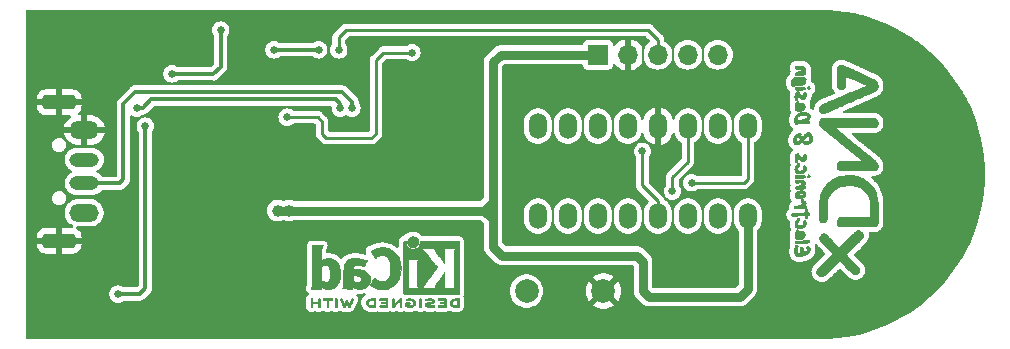
<source format=gbr>
%TF.GenerationSoftware,KiCad,Pcbnew,(7.0.0)*%
%TF.CreationDate,2023-03-02T18:54:12-05:00*%
%TF.ProjectId,STM32_XTW2,53544d33-325f-4585-9457-322e6b696361,rev?*%
%TF.SameCoordinates,Original*%
%TF.FileFunction,Copper,L2,Bot*%
%TF.FilePolarity,Positive*%
%FSLAX46Y46*%
G04 Gerber Fmt 4.6, Leading zero omitted, Abs format (unit mm)*
G04 Created by KiCad (PCBNEW (7.0.0)) date 2023-03-02 18:54:12*
%MOMM*%
%LPD*%
G01*
G04 APERTURE LIST*
G04 Aperture macros list*
%AMRoundRect*
0 Rectangle with rounded corners*
0 $1 Rounding radius*
0 $2 $3 $4 $5 $6 $7 $8 $9 X,Y pos of 4 corners*
0 Add a 4 corners polygon primitive as box body*
4,1,4,$2,$3,$4,$5,$6,$7,$8,$9,$2,$3,0*
0 Add four circle primitives for the rounded corners*
1,1,$1+$1,$2,$3*
1,1,$1+$1,$4,$5*
1,1,$1+$1,$6,$7*
1,1,$1+$1,$8,$9*
0 Add four rect primitives between the rounded corners*
20,1,$1+$1,$2,$3,$4,$5,0*
20,1,$1+$1,$4,$5,$6,$7,0*
20,1,$1+$1,$6,$7,$8,$9,0*
20,1,$1+$1,$8,$9,$2,$3,0*%
G04 Aperture macros list end*
%TA.AperFunction,EtchedComponent*%
%ADD10C,0.010000*%
%TD*%
%TA.AperFunction,ComponentPad*%
%ADD11O,1.501140X2.199640*%
%TD*%
%TA.AperFunction,ComponentPad*%
%ADD12C,2.000000*%
%TD*%
%TA.AperFunction,ComponentPad*%
%ADD13R,1.700000X1.700000*%
%TD*%
%TA.AperFunction,ComponentPad*%
%ADD14O,1.700000X1.700000*%
%TD*%
%TA.AperFunction,ComponentPad*%
%ADD15O,2.500000X1.500000*%
%TD*%
%TA.AperFunction,ComponentPad*%
%ADD16O,2.500000X1.200000*%
%TD*%
%TA.AperFunction,ComponentPad*%
%ADD17RoundRect,0.300000X-1.100000X0.300000X-1.100000X-0.300000X1.100000X-0.300000X1.100000X0.300000X0*%
%TD*%
%TA.AperFunction,ViaPad*%
%ADD18C,0.650240*%
%TD*%
%TA.AperFunction,ViaPad*%
%ADD19C,1.000000*%
%TD*%
%TA.AperFunction,Conductor*%
%ADD20C,0.203200*%
%TD*%
%TA.AperFunction,Conductor*%
%ADD21C,0.762000*%
%TD*%
%TA.AperFunction,Conductor*%
%ADD22C,0.304800*%
%TD*%
%TA.AperFunction,Conductor*%
%ADD23C,0.254000*%
%TD*%
G04 APERTURE END LIST*
%TO.C,REF\u002A\u002A*%
G36*
X153335406Y-100699949D02*
G01*
X153361127Y-100715647D01*
X153387778Y-100737227D01*
X153387778Y-101384684D01*
X153361127Y-101406264D01*
X153329767Y-101423739D01*
X153293966Y-101424575D01*
X153262528Y-101404082D01*
X153258652Y-101399416D01*
X153253186Y-101389949D01*
X153248979Y-101376267D01*
X153245867Y-101355748D01*
X153243687Y-101325768D01*
X153242276Y-101283704D01*
X153241471Y-101226932D01*
X153241107Y-101152830D01*
X153241022Y-101058773D01*
X153241022Y-100737227D01*
X153267673Y-100715647D01*
X153291386Y-100700877D01*
X153314400Y-100694067D01*
X153335406Y-100699949D01*
G37*
D10*
X153335406Y-100699949D02*
X153361127Y-100715647D01*
X153387778Y-100737227D01*
X153387778Y-101384684D01*
X153361127Y-101406264D01*
X153329767Y-101423739D01*
X153293966Y-101424575D01*
X153262528Y-101404082D01*
X153258652Y-101399416D01*
X153253186Y-101389949D01*
X153248979Y-101376267D01*
X153245867Y-101355748D01*
X153243687Y-101325768D01*
X153242276Y-101283704D01*
X153241471Y-101226932D01*
X153241107Y-101152830D01*
X153241022Y-101058773D01*
X153241022Y-100737227D01*
X153267673Y-100715647D01*
X153291386Y-100700877D01*
X153314400Y-100694067D01*
X153335406Y-100699949D01*
G36*
X160466137Y-100698463D02*
G01*
X160500291Y-100721776D01*
X160528000Y-100749485D01*
X160528000Y-101062537D01*
X160527959Y-101146567D01*
X160527701Y-101220789D01*
X160527030Y-101277541D01*
X160525752Y-101319512D01*
X160523673Y-101349389D01*
X160520599Y-101369861D01*
X160516334Y-101383614D01*
X160510684Y-101393337D01*
X160503455Y-101401717D01*
X160471991Y-101423181D01*
X160436826Y-101424947D01*
X160403822Y-101405267D01*
X160398516Y-101399398D01*
X160393066Y-101390314D01*
X160388900Y-101376973D01*
X160385846Y-101356757D01*
X160383732Y-101327049D01*
X160382386Y-101285232D01*
X160381638Y-101228689D01*
X160381314Y-101154802D01*
X160381245Y-101060956D01*
X160381284Y-100985294D01*
X160381539Y-100907385D01*
X160382183Y-100847375D01*
X160383387Y-100802648D01*
X160385324Y-100770585D01*
X160388164Y-100748571D01*
X160392079Y-100733987D01*
X160397242Y-100724218D01*
X160403822Y-100716645D01*
X160433006Y-100697623D01*
X160466137Y-100698463D01*
G37*
X160466137Y-100698463D02*
X160500291Y-100721776D01*
X160528000Y-100749485D01*
X160528000Y-101062537D01*
X160527959Y-101146567D01*
X160527701Y-101220789D01*
X160527030Y-101277541D01*
X160525752Y-101319512D01*
X160523673Y-101349389D01*
X160520599Y-101369861D01*
X160516334Y-101383614D01*
X160510684Y-101393337D01*
X160503455Y-101401717D01*
X160471991Y-101423181D01*
X160436826Y-101424947D01*
X160403822Y-101405267D01*
X160398516Y-101399398D01*
X160393066Y-101390314D01*
X160388900Y-101376973D01*
X160385846Y-101356757D01*
X160383732Y-101327049D01*
X160382386Y-101285232D01*
X160381638Y-101228689D01*
X160381314Y-101154802D01*
X160381245Y-101060956D01*
X160381284Y-100985294D01*
X160381539Y-100907385D01*
X160382183Y-100847375D01*
X160383387Y-100802648D01*
X160385324Y-100770585D01*
X160388164Y-100748571D01*
X160392079Y-100733987D01*
X160397242Y-100724218D01*
X160403822Y-100716645D01*
X160433006Y-100697623D01*
X160466137Y-100698463D01*
G36*
X159934562Y-95457850D02*
G01*
X160017313Y-95485053D01*
X160092406Y-95530484D01*
X160164298Y-95596302D01*
X160202846Y-95640567D01*
X160242256Y-95698961D01*
X160267446Y-95759586D01*
X160280861Y-95828865D01*
X160284948Y-95913222D01*
X160284669Y-95959307D01*
X160282460Y-96000450D01*
X160276894Y-96032582D01*
X160266586Y-96063122D01*
X160250148Y-96099489D01*
X160236200Y-96126728D01*
X160177665Y-96212429D01*
X160105619Y-96281617D01*
X160021947Y-96332741D01*
X159928531Y-96364250D01*
X159895434Y-96371225D01*
X159854960Y-96378094D01*
X159821999Y-96379919D01*
X159787698Y-96376947D01*
X159743200Y-96369426D01*
X159691934Y-96357002D01*
X159601434Y-96319112D01*
X159522345Y-96264836D01*
X159456528Y-96196770D01*
X159405840Y-96117511D01*
X159372140Y-96029654D01*
X159357286Y-95935795D01*
X159363136Y-95838530D01*
X159389399Y-95742220D01*
X159434418Y-95653494D01*
X159495373Y-95578419D01*
X159570184Y-95518641D01*
X159656768Y-95475809D01*
X159753043Y-95451571D01*
X159856928Y-95447576D01*
X159934562Y-95457850D01*
G37*
X159934562Y-95457850D02*
X160017313Y-95485053D01*
X160092406Y-95530484D01*
X160164298Y-95596302D01*
X160202846Y-95640567D01*
X160242256Y-95698961D01*
X160267446Y-95759586D01*
X160280861Y-95828865D01*
X160284948Y-95913222D01*
X160284669Y-95959307D01*
X160282460Y-96000450D01*
X160276894Y-96032582D01*
X160266586Y-96063122D01*
X160250148Y-96099489D01*
X160236200Y-96126728D01*
X160177665Y-96212429D01*
X160105619Y-96281617D01*
X160021947Y-96332741D01*
X159928531Y-96364250D01*
X159895434Y-96371225D01*
X159854960Y-96378094D01*
X159821999Y-96379919D01*
X159787698Y-96376947D01*
X159743200Y-96369426D01*
X159691934Y-96357002D01*
X159601434Y-96319112D01*
X159522345Y-96264836D01*
X159456528Y-96196770D01*
X159405840Y-96117511D01*
X159372140Y-96029654D01*
X159357286Y-95935795D01*
X159363136Y-95838530D01*
X159389399Y-95742220D01*
X159434418Y-95653494D01*
X159495373Y-95578419D01*
X159570184Y-95518641D01*
X159656768Y-95475809D01*
X159753043Y-95451571D01*
X159856928Y-95447576D01*
X159934562Y-95457850D01*
G36*
X152635767Y-100694068D02*
G01*
X152729890Y-100694158D01*
X152804405Y-100694498D01*
X152861811Y-100695239D01*
X152904611Y-100696535D01*
X152935304Y-100698537D01*
X152956391Y-100701396D01*
X152970373Y-100705266D01*
X152979750Y-100710298D01*
X152987022Y-100716645D01*
X153005828Y-100749362D01*
X153007275Y-100786939D01*
X152990917Y-100820178D01*
X152989557Y-100821631D01*
X152978354Y-100829992D01*
X152961252Y-100835547D01*
X152934082Y-100838840D01*
X152892678Y-100840418D01*
X152832873Y-100840822D01*
X152693511Y-100840822D01*
X152693511Y-101104589D01*
X152693436Y-101180417D01*
X152693028Y-101247083D01*
X152692046Y-101296867D01*
X152690250Y-101332784D01*
X152687399Y-101357850D01*
X152683253Y-101375081D01*
X152677571Y-101387492D01*
X152670114Y-101398100D01*
X152667824Y-101400906D01*
X152636646Y-101423548D01*
X152602266Y-101425112D01*
X152569334Y-101405267D01*
X152562355Y-101397191D01*
X152556883Y-101386593D01*
X152552863Y-101370749D01*
X152550072Y-101346773D01*
X152548288Y-101311774D01*
X152547289Y-101262864D01*
X152546852Y-101197154D01*
X152546756Y-101111756D01*
X152546756Y-100840822D01*
X152400820Y-100840822D01*
X152389720Y-100840821D01*
X152333202Y-100840596D01*
X152294358Y-100839457D01*
X152268965Y-100836657D01*
X152252804Y-100831450D01*
X152241652Y-100823089D01*
X152231289Y-100810826D01*
X152215441Y-100780138D01*
X152218543Y-100746358D01*
X152244187Y-100713822D01*
X152249129Y-100710105D01*
X152259338Y-100705269D01*
X152274764Y-100701506D01*
X152297886Y-100698683D01*
X152331183Y-100696670D01*
X152377137Y-100695333D01*
X152438228Y-100694542D01*
X152516935Y-100694163D01*
X152615740Y-100694067D01*
X152635767Y-100694068D01*
G37*
X152635767Y-100694068D02*
X152729890Y-100694158D01*
X152804405Y-100694498D01*
X152861811Y-100695239D01*
X152904611Y-100696535D01*
X152935304Y-100698537D01*
X152956391Y-100701396D01*
X152970373Y-100705266D01*
X152979750Y-100710298D01*
X152987022Y-100716645D01*
X153005828Y-100749362D01*
X153007275Y-100786939D01*
X152990917Y-100820178D01*
X152989557Y-100821631D01*
X152978354Y-100829992D01*
X152961252Y-100835547D01*
X152934082Y-100838840D01*
X152892678Y-100840418D01*
X152832873Y-100840822D01*
X152693511Y-100840822D01*
X152693511Y-101104589D01*
X152693436Y-101180417D01*
X152693028Y-101247083D01*
X152692046Y-101296867D01*
X152690250Y-101332784D01*
X152687399Y-101357850D01*
X152683253Y-101375081D01*
X152677571Y-101387492D01*
X152670114Y-101398100D01*
X152667824Y-101400906D01*
X152636646Y-101423548D01*
X152602266Y-101425112D01*
X152569334Y-101405267D01*
X152562355Y-101397191D01*
X152556883Y-101386593D01*
X152552863Y-101370749D01*
X152550072Y-101346773D01*
X152548288Y-101311774D01*
X152547289Y-101262864D01*
X152546852Y-101197154D01*
X152546756Y-101111756D01*
X152546756Y-100840822D01*
X152400820Y-100840822D01*
X152389720Y-100840821D01*
X152333202Y-100840596D01*
X152294358Y-100839457D01*
X152268965Y-100836657D01*
X152252804Y-100831450D01*
X152241652Y-100823089D01*
X152231289Y-100810826D01*
X152215441Y-100780138D01*
X152218543Y-100746358D01*
X152244187Y-100713822D01*
X152249129Y-100710105D01*
X152259338Y-100705269D01*
X152274764Y-100701506D01*
X152297886Y-100698683D01*
X152331183Y-100696670D01*
X152377137Y-100695333D01*
X152438228Y-100694542D01*
X152516935Y-100694163D01*
X152615740Y-100694067D01*
X152635767Y-100694068D01*
G36*
X151959734Y-100716645D02*
G01*
X151965366Y-100722835D01*
X151970456Y-100731041D01*
X151974543Y-100742817D01*
X151977721Y-100760276D01*
X151980087Y-100785530D01*
X151981738Y-100820690D01*
X151982769Y-100867869D01*
X151983277Y-100929177D01*
X151983359Y-101006727D01*
X151983109Y-101102631D01*
X151982625Y-101219000D01*
X151982557Y-101233175D01*
X151981971Y-101294937D01*
X151980648Y-101338620D01*
X151978103Y-101368001D01*
X151973848Y-101386855D01*
X151967396Y-101398959D01*
X151958262Y-101408089D01*
X151924804Y-101425506D01*
X151889856Y-101422604D01*
X151858953Y-101398100D01*
X151849944Y-101384897D01*
X151842492Y-101366361D01*
X151838124Y-101340333D01*
X151836069Y-101301787D01*
X151835556Y-101245700D01*
X151835556Y-101123045D01*
X151338845Y-101123045D01*
X151338845Y-101257871D01*
X151338772Y-101293662D01*
X151338009Y-101339992D01*
X151335833Y-101370526D01*
X151331536Y-101389557D01*
X151324412Y-101401374D01*
X151313755Y-101410271D01*
X151281504Y-101425341D01*
X151246217Y-101422673D01*
X151215486Y-101398100D01*
X151210831Y-101391845D01*
X151204895Y-101381321D01*
X151200364Y-101367391D01*
X151197048Y-101347317D01*
X151194759Y-101318360D01*
X151193308Y-101277780D01*
X151192505Y-101222840D01*
X151192162Y-101150799D01*
X151192089Y-101058920D01*
X151192089Y-100749485D01*
X151219798Y-100721776D01*
X151251177Y-100699533D01*
X151284406Y-100696844D01*
X151316267Y-100716645D01*
X151324553Y-100726415D01*
X151331965Y-100742307D01*
X151336302Y-100766275D01*
X151338338Y-100803148D01*
X151338845Y-100857756D01*
X151338845Y-100976289D01*
X151835556Y-100976289D01*
X151835556Y-100860776D01*
X151835994Y-100809078D01*
X151837958Y-100774554D01*
X151842474Y-100751978D01*
X151850567Y-100736126D01*
X151863265Y-100721776D01*
X151894643Y-100699533D01*
X151927872Y-100696844D01*
X151959734Y-100716645D01*
G37*
X151959734Y-100716645D02*
X151965366Y-100722835D01*
X151970456Y-100731041D01*
X151974543Y-100742817D01*
X151977721Y-100760276D01*
X151980087Y-100785530D01*
X151981738Y-100820690D01*
X151982769Y-100867869D01*
X151983277Y-100929177D01*
X151983359Y-101006727D01*
X151983109Y-101102631D01*
X151982625Y-101219000D01*
X151982557Y-101233175D01*
X151981971Y-101294937D01*
X151980648Y-101338620D01*
X151978103Y-101368001D01*
X151973848Y-101386855D01*
X151967396Y-101398959D01*
X151958262Y-101408089D01*
X151924804Y-101425506D01*
X151889856Y-101422604D01*
X151858953Y-101398100D01*
X151849944Y-101384897D01*
X151842492Y-101366361D01*
X151838124Y-101340333D01*
X151836069Y-101301787D01*
X151835556Y-101245700D01*
X151835556Y-101123045D01*
X151338845Y-101123045D01*
X151338845Y-101257871D01*
X151338772Y-101293662D01*
X151338009Y-101339992D01*
X151335833Y-101370526D01*
X151331536Y-101389557D01*
X151324412Y-101401374D01*
X151313755Y-101410271D01*
X151281504Y-101425341D01*
X151246217Y-101422673D01*
X151215486Y-101398100D01*
X151210831Y-101391845D01*
X151204895Y-101381321D01*
X151200364Y-101367391D01*
X151197048Y-101347317D01*
X151194759Y-101318360D01*
X151193308Y-101277780D01*
X151192505Y-101222840D01*
X151192162Y-101150799D01*
X151192089Y-101058920D01*
X151192089Y-100749485D01*
X151219798Y-100721776D01*
X151251177Y-100699533D01*
X151284406Y-100696844D01*
X151316267Y-100716645D01*
X151324553Y-100726415D01*
X151331965Y-100742307D01*
X151336302Y-100766275D01*
X151338338Y-100803148D01*
X151338845Y-100857756D01*
X151338845Y-100976289D01*
X151835556Y-100976289D01*
X151835556Y-100860776D01*
X151835994Y-100809078D01*
X151837958Y-100774554D01*
X151842474Y-100751978D01*
X151850567Y-100736126D01*
X151863265Y-100721776D01*
X151894643Y-100699533D01*
X151927872Y-100696844D01*
X151959734Y-100716645D01*
G36*
X156665775Y-101281089D02*
G01*
X156665133Y-101305396D01*
X156663163Y-101338175D01*
X156660235Y-101361095D01*
X156656158Y-101376897D01*
X156650743Y-101388319D01*
X156643803Y-101398100D01*
X156620406Y-101427845D01*
X156454714Y-101427251D01*
X156419918Y-101426953D01*
X156321435Y-101423522D01*
X156240473Y-101415839D01*
X156173379Y-101403282D01*
X156116496Y-101385227D01*
X156066169Y-101361052D01*
X156062810Y-101359135D01*
X156004998Y-101322417D01*
X155962644Y-101285451D01*
X155929828Y-101241966D01*
X155900628Y-101185689D01*
X155896346Y-101176073D01*
X155873769Y-101112887D01*
X155868034Y-101067333D01*
X156017279Y-101067333D01*
X156022892Y-101092061D01*
X156028618Y-101107939D01*
X156061548Y-101167847D01*
X156108886Y-101213600D01*
X156172652Y-101246736D01*
X156254861Y-101268790D01*
X156257655Y-101269292D01*
X156303940Y-101275255D01*
X156360336Y-101279483D01*
X156415274Y-101281089D01*
X156509156Y-101281089D01*
X156509156Y-100840822D01*
X156421667Y-100841270D01*
X156354747Y-100843746D01*
X156262349Y-100854998D01*
X156183034Y-100874537D01*
X156121060Y-100901511D01*
X156090120Y-100922240D01*
X156062000Y-100952006D01*
X156038660Y-100994434D01*
X156031533Y-101010400D01*
X156019709Y-101042902D01*
X156017279Y-101067333D01*
X155868034Y-101067333D01*
X155866797Y-101057509D01*
X155875399Y-101002483D01*
X155899541Y-100940351D01*
X155900337Y-100938658D01*
X155940788Y-100869236D01*
X155991473Y-100812638D01*
X156054198Y-100768070D01*
X156130774Y-100734741D01*
X156223009Y-100711861D01*
X156332712Y-100698636D01*
X156461691Y-100694275D01*
X156465263Y-100694270D01*
X156525283Y-100694410D01*
X156567214Y-100695446D01*
X156595328Y-100698040D01*
X156613897Y-100702853D01*
X156627194Y-100710544D01*
X156639491Y-100721776D01*
X156667200Y-100749485D01*
X156667200Y-101058920D01*
X156667175Y-101120526D01*
X156666950Y-101199311D01*
X156666332Y-101260021D01*
X156665775Y-101281089D01*
G37*
X156665775Y-101281089D02*
X156665133Y-101305396D01*
X156663163Y-101338175D01*
X156660235Y-101361095D01*
X156656158Y-101376897D01*
X156650743Y-101388319D01*
X156643803Y-101398100D01*
X156620406Y-101427845D01*
X156454714Y-101427251D01*
X156419918Y-101426953D01*
X156321435Y-101423522D01*
X156240473Y-101415839D01*
X156173379Y-101403282D01*
X156116496Y-101385227D01*
X156066169Y-101361052D01*
X156062810Y-101359135D01*
X156004998Y-101322417D01*
X155962644Y-101285451D01*
X155929828Y-101241966D01*
X155900628Y-101185689D01*
X155896346Y-101176073D01*
X155873769Y-101112887D01*
X155868034Y-101067333D01*
X156017279Y-101067333D01*
X156022892Y-101092061D01*
X156028618Y-101107939D01*
X156061548Y-101167847D01*
X156108886Y-101213600D01*
X156172652Y-101246736D01*
X156254861Y-101268790D01*
X156257655Y-101269292D01*
X156303940Y-101275255D01*
X156360336Y-101279483D01*
X156415274Y-101281089D01*
X156509156Y-101281089D01*
X156509156Y-100840822D01*
X156421667Y-100841270D01*
X156354747Y-100843746D01*
X156262349Y-100854998D01*
X156183034Y-100874537D01*
X156121060Y-100901511D01*
X156090120Y-100922240D01*
X156062000Y-100952006D01*
X156038660Y-100994434D01*
X156031533Y-101010400D01*
X156019709Y-101042902D01*
X156017279Y-101067333D01*
X155868034Y-101067333D01*
X155866797Y-101057509D01*
X155875399Y-101002483D01*
X155899541Y-100940351D01*
X155900337Y-100938658D01*
X155940788Y-100869236D01*
X155991473Y-100812638D01*
X156054198Y-100768070D01*
X156130774Y-100734741D01*
X156223009Y-100711861D01*
X156332712Y-100698636D01*
X156461691Y-100694275D01*
X156465263Y-100694270D01*
X156525283Y-100694410D01*
X156567214Y-100695446D01*
X156595328Y-100698040D01*
X156613897Y-100702853D01*
X156627194Y-100710544D01*
X156639491Y-100721776D01*
X156667200Y-100749485D01*
X156667200Y-101058920D01*
X156667175Y-101120526D01*
X156666950Y-101199311D01*
X156666332Y-101260021D01*
X156665775Y-101281089D01*
G36*
X163755857Y-100840822D02*
G01*
X163756817Y-100879427D01*
X163756870Y-100960041D01*
X163756622Y-101060956D01*
X163756583Y-101136617D01*
X163756328Y-101214526D01*
X163755684Y-101274536D01*
X163754480Y-101319264D01*
X163752543Y-101351326D01*
X163749703Y-101373340D01*
X163745788Y-101387924D01*
X163740626Y-101397694D01*
X163734045Y-101405267D01*
X163727077Y-101411501D01*
X163714079Y-101418801D01*
X163694931Y-101423554D01*
X163665528Y-101426292D01*
X163621762Y-101427545D01*
X163559528Y-101427845D01*
X163510582Y-101427469D01*
X163403722Y-101423041D01*
X163314494Y-101412953D01*
X163239696Y-101396365D01*
X163176125Y-101372435D01*
X163120579Y-101340321D01*
X163069854Y-101299182D01*
X163063866Y-101293330D01*
X163026999Y-101244821D01*
X162995899Y-101184013D01*
X162974417Y-101119769D01*
X162969136Y-101081026D01*
X163116353Y-101081026D01*
X163134635Y-101131961D01*
X163164305Y-101177878D01*
X163211002Y-101220287D01*
X163272392Y-101250090D01*
X163351538Y-101269226D01*
X163353028Y-101269464D01*
X163401999Y-101275256D01*
X163460693Y-101279396D01*
X163516734Y-101281004D01*
X163609867Y-101281089D01*
X163609867Y-100840822D01*
X163533667Y-100840808D01*
X163530639Y-100840817D01*
X163479519Y-100842782D01*
X163419416Y-100847507D01*
X163362708Y-100854035D01*
X163312750Y-100863331D01*
X163237998Y-100889600D01*
X163180489Y-100928899D01*
X163138988Y-100981933D01*
X163117771Y-101033200D01*
X163116353Y-101081026D01*
X162969136Y-101081026D01*
X162966400Y-101060956D01*
X162967679Y-101039739D01*
X162979991Y-100982323D01*
X163002520Y-100922413D01*
X163031750Y-100868363D01*
X163064167Y-100828532D01*
X163083708Y-100811510D01*
X163138420Y-100772322D01*
X163198723Y-100742193D01*
X163267919Y-100720232D01*
X163349311Y-100705550D01*
X163446200Y-100697259D01*
X163561889Y-100694467D01*
X163601371Y-100694066D01*
X163647082Y-100693653D01*
X163682883Y-100695457D01*
X163709974Y-100701739D01*
X163729556Y-100714759D01*
X163742830Y-100736778D01*
X163750998Y-100770055D01*
X163755260Y-100816851D01*
X163755857Y-100840822D01*
G37*
X163755857Y-100840822D02*
X163756817Y-100879427D01*
X163756870Y-100960041D01*
X163756622Y-101060956D01*
X163756583Y-101136617D01*
X163756328Y-101214526D01*
X163755684Y-101274536D01*
X163754480Y-101319264D01*
X163752543Y-101351326D01*
X163749703Y-101373340D01*
X163745788Y-101387924D01*
X163740626Y-101397694D01*
X163734045Y-101405267D01*
X163727077Y-101411501D01*
X163714079Y-101418801D01*
X163694931Y-101423554D01*
X163665528Y-101426292D01*
X163621762Y-101427545D01*
X163559528Y-101427845D01*
X163510582Y-101427469D01*
X163403722Y-101423041D01*
X163314494Y-101412953D01*
X163239696Y-101396365D01*
X163176125Y-101372435D01*
X163120579Y-101340321D01*
X163069854Y-101299182D01*
X163063866Y-101293330D01*
X163026999Y-101244821D01*
X162995899Y-101184013D01*
X162974417Y-101119769D01*
X162969136Y-101081026D01*
X163116353Y-101081026D01*
X163134635Y-101131961D01*
X163164305Y-101177878D01*
X163211002Y-101220287D01*
X163272392Y-101250090D01*
X163351538Y-101269226D01*
X163353028Y-101269464D01*
X163401999Y-101275256D01*
X163460693Y-101279396D01*
X163516734Y-101281004D01*
X163609867Y-101281089D01*
X163609867Y-100840822D01*
X163533667Y-100840808D01*
X163530639Y-100840817D01*
X163479519Y-100842782D01*
X163419416Y-100847507D01*
X163362708Y-100854035D01*
X163312750Y-100863331D01*
X163237998Y-100889600D01*
X163180489Y-100928899D01*
X163138988Y-100981933D01*
X163117771Y-101033200D01*
X163116353Y-101081026D01*
X162969136Y-101081026D01*
X162966400Y-101060956D01*
X162967679Y-101039739D01*
X162979991Y-100982323D01*
X163002520Y-100922413D01*
X163031750Y-100868363D01*
X163064167Y-100828532D01*
X163083708Y-100811510D01*
X163138420Y-100772322D01*
X163198723Y-100742193D01*
X163267919Y-100720232D01*
X163349311Y-100705550D01*
X163446200Y-100697259D01*
X163561889Y-100694467D01*
X163601371Y-100694066D01*
X163647082Y-100693653D01*
X163682883Y-100695457D01*
X163709974Y-100701739D01*
X163729556Y-100714759D01*
X163742830Y-100736778D01*
X163750998Y-100770055D01*
X163755260Y-100816851D01*
X163755857Y-100840822D01*
G36*
X158811893Y-100692892D02*
G01*
X158823301Y-100699029D01*
X158833850Y-100709691D01*
X158845136Y-100723811D01*
X158849589Y-100729772D01*
X158855588Y-100740268D01*
X158860167Y-100754093D01*
X158863519Y-100773998D01*
X158865833Y-100802732D01*
X158867301Y-100843045D01*
X158868113Y-100897687D01*
X158868460Y-100969407D01*
X158868534Y-101060956D01*
X158868511Y-101119486D01*
X158868292Y-101198573D01*
X158867683Y-101259516D01*
X158866492Y-101305062D01*
X158864529Y-101337963D01*
X158861603Y-101360968D01*
X158857523Y-101376826D01*
X158852097Y-101388286D01*
X158845136Y-101398100D01*
X158814708Y-101422493D01*
X158779765Y-101425372D01*
X158742784Y-101406282D01*
X158738600Y-101402807D01*
X158730424Y-101394279D01*
X158724364Y-101382728D01*
X158719981Y-101364896D01*
X158716839Y-101337524D01*
X158714502Y-101297354D01*
X158712531Y-101241128D01*
X158710489Y-101165589D01*
X158704845Y-100946458D01*
X158439556Y-101187099D01*
X158365722Y-101253875D01*
X158300542Y-101311991D01*
X158248348Y-101356949D01*
X158207273Y-101389871D01*
X158175455Y-101411879D01*
X158151026Y-101424094D01*
X158132124Y-101427639D01*
X158116883Y-101423636D01*
X158103439Y-101413207D01*
X158089927Y-101397474D01*
X158083682Y-101388991D01*
X158078050Y-101378413D01*
X158073839Y-101364255D01*
X158070887Y-101343803D01*
X158069032Y-101314342D01*
X158068113Y-101273161D01*
X158067968Y-101217544D01*
X158068435Y-101144779D01*
X158069352Y-101052151D01*
X158072667Y-100737199D01*
X158099318Y-100715633D01*
X158125383Y-100699441D01*
X158158241Y-100696670D01*
X158192772Y-100715623D01*
X158197084Y-100719208D01*
X158205216Y-100727737D01*
X158211245Y-100739329D01*
X158215606Y-100757235D01*
X158218734Y-100784706D01*
X158221063Y-100824994D01*
X158223029Y-100881351D01*
X158225067Y-100957029D01*
X158230711Y-101176878D01*
X158411334Y-101013084D01*
X158498072Y-100934451D01*
X158573843Y-100866058D01*
X158635980Y-100810708D01*
X158686078Y-100767338D01*
X158725735Y-100734881D01*
X158756548Y-100712273D01*
X158780114Y-100698448D01*
X158798030Y-100692343D01*
X158811893Y-100692892D01*
G37*
X158811893Y-100692892D02*
X158823301Y-100699029D01*
X158833850Y-100709691D01*
X158845136Y-100723811D01*
X158849589Y-100729772D01*
X158855588Y-100740268D01*
X158860167Y-100754093D01*
X158863519Y-100773998D01*
X158865833Y-100802732D01*
X158867301Y-100843045D01*
X158868113Y-100897687D01*
X158868460Y-100969407D01*
X158868534Y-101060956D01*
X158868511Y-101119486D01*
X158868292Y-101198573D01*
X158867683Y-101259516D01*
X158866492Y-101305062D01*
X158864529Y-101337963D01*
X158861603Y-101360968D01*
X158857523Y-101376826D01*
X158852097Y-101388286D01*
X158845136Y-101398100D01*
X158814708Y-101422493D01*
X158779765Y-101425372D01*
X158742784Y-101406282D01*
X158738600Y-101402807D01*
X158730424Y-101394279D01*
X158724364Y-101382728D01*
X158719981Y-101364896D01*
X158716839Y-101337524D01*
X158714502Y-101297354D01*
X158712531Y-101241128D01*
X158710489Y-101165589D01*
X158704845Y-100946458D01*
X158439556Y-101187099D01*
X158365722Y-101253875D01*
X158300542Y-101311991D01*
X158248348Y-101356949D01*
X158207273Y-101389871D01*
X158175455Y-101411879D01*
X158151026Y-101424094D01*
X158132124Y-101427639D01*
X158116883Y-101423636D01*
X158103439Y-101413207D01*
X158089927Y-101397474D01*
X158083682Y-101388991D01*
X158078050Y-101378413D01*
X158073839Y-101364255D01*
X158070887Y-101343803D01*
X158069032Y-101314342D01*
X158068113Y-101273161D01*
X158067968Y-101217544D01*
X158068435Y-101144779D01*
X158069352Y-101052151D01*
X158072667Y-100737199D01*
X158099318Y-100715633D01*
X158125383Y-100699441D01*
X158158241Y-100696670D01*
X158192772Y-100715623D01*
X158197084Y-100719208D01*
X158205216Y-100727737D01*
X158211245Y-100739329D01*
X158215606Y-100757235D01*
X158218734Y-100784706D01*
X158221063Y-100824994D01*
X158223029Y-100881351D01*
X158225067Y-100957029D01*
X158230711Y-101176878D01*
X158411334Y-101013084D01*
X158498072Y-100934451D01*
X158573843Y-100866058D01*
X158635980Y-100810708D01*
X158686078Y-100767338D01*
X158725735Y-100734881D01*
X158756548Y-100712273D01*
X158780114Y-100698448D01*
X158798030Y-100692343D01*
X158811893Y-100692892D01*
G36*
X159609150Y-100699179D02*
G01*
X159715157Y-100715494D01*
X159808969Y-100743545D01*
X159887765Y-100782452D01*
X159948719Y-100831334D01*
X159974789Y-100864195D01*
X160004297Y-100913394D01*
X160029568Y-100967252D01*
X160047218Y-101018419D01*
X160053858Y-101059544D01*
X160052298Y-101079259D01*
X160039357Y-101130592D01*
X160016194Y-101187118D01*
X159986302Y-101241035D01*
X159953173Y-101284539D01*
X159942977Y-101294887D01*
X159875892Y-101346662D01*
X159795766Y-101386554D01*
X159709556Y-101410956D01*
X159654592Y-101419068D01*
X159561139Y-101425673D01*
X159471358Y-101423586D01*
X159388869Y-101413340D01*
X159317286Y-101395470D01*
X159260228Y-101370508D01*
X159221311Y-101338988D01*
X159219936Y-101337012D01*
X159212848Y-101311786D01*
X159208609Y-101264535D01*
X159207200Y-101195071D01*
X159208060Y-101132838D01*
X159212780Y-101085456D01*
X159224470Y-101053353D01*
X159246239Y-101033800D01*
X159281198Y-101024070D01*
X159332456Y-101021433D01*
X159403123Y-101023161D01*
X159451743Y-101026173D01*
X159501939Y-101034366D01*
X159534433Y-101048419D01*
X159551892Y-101069654D01*
X159556983Y-101099394D01*
X159556877Y-101103936D01*
X159548175Y-101138730D01*
X159524165Y-101162147D01*
X159482900Y-101175347D01*
X159422431Y-101179489D01*
X159353956Y-101179489D01*
X159353956Y-101217841D01*
X159354006Y-101226976D01*
X159356227Y-101244227D01*
X159365494Y-101254521D01*
X159386875Y-101261459D01*
X159425436Y-101268641D01*
X159430910Y-101269575D01*
X159527860Y-101279478D01*
X159617852Y-101276559D01*
X159698760Y-101261829D01*
X159768459Y-101236299D01*
X159824824Y-101200978D01*
X159865729Y-101156879D01*
X159889051Y-101105012D01*
X159892663Y-101046388D01*
X159887145Y-101017494D01*
X159860461Y-100961604D01*
X159814273Y-100915945D01*
X159749291Y-100881108D01*
X159666229Y-100857690D01*
X159641555Y-100853241D01*
X159552226Y-100842742D01*
X159472419Y-100843971D01*
X159394326Y-100856906D01*
X159359183Y-100863696D01*
X159313745Y-100864713D01*
X159282430Y-100852182D01*
X159262277Y-100825395D01*
X159255893Y-100797148D01*
X159265379Y-100765924D01*
X159274708Y-100752499D01*
X159308943Y-100728967D01*
X159361565Y-100711095D01*
X159430081Y-100699599D01*
X159512000Y-100695192D01*
X159609150Y-100699179D01*
G37*
X159609150Y-100699179D02*
X159715157Y-100715494D01*
X159808969Y-100743545D01*
X159887765Y-100782452D01*
X159948719Y-100831334D01*
X159974789Y-100864195D01*
X160004297Y-100913394D01*
X160029568Y-100967252D01*
X160047218Y-101018419D01*
X160053858Y-101059544D01*
X160052298Y-101079259D01*
X160039357Y-101130592D01*
X160016194Y-101187118D01*
X159986302Y-101241035D01*
X159953173Y-101284539D01*
X159942977Y-101294887D01*
X159875892Y-101346662D01*
X159795766Y-101386554D01*
X159709556Y-101410956D01*
X159654592Y-101419068D01*
X159561139Y-101425673D01*
X159471358Y-101423586D01*
X159388869Y-101413340D01*
X159317286Y-101395470D01*
X159260228Y-101370508D01*
X159221311Y-101338988D01*
X159219936Y-101337012D01*
X159212848Y-101311786D01*
X159208609Y-101264535D01*
X159207200Y-101195071D01*
X159208060Y-101132838D01*
X159212780Y-101085456D01*
X159224470Y-101053353D01*
X159246239Y-101033800D01*
X159281198Y-101024070D01*
X159332456Y-101021433D01*
X159403123Y-101023161D01*
X159451743Y-101026173D01*
X159501939Y-101034366D01*
X159534433Y-101048419D01*
X159551892Y-101069654D01*
X159556983Y-101099394D01*
X159556877Y-101103936D01*
X159548175Y-101138730D01*
X159524165Y-101162147D01*
X159482900Y-101175347D01*
X159422431Y-101179489D01*
X159353956Y-101179489D01*
X159353956Y-101217841D01*
X159354006Y-101226976D01*
X159356227Y-101244227D01*
X159365494Y-101254521D01*
X159386875Y-101261459D01*
X159425436Y-101268641D01*
X159430910Y-101269575D01*
X159527860Y-101279478D01*
X159617852Y-101276559D01*
X159698760Y-101261829D01*
X159768459Y-101236299D01*
X159824824Y-101200978D01*
X159865729Y-101156879D01*
X159889051Y-101105012D01*
X159892663Y-101046388D01*
X159887145Y-101017494D01*
X159860461Y-100961604D01*
X159814273Y-100915945D01*
X159749291Y-100881108D01*
X159666229Y-100857690D01*
X159641555Y-100853241D01*
X159552226Y-100842742D01*
X159472419Y-100843971D01*
X159394326Y-100856906D01*
X159359183Y-100863696D01*
X159313745Y-100864713D01*
X159282430Y-100852182D01*
X159262277Y-100825395D01*
X159255893Y-100797148D01*
X159265379Y-100765924D01*
X159274708Y-100752499D01*
X159308943Y-100728967D01*
X159361565Y-100711095D01*
X159430081Y-100699599D01*
X159512000Y-100695192D01*
X159609150Y-100699179D01*
G36*
X157659803Y-100723811D02*
G01*
X157664752Y-100730495D01*
X157670596Y-100741066D01*
X157675057Y-100755153D01*
X157678321Y-100775478D01*
X157680574Y-100804765D01*
X157682002Y-100845737D01*
X157682792Y-100901117D01*
X157683129Y-100973628D01*
X157683200Y-101065994D01*
X157683171Y-101131911D01*
X157682939Y-101210228D01*
X157682319Y-101270496D01*
X157681126Y-101315393D01*
X157679179Y-101347602D01*
X157676294Y-101369800D01*
X157672288Y-101384669D01*
X157666979Y-101394889D01*
X157660183Y-101403138D01*
X157655668Y-101407795D01*
X157647438Y-101414282D01*
X157636078Y-101419194D01*
X157618810Y-101422749D01*
X157592855Y-101425167D01*
X157555436Y-101426667D01*
X157503773Y-101427467D01*
X157435089Y-101427787D01*
X157346606Y-101427845D01*
X157326931Y-101427838D01*
X157239906Y-101427572D01*
X157172254Y-101426806D01*
X157121299Y-101425392D01*
X157084367Y-101423180D01*
X157058783Y-101420022D01*
X157041871Y-101415769D01*
X157030957Y-101410271D01*
X157020464Y-101400285D01*
X157007203Y-101369168D01*
X157008386Y-101333280D01*
X157024550Y-101301733D01*
X157026739Y-101299457D01*
X157035427Y-101293189D01*
X157048769Y-101288523D01*
X157069752Y-101285227D01*
X157101363Y-101283068D01*
X157146590Y-101281814D01*
X157208420Y-101281231D01*
X157289839Y-101281089D01*
X157536445Y-101281089D01*
X157536445Y-101123045D01*
X157374006Y-101123045D01*
X157338338Y-101122964D01*
X157282568Y-101122167D01*
X157243430Y-101120162D01*
X157216976Y-101116521D01*
X157199259Y-101110812D01*
X157186329Y-101102607D01*
X157182686Y-101099423D01*
X157164278Y-101068448D01*
X157163644Y-101032112D01*
X157181183Y-100998493D01*
X157181245Y-100998424D01*
X157190916Y-100989798D01*
X157204209Y-100983742D01*
X157224917Y-100979811D01*
X157256828Y-100977556D01*
X157303734Y-100976531D01*
X157369424Y-100976289D01*
X157537571Y-100976289D01*
X157534186Y-100911378D01*
X157530800Y-100846467D01*
X157288723Y-100843414D01*
X157263707Y-100843086D01*
X157182087Y-100841606D01*
X157119768Y-100839222D01*
X157074154Y-100835227D01*
X157042652Y-100828913D01*
X157022667Y-100819574D01*
X157011604Y-100806503D01*
X157006869Y-100788992D01*
X157005867Y-100766335D01*
X157005873Y-100763970D01*
X157007027Y-100743939D01*
X157011824Y-100728146D01*
X157022632Y-100716090D01*
X157041817Y-100707267D01*
X157071745Y-100701175D01*
X157114783Y-100697311D01*
X157173299Y-100695174D01*
X157249657Y-100694260D01*
X157346226Y-100694067D01*
X157636406Y-100694067D01*
X157659803Y-100723811D01*
G37*
X157659803Y-100723811D02*
X157664752Y-100730495D01*
X157670596Y-100741066D01*
X157675057Y-100755153D01*
X157678321Y-100775478D01*
X157680574Y-100804765D01*
X157682002Y-100845737D01*
X157682792Y-100901117D01*
X157683129Y-100973628D01*
X157683200Y-101065994D01*
X157683171Y-101131911D01*
X157682939Y-101210228D01*
X157682319Y-101270496D01*
X157681126Y-101315393D01*
X157679179Y-101347602D01*
X157676294Y-101369800D01*
X157672288Y-101384669D01*
X157666979Y-101394889D01*
X157660183Y-101403138D01*
X157655668Y-101407795D01*
X157647438Y-101414282D01*
X157636078Y-101419194D01*
X157618810Y-101422749D01*
X157592855Y-101425167D01*
X157555436Y-101426667D01*
X157503773Y-101427467D01*
X157435089Y-101427787D01*
X157346606Y-101427845D01*
X157326931Y-101427838D01*
X157239906Y-101427572D01*
X157172254Y-101426806D01*
X157121299Y-101425392D01*
X157084367Y-101423180D01*
X157058783Y-101420022D01*
X157041871Y-101415769D01*
X157030957Y-101410271D01*
X157020464Y-101400285D01*
X157007203Y-101369168D01*
X157008386Y-101333280D01*
X157024550Y-101301733D01*
X157026739Y-101299457D01*
X157035427Y-101293189D01*
X157048769Y-101288523D01*
X157069752Y-101285227D01*
X157101363Y-101283068D01*
X157146590Y-101281814D01*
X157208420Y-101281231D01*
X157289839Y-101281089D01*
X157536445Y-101281089D01*
X157536445Y-101123045D01*
X157374006Y-101123045D01*
X157338338Y-101122964D01*
X157282568Y-101122167D01*
X157243430Y-101120162D01*
X157216976Y-101116521D01*
X157199259Y-101110812D01*
X157186329Y-101102607D01*
X157182686Y-101099423D01*
X157164278Y-101068448D01*
X157163644Y-101032112D01*
X157181183Y-100998493D01*
X157181245Y-100998424D01*
X157190916Y-100989798D01*
X157204209Y-100983742D01*
X157224917Y-100979811D01*
X157256828Y-100977556D01*
X157303734Y-100976531D01*
X157369424Y-100976289D01*
X157537571Y-100976289D01*
X157534186Y-100911378D01*
X157530800Y-100846467D01*
X157288723Y-100843414D01*
X157263707Y-100843086D01*
X157182087Y-100841606D01*
X157119768Y-100839222D01*
X157074154Y-100835227D01*
X157042652Y-100828913D01*
X157022667Y-100819574D01*
X157011604Y-100806503D01*
X157006869Y-100788992D01*
X157005867Y-100766335D01*
X157005873Y-100763970D01*
X157007027Y-100743939D01*
X157011824Y-100728146D01*
X157022632Y-100716090D01*
X157041817Y-100707267D01*
X157071745Y-100701175D01*
X157114783Y-100697311D01*
X157173299Y-100695174D01*
X157249657Y-100694260D01*
X157346226Y-100694067D01*
X157636406Y-100694067D01*
X157659803Y-100723811D01*
G36*
X162336734Y-100694083D02*
G01*
X162413831Y-100694275D01*
X162472777Y-100694860D01*
X162516364Y-100696051D01*
X162547383Y-100698064D01*
X162568625Y-100701112D01*
X162582882Y-100705409D01*
X162592945Y-100711172D01*
X162601606Y-100718612D01*
X162603391Y-100720293D01*
X162610635Y-100727832D01*
X162616277Y-100736850D01*
X162620517Y-100749984D01*
X162623556Y-100769872D01*
X162625594Y-100799151D01*
X162626830Y-100840458D01*
X162627465Y-100896431D01*
X162627700Y-100969707D01*
X162627734Y-101062923D01*
X162627697Y-101135713D01*
X162627448Y-101213889D01*
X162626812Y-101274103D01*
X162625615Y-101318982D01*
X162623684Y-101351152D01*
X162620846Y-101373239D01*
X162616927Y-101387870D01*
X162611755Y-101397670D01*
X162605156Y-101405267D01*
X162601822Y-101408444D01*
X162593300Y-101414554D01*
X162581298Y-101419229D01*
X162563087Y-101422659D01*
X162535940Y-101425036D01*
X162497129Y-101426552D01*
X162443924Y-101427398D01*
X162373598Y-101427765D01*
X162283422Y-101427845D01*
X162241314Y-101427833D01*
X162160167Y-101427651D01*
X162097675Y-101427098D01*
X162051109Y-101425982D01*
X162017741Y-101424113D01*
X161994844Y-101421298D01*
X161979688Y-101417346D01*
X161969546Y-101412066D01*
X161961689Y-101405267D01*
X161946963Y-101383667D01*
X161939111Y-101354467D01*
X161944610Y-101330560D01*
X161961689Y-101303667D01*
X161966668Y-101299059D01*
X161976443Y-101292772D01*
X161990559Y-101288146D01*
X162012054Y-101284930D01*
X162043968Y-101282870D01*
X162089342Y-101281712D01*
X162151213Y-101281202D01*
X162232622Y-101281089D01*
X162480978Y-101281089D01*
X162480978Y-101123045D01*
X162319801Y-101123045D01*
X162283983Y-101122899D01*
X162218359Y-101121176D01*
X162171118Y-101116741D01*
X162139383Y-101108637D01*
X162120277Y-101095906D01*
X162110923Y-101077592D01*
X162108445Y-101052738D01*
X162109242Y-101032482D01*
X162114494Y-101010656D01*
X162127288Y-100995304D01*
X162150628Y-100985309D01*
X162187517Y-100979553D01*
X162240959Y-100976919D01*
X162313958Y-100976289D01*
X162482105Y-100976289D01*
X162478719Y-100911378D01*
X162475334Y-100846467D01*
X162227617Y-100843418D01*
X162165026Y-100842539D01*
X162096565Y-100841095D01*
X162045661Y-100839164D01*
X162009408Y-100836514D01*
X161984901Y-100832910D01*
X161969235Y-100828121D01*
X161959506Y-100821913D01*
X161953491Y-100815510D01*
X161940482Y-100783828D01*
X161944043Y-100748142D01*
X161963818Y-100717084D01*
X161967069Y-100714161D01*
X161976049Y-100707810D01*
X161988153Y-100702957D01*
X162006159Y-100699403D01*
X162032847Y-100696946D01*
X162070997Y-100695385D01*
X162123386Y-100694518D01*
X162192794Y-100694146D01*
X162282001Y-100694067D01*
X162336734Y-100694083D01*
G37*
X162336734Y-100694083D02*
X162413831Y-100694275D01*
X162472777Y-100694860D01*
X162516364Y-100696051D01*
X162547383Y-100698064D01*
X162568625Y-100701112D01*
X162582882Y-100705409D01*
X162592945Y-100711172D01*
X162601606Y-100718612D01*
X162603391Y-100720293D01*
X162610635Y-100727832D01*
X162616277Y-100736850D01*
X162620517Y-100749984D01*
X162623556Y-100769872D01*
X162625594Y-100799151D01*
X162626830Y-100840458D01*
X162627465Y-100896431D01*
X162627700Y-100969707D01*
X162627734Y-101062923D01*
X162627697Y-101135713D01*
X162627448Y-101213889D01*
X162626812Y-101274103D01*
X162625615Y-101318982D01*
X162623684Y-101351152D01*
X162620846Y-101373239D01*
X162616927Y-101387870D01*
X162611755Y-101397670D01*
X162605156Y-101405267D01*
X162601822Y-101408444D01*
X162593300Y-101414554D01*
X162581298Y-101419229D01*
X162563087Y-101422659D01*
X162535940Y-101425036D01*
X162497129Y-101426552D01*
X162443924Y-101427398D01*
X162373598Y-101427765D01*
X162283422Y-101427845D01*
X162241314Y-101427833D01*
X162160167Y-101427651D01*
X162097675Y-101427098D01*
X162051109Y-101425982D01*
X162017741Y-101424113D01*
X161994844Y-101421298D01*
X161979688Y-101417346D01*
X161969546Y-101412066D01*
X161961689Y-101405267D01*
X161946963Y-101383667D01*
X161939111Y-101354467D01*
X161944610Y-101330560D01*
X161961689Y-101303667D01*
X161966668Y-101299059D01*
X161976443Y-101292772D01*
X161990559Y-101288146D01*
X162012054Y-101284930D01*
X162043968Y-101282870D01*
X162089342Y-101281712D01*
X162151213Y-101281202D01*
X162232622Y-101281089D01*
X162480978Y-101281089D01*
X162480978Y-101123045D01*
X162319801Y-101123045D01*
X162283983Y-101122899D01*
X162218359Y-101121176D01*
X162171118Y-101116741D01*
X162139383Y-101108637D01*
X162120277Y-101095906D01*
X162110923Y-101077592D01*
X162108445Y-101052738D01*
X162109242Y-101032482D01*
X162114494Y-101010656D01*
X162127288Y-100995304D01*
X162150628Y-100985309D01*
X162187517Y-100979553D01*
X162240959Y-100976919D01*
X162313958Y-100976289D01*
X162482105Y-100976289D01*
X162478719Y-100911378D01*
X162475334Y-100846467D01*
X162227617Y-100843418D01*
X162165026Y-100842539D01*
X162096565Y-100841095D01*
X162045661Y-100839164D01*
X162009408Y-100836514D01*
X161984901Y-100832910D01*
X161969235Y-100828121D01*
X161959506Y-100821913D01*
X161953491Y-100815510D01*
X161940482Y-100783828D01*
X161944043Y-100748142D01*
X161963818Y-100717084D01*
X161967069Y-100714161D01*
X161976049Y-100707810D01*
X161988153Y-100702957D01*
X162006159Y-100699403D01*
X162032847Y-100696946D01*
X162070997Y-100695385D01*
X162123386Y-100694518D01*
X162192794Y-100694146D01*
X162282001Y-100694067D01*
X162336734Y-100694083D01*
G36*
X153769702Y-100703478D02*
G01*
X153787663Y-100721989D01*
X153808263Y-100753071D01*
X153833095Y-100798756D01*
X153863750Y-100861078D01*
X153901820Y-100942071D01*
X153916454Y-100973454D01*
X153946203Y-101036638D01*
X153972297Y-101091244D01*
X153993292Y-101134290D01*
X154007739Y-101162793D01*
X154014191Y-101173770D01*
X154015550Y-101173189D01*
X154025542Y-101159242D01*
X154042833Y-101129704D01*
X154065430Y-101088087D01*
X154091338Y-101037903D01*
X154107311Y-101006414D01*
X154136261Y-100951061D01*
X154158749Y-100912044D01*
X154176965Y-100886566D01*
X154193096Y-100871831D01*
X154209330Y-100865042D01*
X154227857Y-100863400D01*
X154238360Y-100863875D01*
X154254476Y-100868082D01*
X154269790Y-100878946D01*
X154286388Y-100899219D01*
X154306357Y-100931654D01*
X154331783Y-100979004D01*
X154364752Y-101044022D01*
X154374485Y-101063277D01*
X154398943Y-101109946D01*
X154419178Y-101146109D01*
X154433311Y-101168497D01*
X154439460Y-101173845D01*
X154440827Y-101170573D01*
X154450202Y-101149664D01*
X154467062Y-101112725D01*
X154489979Y-101062874D01*
X154517520Y-101003226D01*
X154548255Y-100936898D01*
X154574970Y-100879677D01*
X154604593Y-100817688D01*
X154627664Y-100771949D01*
X154645643Y-100739908D01*
X154659990Y-100719014D01*
X154672166Y-100706718D01*
X154683632Y-100700466D01*
X154693042Y-100697574D01*
X154718147Y-100697425D01*
X154745290Y-100712768D01*
X154746590Y-100713753D01*
X154768674Y-100736388D01*
X154779723Y-100758613D01*
X154779769Y-100759253D01*
X154775228Y-100776915D01*
X154762364Y-100811481D01*
X154742605Y-100859826D01*
X154717381Y-100918825D01*
X154688119Y-100985355D01*
X154656250Y-101056291D01*
X154623201Y-101128507D01*
X154590401Y-101198880D01*
X154559280Y-101264285D01*
X154531265Y-101321597D01*
X154507786Y-101367692D01*
X154490272Y-101399446D01*
X154480151Y-101413733D01*
X154445743Y-101427102D01*
X154404046Y-101420741D01*
X154398681Y-101416044D01*
X154382852Y-101393893D01*
X154360650Y-101357132D01*
X154334233Y-101309415D01*
X154305760Y-101254393D01*
X154225986Y-101095150D01*
X154152799Y-101241742D01*
X154143103Y-101261032D01*
X154116125Y-101313380D01*
X154092096Y-101358170D01*
X154073332Y-101391154D01*
X154062146Y-101408089D01*
X154061000Y-101409332D01*
X154032879Y-101424619D01*
X153997817Y-101426302D01*
X153966776Y-101413733D01*
X153964350Y-101410884D01*
X153952090Y-101390259D01*
X153932352Y-101352708D01*
X153906448Y-101300880D01*
X153875685Y-101237423D01*
X153841375Y-101164985D01*
X153804825Y-101086216D01*
X153784585Y-101042093D01*
X153747812Y-100961365D01*
X153719355Y-100897687D01*
X153698331Y-100848752D01*
X153683854Y-100812257D01*
X153675039Y-100785895D01*
X153671004Y-100767361D01*
X153670862Y-100754352D01*
X153673730Y-100744561D01*
X153688387Y-100723678D01*
X153714990Y-100703377D01*
X153715745Y-100703035D01*
X153735335Y-100696034D01*
X153752790Y-100695504D01*
X153769702Y-100703478D01*
G37*
X153769702Y-100703478D02*
X153787663Y-100721989D01*
X153808263Y-100753071D01*
X153833095Y-100798756D01*
X153863750Y-100861078D01*
X153901820Y-100942071D01*
X153916454Y-100973454D01*
X153946203Y-101036638D01*
X153972297Y-101091244D01*
X153993292Y-101134290D01*
X154007739Y-101162793D01*
X154014191Y-101173770D01*
X154015550Y-101173189D01*
X154025542Y-101159242D01*
X154042833Y-101129704D01*
X154065430Y-101088087D01*
X154091338Y-101037903D01*
X154107311Y-101006414D01*
X154136261Y-100951061D01*
X154158749Y-100912044D01*
X154176965Y-100886566D01*
X154193096Y-100871831D01*
X154209330Y-100865042D01*
X154227857Y-100863400D01*
X154238360Y-100863875D01*
X154254476Y-100868082D01*
X154269790Y-100878946D01*
X154286388Y-100899219D01*
X154306357Y-100931654D01*
X154331783Y-100979004D01*
X154364752Y-101044022D01*
X154374485Y-101063277D01*
X154398943Y-101109946D01*
X154419178Y-101146109D01*
X154433311Y-101168497D01*
X154439460Y-101173845D01*
X154440827Y-101170573D01*
X154450202Y-101149664D01*
X154467062Y-101112725D01*
X154489979Y-101062874D01*
X154517520Y-101003226D01*
X154548255Y-100936898D01*
X154574970Y-100879677D01*
X154604593Y-100817688D01*
X154627664Y-100771949D01*
X154645643Y-100739908D01*
X154659990Y-100719014D01*
X154672166Y-100706718D01*
X154683632Y-100700466D01*
X154693042Y-100697574D01*
X154718147Y-100697425D01*
X154745290Y-100712768D01*
X154746590Y-100713753D01*
X154768674Y-100736388D01*
X154779723Y-100758613D01*
X154779769Y-100759253D01*
X154775228Y-100776915D01*
X154762364Y-100811481D01*
X154742605Y-100859826D01*
X154717381Y-100918825D01*
X154688119Y-100985355D01*
X154656250Y-101056291D01*
X154623201Y-101128507D01*
X154590401Y-101198880D01*
X154559280Y-101264285D01*
X154531265Y-101321597D01*
X154507786Y-101367692D01*
X154490272Y-101399446D01*
X154480151Y-101413733D01*
X154445743Y-101427102D01*
X154404046Y-101420741D01*
X154398681Y-101416044D01*
X154382852Y-101393893D01*
X154360650Y-101357132D01*
X154334233Y-101309415D01*
X154305760Y-101254393D01*
X154225986Y-101095150D01*
X154152799Y-101241742D01*
X154143103Y-101261032D01*
X154116125Y-101313380D01*
X154092096Y-101358170D01*
X154073332Y-101391154D01*
X154062146Y-101408089D01*
X154061000Y-101409332D01*
X154032879Y-101424619D01*
X153997817Y-101426302D01*
X153966776Y-101413733D01*
X153964350Y-101410884D01*
X153952090Y-101390259D01*
X153932352Y-101352708D01*
X153906448Y-101300880D01*
X153875685Y-101237423D01*
X153841375Y-101164985D01*
X153804825Y-101086216D01*
X153784585Y-101042093D01*
X153747812Y-100961365D01*
X153719355Y-100897687D01*
X153698331Y-100848752D01*
X153683854Y-100812257D01*
X153675039Y-100785895D01*
X153671004Y-100767361D01*
X153670862Y-100754352D01*
X153673730Y-100744561D01*
X153688387Y-100723678D01*
X153714990Y-100703377D01*
X153715745Y-100703035D01*
X153735335Y-100696034D01*
X153752790Y-100695504D01*
X153769702Y-100703478D01*
G36*
X161320853Y-100694936D02*
G01*
X161387100Y-100700366D01*
X161442400Y-100709964D01*
X161493283Y-100724825D01*
X161564595Y-100757958D01*
X161615752Y-100800640D01*
X161646575Y-100852705D01*
X161656889Y-100913983D01*
X161655952Y-100945232D01*
X161650160Y-100970029D01*
X161635353Y-100991699D01*
X161607380Y-101019049D01*
X161599402Y-101026378D01*
X161575692Y-101047281D01*
X161553298Y-101064251D01*
X161529265Y-101078205D01*
X161500637Y-101090056D01*
X161464460Y-101100720D01*
X161417780Y-101111111D01*
X161357641Y-101122146D01*
X161281090Y-101134738D01*
X161185171Y-101149804D01*
X161166808Y-101152838D01*
X161104478Y-101166458D01*
X161059260Y-101182192D01*
X161032976Y-101199263D01*
X161027447Y-101216897D01*
X161030068Y-101221168D01*
X161048000Y-101236233D01*
X161076126Y-101252867D01*
X161088926Y-101258857D01*
X161110224Y-101266050D01*
X161136610Y-101270827D01*
X161172454Y-101273646D01*
X161222128Y-101274964D01*
X161290000Y-101275237D01*
X161307785Y-101275164D01*
X161375406Y-101274053D01*
X161440345Y-101271828D01*
X161495970Y-101268762D01*
X161535651Y-101265127D01*
X161571162Y-101261059D01*
X161600415Y-101260276D01*
X161619315Y-101264876D01*
X161634429Y-101275551D01*
X161638085Y-101279144D01*
X161654427Y-101310918D01*
X161653107Y-101346572D01*
X161634150Y-101377190D01*
X161613780Y-101388796D01*
X161577796Y-101401491D01*
X161535372Y-101411541D01*
X161531922Y-101412140D01*
X161489252Y-101417356D01*
X161431866Y-101421730D01*
X161366849Y-101424818D01*
X161301289Y-101426177D01*
X161285057Y-101426218D01*
X161186744Y-101423741D01*
X161106692Y-101415735D01*
X161041513Y-101401203D01*
X160987817Y-101379149D01*
X160942216Y-101348576D01*
X160901323Y-101308486D01*
X160881202Y-101282259D01*
X160869576Y-101252712D01*
X160866667Y-101212995D01*
X160866808Y-101201026D01*
X160870681Y-101168345D01*
X160883065Y-101141819D01*
X160908230Y-101110971D01*
X160929442Y-101088831D01*
X160955838Y-101066285D01*
X160985555Y-101047917D01*
X161021785Y-101032661D01*
X161067717Y-101019449D01*
X161126544Y-101007214D01*
X161201456Y-100994889D01*
X161295645Y-100981406D01*
X161340957Y-100974396D01*
X161408911Y-100959837D01*
X161458047Y-100943337D01*
X161487614Y-100925439D01*
X161496864Y-100906685D01*
X161485048Y-100887615D01*
X161451416Y-100868771D01*
X161448370Y-100867557D01*
X161402011Y-100855479D01*
X161339361Y-100847279D01*
X161265927Y-100843119D01*
X161187217Y-100843161D01*
X161108739Y-100847569D01*
X161036000Y-100856505D01*
X161032073Y-100857154D01*
X160983257Y-100864861D01*
X160951005Y-100868473D01*
X160930008Y-100867876D01*
X160914954Y-100862954D01*
X160900534Y-100853596D01*
X160899364Y-100852725D01*
X160874847Y-100822351D01*
X160870054Y-100786850D01*
X160885860Y-100752269D01*
X160890406Y-100747813D01*
X160920020Y-100732673D01*
X160967002Y-100719550D01*
X161027306Y-100708750D01*
X161096888Y-100700581D01*
X161171703Y-100695351D01*
X161247706Y-100693367D01*
X161320853Y-100694936D01*
G37*
X161320853Y-100694936D02*
X161387100Y-100700366D01*
X161442400Y-100709964D01*
X161493283Y-100724825D01*
X161564595Y-100757958D01*
X161615752Y-100800640D01*
X161646575Y-100852705D01*
X161656889Y-100913983D01*
X161655952Y-100945232D01*
X161650160Y-100970029D01*
X161635353Y-100991699D01*
X161607380Y-101019049D01*
X161599402Y-101026378D01*
X161575692Y-101047281D01*
X161553298Y-101064251D01*
X161529265Y-101078205D01*
X161500637Y-101090056D01*
X161464460Y-101100720D01*
X161417780Y-101111111D01*
X161357641Y-101122146D01*
X161281090Y-101134738D01*
X161185171Y-101149804D01*
X161166808Y-101152838D01*
X161104478Y-101166458D01*
X161059260Y-101182192D01*
X161032976Y-101199263D01*
X161027447Y-101216897D01*
X161030068Y-101221168D01*
X161048000Y-101236233D01*
X161076126Y-101252867D01*
X161088926Y-101258857D01*
X161110224Y-101266050D01*
X161136610Y-101270827D01*
X161172454Y-101273646D01*
X161222128Y-101274964D01*
X161290000Y-101275237D01*
X161307785Y-101275164D01*
X161375406Y-101274053D01*
X161440345Y-101271828D01*
X161495970Y-101268762D01*
X161535651Y-101265127D01*
X161571162Y-101261059D01*
X161600415Y-101260276D01*
X161619315Y-101264876D01*
X161634429Y-101275551D01*
X161638085Y-101279144D01*
X161654427Y-101310918D01*
X161653107Y-101346572D01*
X161634150Y-101377190D01*
X161613780Y-101388796D01*
X161577796Y-101401491D01*
X161535372Y-101411541D01*
X161531922Y-101412140D01*
X161489252Y-101417356D01*
X161431866Y-101421730D01*
X161366849Y-101424818D01*
X161301289Y-101426177D01*
X161285057Y-101426218D01*
X161186744Y-101423741D01*
X161106692Y-101415735D01*
X161041513Y-101401203D01*
X160987817Y-101379149D01*
X160942216Y-101348576D01*
X160901323Y-101308486D01*
X160881202Y-101282259D01*
X160869576Y-101252712D01*
X160866667Y-101212995D01*
X160866808Y-101201026D01*
X160870681Y-101168345D01*
X160883065Y-101141819D01*
X160908230Y-101110971D01*
X160929442Y-101088831D01*
X160955838Y-101066285D01*
X160985555Y-101047917D01*
X161021785Y-101032661D01*
X161067717Y-101019449D01*
X161126544Y-101007214D01*
X161201456Y-100994889D01*
X161295645Y-100981406D01*
X161340957Y-100974396D01*
X161408911Y-100959837D01*
X161458047Y-100943337D01*
X161487614Y-100925439D01*
X161496864Y-100906685D01*
X161485048Y-100887615D01*
X161451416Y-100868771D01*
X161448370Y-100867557D01*
X161402011Y-100855479D01*
X161339361Y-100847279D01*
X161265927Y-100843119D01*
X161187217Y-100843161D01*
X161108739Y-100847569D01*
X161036000Y-100856505D01*
X161032073Y-100857154D01*
X160983257Y-100864861D01*
X160951005Y-100868473D01*
X160930008Y-100867876D01*
X160914954Y-100862954D01*
X160900534Y-100853596D01*
X160899364Y-100852725D01*
X160874847Y-100822351D01*
X160870054Y-100786850D01*
X160885860Y-100752269D01*
X160890406Y-100747813D01*
X160920020Y-100732673D01*
X160967002Y-100719550D01*
X161027306Y-100708750D01*
X161096888Y-100700581D01*
X161171703Y-100695351D01*
X161247706Y-100693367D01*
X161320853Y-100694936D01*
G36*
X157468711Y-96387033D02*
G01*
X157564268Y-96404523D01*
X157728558Y-96449564D01*
X157882589Y-96512656D01*
X158028509Y-96594915D01*
X158168466Y-96697457D01*
X158304608Y-96821399D01*
X158348473Y-96866661D01*
X158460758Y-96998865D01*
X158553972Y-97136832D01*
X158630719Y-97284750D01*
X158693603Y-97446803D01*
X158697420Y-97458391D01*
X158747507Y-97644392D01*
X158780899Y-97840521D01*
X158797584Y-98042568D01*
X158797551Y-98246325D01*
X158780791Y-98447581D01*
X158747292Y-98642128D01*
X158697044Y-98825756D01*
X158653190Y-98943053D01*
X158575348Y-99105951D01*
X158481828Y-99259866D01*
X158374822Y-99401671D01*
X158256519Y-99528239D01*
X158129111Y-99636441D01*
X158051606Y-99689120D01*
X157924725Y-99758750D01*
X157787243Y-99817468D01*
X157645716Y-99862587D01*
X157506702Y-99891422D01*
X157492597Y-99893106D01*
X157449153Y-99896434D01*
X157391723Y-99899275D01*
X157326122Y-99901373D01*
X157258167Y-99902468D01*
X157131378Y-99900140D01*
X156983673Y-99887136D01*
X156845779Y-99862133D01*
X156712014Y-99824318D01*
X156688562Y-99815889D01*
X156640612Y-99796408D01*
X156584140Y-99771473D01*
X156522379Y-99742722D01*
X156458563Y-99711790D01*
X156395926Y-99680315D01*
X156337703Y-99649934D01*
X156287127Y-99622283D01*
X156247433Y-99598999D01*
X156221854Y-99581718D01*
X156213625Y-99572079D01*
X156215076Y-99568984D01*
X156226250Y-99549079D01*
X156247134Y-99513420D01*
X156276265Y-99464459D01*
X156312181Y-99404646D01*
X156353420Y-99336433D01*
X156398517Y-99262271D01*
X156579785Y-98965008D01*
X156626315Y-99009539D01*
X156717723Y-99087865D01*
X156831334Y-99162439D01*
X156949122Y-99216474D01*
X157069559Y-99249290D01*
X157191117Y-99260211D01*
X157232585Y-99258868D01*
X157350080Y-99240612D01*
X157460089Y-99201617D01*
X157561430Y-99142670D01*
X157652921Y-99064557D01*
X157733380Y-98968064D01*
X157801627Y-98853978D01*
X157817908Y-98819724D01*
X157863982Y-98696240D01*
X157899106Y-98557918D01*
X157923197Y-98408561D01*
X157936173Y-98251973D01*
X157937949Y-98091956D01*
X157928443Y-97932314D01*
X157907572Y-97776850D01*
X157875252Y-97629366D01*
X157831399Y-97493667D01*
X157793982Y-97407076D01*
X157729185Y-97293688D01*
X157653772Y-97200070D01*
X157567418Y-97125959D01*
X157469795Y-97071094D01*
X157360577Y-97035212D01*
X157239439Y-97018051D01*
X157170038Y-97016880D01*
X157047168Y-97031141D01*
X156931664Y-97066241D01*
X156824953Y-97121682D01*
X156728464Y-97196964D01*
X156712720Y-97211440D01*
X156682150Y-97237962D01*
X156659809Y-97255138D01*
X156649691Y-97259787D01*
X156647706Y-97257597D01*
X156633241Y-97238721D01*
X156609400Y-97205397D01*
X156578029Y-97160380D01*
X156540974Y-97106425D01*
X156500083Y-97046285D01*
X156457202Y-96982718D01*
X156414178Y-96918476D01*
X156372857Y-96856315D01*
X156335086Y-96798991D01*
X156302712Y-96749257D01*
X156277582Y-96709868D01*
X156261542Y-96683580D01*
X156256439Y-96673147D01*
X156261050Y-96668941D01*
X156280267Y-96663933D01*
X156289838Y-96661386D01*
X156317809Y-96650249D01*
X156359448Y-96631802D01*
X156410995Y-96607725D01*
X156468690Y-96579699D01*
X156479957Y-96574154D01*
X156657687Y-96494889D01*
X156827490Y-96435385D01*
X156991430Y-96395245D01*
X157151571Y-96374071D01*
X157309977Y-96371466D01*
X157468711Y-96387033D01*
G37*
X157468711Y-96387033D02*
X157564268Y-96404523D01*
X157728558Y-96449564D01*
X157882589Y-96512656D01*
X158028509Y-96594915D01*
X158168466Y-96697457D01*
X158304608Y-96821399D01*
X158348473Y-96866661D01*
X158460758Y-96998865D01*
X158553972Y-97136832D01*
X158630719Y-97284750D01*
X158693603Y-97446803D01*
X158697420Y-97458391D01*
X158747507Y-97644392D01*
X158780899Y-97840521D01*
X158797584Y-98042568D01*
X158797551Y-98246325D01*
X158780791Y-98447581D01*
X158747292Y-98642128D01*
X158697044Y-98825756D01*
X158653190Y-98943053D01*
X158575348Y-99105951D01*
X158481828Y-99259866D01*
X158374822Y-99401671D01*
X158256519Y-99528239D01*
X158129111Y-99636441D01*
X158051606Y-99689120D01*
X157924725Y-99758750D01*
X157787243Y-99817468D01*
X157645716Y-99862587D01*
X157506702Y-99891422D01*
X157492597Y-99893106D01*
X157449153Y-99896434D01*
X157391723Y-99899275D01*
X157326122Y-99901373D01*
X157258167Y-99902468D01*
X157131378Y-99900140D01*
X156983673Y-99887136D01*
X156845779Y-99862133D01*
X156712014Y-99824318D01*
X156688562Y-99815889D01*
X156640612Y-99796408D01*
X156584140Y-99771473D01*
X156522379Y-99742722D01*
X156458563Y-99711790D01*
X156395926Y-99680315D01*
X156337703Y-99649934D01*
X156287127Y-99622283D01*
X156247433Y-99598999D01*
X156221854Y-99581718D01*
X156213625Y-99572079D01*
X156215076Y-99568984D01*
X156226250Y-99549079D01*
X156247134Y-99513420D01*
X156276265Y-99464459D01*
X156312181Y-99404646D01*
X156353420Y-99336433D01*
X156398517Y-99262271D01*
X156579785Y-98965008D01*
X156626315Y-99009539D01*
X156717723Y-99087865D01*
X156831334Y-99162439D01*
X156949122Y-99216474D01*
X157069559Y-99249290D01*
X157191117Y-99260211D01*
X157232585Y-99258868D01*
X157350080Y-99240612D01*
X157460089Y-99201617D01*
X157561430Y-99142670D01*
X157652921Y-99064557D01*
X157733380Y-98968064D01*
X157801627Y-98853978D01*
X157817908Y-98819724D01*
X157863982Y-98696240D01*
X157899106Y-98557918D01*
X157923197Y-98408561D01*
X157936173Y-98251973D01*
X157937949Y-98091956D01*
X157928443Y-97932314D01*
X157907572Y-97776850D01*
X157875252Y-97629366D01*
X157831399Y-97493667D01*
X157793982Y-97407076D01*
X157729185Y-97293688D01*
X157653772Y-97200070D01*
X157567418Y-97125959D01*
X157469795Y-97071094D01*
X157360577Y-97035212D01*
X157239439Y-97018051D01*
X157170038Y-97016880D01*
X157047168Y-97031141D01*
X156931664Y-97066241D01*
X156824953Y-97121682D01*
X156728464Y-97196964D01*
X156712720Y-97211440D01*
X156682150Y-97237962D01*
X156659809Y-97255138D01*
X156649691Y-97259787D01*
X156647706Y-97257597D01*
X156633241Y-97238721D01*
X156609400Y-97205397D01*
X156578029Y-97160380D01*
X156540974Y-97106425D01*
X156500083Y-97046285D01*
X156457202Y-96982718D01*
X156414178Y-96918476D01*
X156372857Y-96856315D01*
X156335086Y-96798991D01*
X156302712Y-96749257D01*
X156277582Y-96709868D01*
X156261542Y-96683580D01*
X156256439Y-96673147D01*
X156261050Y-96668941D01*
X156280267Y-96663933D01*
X156289838Y-96661386D01*
X156317809Y-96650249D01*
X156359448Y-96631802D01*
X156410995Y-96607725D01*
X156468690Y-96579699D01*
X156479957Y-96574154D01*
X156657687Y-96494889D01*
X156827490Y-96435385D01*
X156991430Y-96395245D01*
X157151571Y-96374071D01*
X157309977Y-96371466D01*
X157468711Y-96387033D01*
G36*
X153663900Y-98610934D02*
G01*
X153665994Y-98667711D01*
X153665268Y-98745158D01*
X153656689Y-98896594D01*
X153637833Y-99033283D01*
X153607837Y-99159276D01*
X153565836Y-99278625D01*
X153510969Y-99395381D01*
X153444167Y-99506179D01*
X153353363Y-99619739D01*
X153249708Y-99715211D01*
X153133887Y-99792073D01*
X153006586Y-99849797D01*
X152868489Y-99887858D01*
X152830793Y-99893666D01*
X152751752Y-99899396D01*
X152663629Y-99899583D01*
X152574236Y-99894539D01*
X152491384Y-99884578D01*
X152422887Y-99870012D01*
X152392035Y-99860364D01*
X152314730Y-99830123D01*
X152237679Y-99792617D01*
X152168200Y-99751614D01*
X152113615Y-99710879D01*
X152090916Y-99691505D01*
X152068201Y-99673662D01*
X152056779Y-99666778D01*
X152055537Y-99668424D01*
X152052728Y-99686205D01*
X152050776Y-99719370D01*
X152050045Y-99762733D01*
X152050045Y-99858689D01*
X151191896Y-99858689D01*
X151226161Y-99797974D01*
X151231355Y-99788868D01*
X151239715Y-99774249D01*
X151247288Y-99760173D01*
X151254112Y-99745540D01*
X151260227Y-99729249D01*
X151265673Y-99710198D01*
X151270487Y-99687286D01*
X151274708Y-99659413D01*
X151278377Y-99625478D01*
X151281531Y-99584379D01*
X151284211Y-99535015D01*
X151286454Y-99476286D01*
X151288299Y-99407090D01*
X151289787Y-99326326D01*
X151290955Y-99232894D01*
X151291678Y-99145721D01*
X152095200Y-99145721D01*
X152165756Y-99192089D01*
X152206417Y-99215791D01*
X152260546Y-99241639D01*
X152309689Y-99259829D01*
X152373165Y-99275551D01*
X152469331Y-99286541D01*
X152553900Y-99278365D01*
X152627219Y-99250805D01*
X152689637Y-99203642D01*
X152741502Y-99136658D01*
X152783160Y-99049633D01*
X152814962Y-98942350D01*
X152817545Y-98930009D01*
X152826000Y-98868772D01*
X152831663Y-98791692D01*
X152834576Y-98704002D01*
X152834783Y-98610934D01*
X152832330Y-98517720D01*
X152827261Y-98429594D01*
X152819619Y-98351788D01*
X152809448Y-98289533D01*
X152808167Y-98283666D01*
X152779126Y-98173121D01*
X152744610Y-98082575D01*
X152703456Y-98009953D01*
X152654499Y-97953181D01*
X152596574Y-97910184D01*
X152564620Y-97894615D01*
X152491784Y-97875722D01*
X152410443Y-97872465D01*
X152325319Y-97884389D01*
X152241133Y-97911040D01*
X152162608Y-97951962D01*
X152095200Y-97995530D01*
X152095200Y-99145721D01*
X151291678Y-99145721D01*
X151291844Y-99125692D01*
X151292491Y-99003620D01*
X151292936Y-98865576D01*
X151293218Y-98710459D01*
X151293375Y-98537168D01*
X151293448Y-98344603D01*
X151293474Y-98131662D01*
X151293493Y-97897245D01*
X151293689Y-96212378D01*
X152199017Y-96212378D01*
X152174585Y-96249067D01*
X152168318Y-96258647D01*
X152142208Y-96304981D01*
X152124469Y-96352102D01*
X152112908Y-96407251D01*
X152105331Y-96477667D01*
X152104839Y-96484650D01*
X152103062Y-96522641D01*
X152101444Y-96576576D01*
X152099999Y-96643703D01*
X152098740Y-96721271D01*
X152097680Y-96806528D01*
X152096829Y-96896724D01*
X152096203Y-96989107D01*
X152095812Y-97080925D01*
X152095670Y-97169427D01*
X152095790Y-97251862D01*
X152096183Y-97325479D01*
X152096862Y-97387526D01*
X152097841Y-97435251D01*
X152099132Y-97465904D01*
X152100747Y-97476733D01*
X152108957Y-97472333D01*
X152130647Y-97457362D01*
X152160014Y-97435448D01*
X152208879Y-97401236D01*
X152297125Y-97354714D01*
X152395916Y-97321046D01*
X152508510Y-97299231D01*
X152638164Y-97288265D01*
X152730670Y-97287219D01*
X152852011Y-97297014D01*
X152962099Y-97321174D01*
X153065389Y-97360785D01*
X153166338Y-97416932D01*
X153211503Y-97447883D01*
X153316911Y-97539115D01*
X153408538Y-97648106D01*
X153486332Y-97774726D01*
X153550241Y-97918845D01*
X153600214Y-98080332D01*
X153636198Y-98259059D01*
X153658143Y-98454895D01*
X153663900Y-98610934D01*
G37*
X153663900Y-98610934D02*
X153665994Y-98667711D01*
X153665268Y-98745158D01*
X153656689Y-98896594D01*
X153637833Y-99033283D01*
X153607837Y-99159276D01*
X153565836Y-99278625D01*
X153510969Y-99395381D01*
X153444167Y-99506179D01*
X153353363Y-99619739D01*
X153249708Y-99715211D01*
X153133887Y-99792073D01*
X153006586Y-99849797D01*
X152868489Y-99887858D01*
X152830793Y-99893666D01*
X152751752Y-99899396D01*
X152663629Y-99899583D01*
X152574236Y-99894539D01*
X152491384Y-99884578D01*
X152422887Y-99870012D01*
X152392035Y-99860364D01*
X152314730Y-99830123D01*
X152237679Y-99792617D01*
X152168200Y-99751614D01*
X152113615Y-99710879D01*
X152090916Y-99691505D01*
X152068201Y-99673662D01*
X152056779Y-99666778D01*
X152055537Y-99668424D01*
X152052728Y-99686205D01*
X152050776Y-99719370D01*
X152050045Y-99762733D01*
X152050045Y-99858689D01*
X151191896Y-99858689D01*
X151226161Y-99797974D01*
X151231355Y-99788868D01*
X151239715Y-99774249D01*
X151247288Y-99760173D01*
X151254112Y-99745540D01*
X151260227Y-99729249D01*
X151265673Y-99710198D01*
X151270487Y-99687286D01*
X151274708Y-99659413D01*
X151278377Y-99625478D01*
X151281531Y-99584379D01*
X151284211Y-99535015D01*
X151286454Y-99476286D01*
X151288299Y-99407090D01*
X151289787Y-99326326D01*
X151290955Y-99232894D01*
X151291678Y-99145721D01*
X152095200Y-99145721D01*
X152165756Y-99192089D01*
X152206417Y-99215791D01*
X152260546Y-99241639D01*
X152309689Y-99259829D01*
X152373165Y-99275551D01*
X152469331Y-99286541D01*
X152553900Y-99278365D01*
X152627219Y-99250805D01*
X152689637Y-99203642D01*
X152741502Y-99136658D01*
X152783160Y-99049633D01*
X152814962Y-98942350D01*
X152817545Y-98930009D01*
X152826000Y-98868772D01*
X152831663Y-98791692D01*
X152834576Y-98704002D01*
X152834783Y-98610934D01*
X152832330Y-98517720D01*
X152827261Y-98429594D01*
X152819619Y-98351788D01*
X152809448Y-98289533D01*
X152808167Y-98283666D01*
X152779126Y-98173121D01*
X152744610Y-98082575D01*
X152703456Y-98009953D01*
X152654499Y-97953181D01*
X152596574Y-97910184D01*
X152564620Y-97894615D01*
X152491784Y-97875722D01*
X152410443Y-97872465D01*
X152325319Y-97884389D01*
X152241133Y-97911040D01*
X152162608Y-97951962D01*
X152095200Y-97995530D01*
X152095200Y-99145721D01*
X151291678Y-99145721D01*
X151291844Y-99125692D01*
X151292491Y-99003620D01*
X151292936Y-98865576D01*
X151293218Y-98710459D01*
X151293375Y-98537168D01*
X151293448Y-98344603D01*
X151293474Y-98131662D01*
X151293493Y-97897245D01*
X151293689Y-96212378D01*
X152199017Y-96212378D01*
X152174585Y-96249067D01*
X152168318Y-96258647D01*
X152142208Y-96304981D01*
X152124469Y-96352102D01*
X152112908Y-96407251D01*
X152105331Y-96477667D01*
X152104839Y-96484650D01*
X152103062Y-96522641D01*
X152101444Y-96576576D01*
X152099999Y-96643703D01*
X152098740Y-96721271D01*
X152097680Y-96806528D01*
X152096829Y-96896724D01*
X152096203Y-96989107D01*
X152095812Y-97080925D01*
X152095670Y-97169427D01*
X152095790Y-97251862D01*
X152096183Y-97325479D01*
X152096862Y-97387526D01*
X152097841Y-97435251D01*
X152099132Y-97465904D01*
X152100747Y-97476733D01*
X152108957Y-97472333D01*
X152130647Y-97457362D01*
X152160014Y-97435448D01*
X152208879Y-97401236D01*
X152297125Y-97354714D01*
X152395916Y-97321046D01*
X152508510Y-97299231D01*
X152638164Y-97288265D01*
X152730670Y-97287219D01*
X152852011Y-97297014D01*
X152962099Y-97321174D01*
X153065389Y-97360785D01*
X153166338Y-97416932D01*
X153211503Y-97447883D01*
X153316911Y-97539115D01*
X153408538Y-97648106D01*
X153486332Y-97774726D01*
X153550241Y-97918845D01*
X153600214Y-98080332D01*
X153636198Y-98259059D01*
X153658143Y-98454895D01*
X153663900Y-98610934D01*
G36*
X156207690Y-99065282D02*
G01*
X156207755Y-99068467D01*
X156207261Y-99102363D01*
X156203632Y-99177202D01*
X156196022Y-99239401D01*
X156183688Y-99295984D01*
X156139313Y-99422076D01*
X156076400Y-99536679D01*
X155996238Y-99637568D01*
X155899740Y-99723924D01*
X155787822Y-99794932D01*
X155661397Y-99849776D01*
X155521378Y-99887638D01*
X155485149Y-99893351D01*
X155406155Y-99899313D01*
X155317841Y-99899646D01*
X155228075Y-99894659D01*
X155144722Y-99884666D01*
X155075651Y-99869978D01*
X154989187Y-99839749D01*
X154879286Y-99785057D01*
X154781956Y-99717543D01*
X154719867Y-99666556D01*
X154716605Y-99762622D01*
X154713343Y-99858689D01*
X154290450Y-99858689D01*
X154279543Y-99858686D01*
X154185056Y-99858380D01*
X154098331Y-99857616D01*
X154021837Y-99856451D01*
X153958043Y-99854942D01*
X153909418Y-99853147D01*
X153878433Y-99851121D01*
X153867556Y-99848922D01*
X153867578Y-99848463D01*
X153874614Y-99832910D01*
X153890434Y-99810071D01*
X153894734Y-99804638D01*
X153905777Y-99790606D01*
X153915311Y-99777186D01*
X153923461Y-99762722D01*
X153930352Y-99745556D01*
X153936111Y-99724034D01*
X153940862Y-99696498D01*
X153944731Y-99661292D01*
X153947844Y-99616760D01*
X153950325Y-99561246D01*
X153952300Y-99493093D01*
X153953894Y-99410645D01*
X153955234Y-99312246D01*
X153956444Y-99196239D01*
X153956896Y-99145462D01*
X154759378Y-99145462D01*
X154804048Y-99201973D01*
X154816785Y-99217212D01*
X154863604Y-99259844D01*
X154924255Y-99295672D01*
X154934897Y-99300850D01*
X154973676Y-99317745D01*
X155008692Y-99327909D01*
X155048722Y-99333325D01*
X155102541Y-99335978D01*
X155120648Y-99336383D01*
X155196011Y-99333540D01*
X155256743Y-99321620D01*
X155308452Y-99299037D01*
X155356746Y-99264211D01*
X155361803Y-99259798D01*
X155410272Y-99204160D01*
X155438459Y-99140333D01*
X155447752Y-99065282D01*
X155440520Y-98993693D01*
X155415796Y-98930645D01*
X155371249Y-98872758D01*
X155316319Y-98825808D01*
X155243894Y-98785961D01*
X155157340Y-98758263D01*
X155054670Y-98742096D01*
X154933894Y-98736842D01*
X154925007Y-98736857D01*
X154869660Y-98737655D01*
X154822736Y-98739488D01*
X154788953Y-98742111D01*
X154773028Y-98745274D01*
X154768943Y-98751741D01*
X154764572Y-98773875D01*
X154761604Y-98812988D01*
X154759914Y-98870939D01*
X154759378Y-98949586D01*
X154759378Y-99145462D01*
X153956896Y-99145462D01*
X153957649Y-99060968D01*
X153958975Y-98904778D01*
X153960228Y-98762012D01*
X153961651Y-98616942D01*
X153963176Y-98491027D01*
X153964933Y-98382436D01*
X153967051Y-98289334D01*
X153969660Y-98209891D01*
X153972890Y-98142273D01*
X153976869Y-98084649D01*
X153981728Y-98035185D01*
X153987597Y-97992050D01*
X153994604Y-97953410D01*
X154002880Y-97917434D01*
X154012554Y-97882289D01*
X154023756Y-97846142D01*
X154036616Y-97807161D01*
X154052090Y-97764091D01*
X154094994Y-97671871D01*
X154148735Y-97592099D01*
X154217576Y-97517965D01*
X154295185Y-97454405D01*
X154399761Y-97392725D01*
X154519244Y-97345202D01*
X154654508Y-97311567D01*
X154806426Y-97291552D01*
X154975872Y-97284889D01*
X155033890Y-97285287D01*
X155099398Y-97287335D01*
X155160693Y-97291704D01*
X155222097Y-97299035D01*
X155287932Y-97309969D01*
X155362520Y-97325147D01*
X155450184Y-97345209D01*
X155555245Y-97370797D01*
X155583806Y-97377820D01*
X155659054Y-97395776D01*
X155729388Y-97411820D01*
X155790567Y-97425028D01*
X155838354Y-97434474D01*
X155868511Y-97439231D01*
X155896783Y-97442910D01*
X155923060Y-97448187D01*
X155933059Y-97452942D01*
X155929952Y-97461781D01*
X155919194Y-97489072D01*
X155901864Y-97531906D01*
X155879126Y-97587425D01*
X155852147Y-97652772D01*
X155822090Y-97725089D01*
X155815493Y-97740879D01*
X155776907Y-97831484D01*
X155745768Y-97901217D01*
X155721917Y-97950405D01*
X155705198Y-97979374D01*
X155695454Y-97988452D01*
X155687766Y-97986405D01*
X155661415Y-97976760D01*
X155622982Y-97961190D01*
X155577822Y-97941815D01*
X155483293Y-97903814D01*
X155346480Y-97862780D01*
X155205289Y-97837612D01*
X155167314Y-97833611D01*
X155064059Y-97831447D01*
X154976952Y-97844622D01*
X154905129Y-97873756D01*
X154847731Y-97919466D01*
X154803896Y-97982372D01*
X154772762Y-98063092D01*
X154753470Y-98162245D01*
X154746050Y-98221224D01*
X154907936Y-98214445D01*
X155034495Y-98212813D01*
X155185951Y-98219194D01*
X155334396Y-98233777D01*
X155470578Y-98255882D01*
X155535245Y-98270821D01*
X155667490Y-98313741D01*
X155789762Y-98370340D01*
X155899685Y-98439017D01*
X155994883Y-98518170D01*
X156072980Y-98606196D01*
X156131599Y-98701493D01*
X156155595Y-98753864D01*
X156181232Y-98824590D01*
X156197478Y-98895812D01*
X156205822Y-98974712D01*
X156207690Y-99065282D01*
G37*
X156207690Y-99065282D02*
X156207755Y-99068467D01*
X156207261Y-99102363D01*
X156203632Y-99177202D01*
X156196022Y-99239401D01*
X156183688Y-99295984D01*
X156139313Y-99422076D01*
X156076400Y-99536679D01*
X155996238Y-99637568D01*
X155899740Y-99723924D01*
X155787822Y-99794932D01*
X155661397Y-99849776D01*
X155521378Y-99887638D01*
X155485149Y-99893351D01*
X155406155Y-99899313D01*
X155317841Y-99899646D01*
X155228075Y-99894659D01*
X155144722Y-99884666D01*
X155075651Y-99869978D01*
X154989187Y-99839749D01*
X154879286Y-99785057D01*
X154781956Y-99717543D01*
X154719867Y-99666556D01*
X154716605Y-99762622D01*
X154713343Y-99858689D01*
X154290450Y-99858689D01*
X154279543Y-99858686D01*
X154185056Y-99858380D01*
X154098331Y-99857616D01*
X154021837Y-99856451D01*
X153958043Y-99854942D01*
X153909418Y-99853147D01*
X153878433Y-99851121D01*
X153867556Y-99848922D01*
X153867578Y-99848463D01*
X153874614Y-99832910D01*
X153890434Y-99810071D01*
X153894734Y-99804638D01*
X153905777Y-99790606D01*
X153915311Y-99777186D01*
X153923461Y-99762722D01*
X153930352Y-99745556D01*
X153936111Y-99724034D01*
X153940862Y-99696498D01*
X153944731Y-99661292D01*
X153947844Y-99616760D01*
X153950325Y-99561246D01*
X153952300Y-99493093D01*
X153953894Y-99410645D01*
X153955234Y-99312246D01*
X153956444Y-99196239D01*
X153956896Y-99145462D01*
X154759378Y-99145462D01*
X154804048Y-99201973D01*
X154816785Y-99217212D01*
X154863604Y-99259844D01*
X154924255Y-99295672D01*
X154934897Y-99300850D01*
X154973676Y-99317745D01*
X155008692Y-99327909D01*
X155048722Y-99333325D01*
X155102541Y-99335978D01*
X155120648Y-99336383D01*
X155196011Y-99333540D01*
X155256743Y-99321620D01*
X155308452Y-99299037D01*
X155356746Y-99264211D01*
X155361803Y-99259798D01*
X155410272Y-99204160D01*
X155438459Y-99140333D01*
X155447752Y-99065282D01*
X155440520Y-98993693D01*
X155415796Y-98930645D01*
X155371249Y-98872758D01*
X155316319Y-98825808D01*
X155243894Y-98785961D01*
X155157340Y-98758263D01*
X155054670Y-98742096D01*
X154933894Y-98736842D01*
X154925007Y-98736857D01*
X154869660Y-98737655D01*
X154822736Y-98739488D01*
X154788953Y-98742111D01*
X154773028Y-98745274D01*
X154768943Y-98751741D01*
X154764572Y-98773875D01*
X154761604Y-98812988D01*
X154759914Y-98870939D01*
X154759378Y-98949586D01*
X154759378Y-99145462D01*
X153956896Y-99145462D01*
X153957649Y-99060968D01*
X153958975Y-98904778D01*
X153960228Y-98762012D01*
X153961651Y-98616942D01*
X153963176Y-98491027D01*
X153964933Y-98382436D01*
X153967051Y-98289334D01*
X153969660Y-98209891D01*
X153972890Y-98142273D01*
X153976869Y-98084649D01*
X153981728Y-98035185D01*
X153987597Y-97992050D01*
X153994604Y-97953410D01*
X154002880Y-97917434D01*
X154012554Y-97882289D01*
X154023756Y-97846142D01*
X154036616Y-97807161D01*
X154052090Y-97764091D01*
X154094994Y-97671871D01*
X154148735Y-97592099D01*
X154217576Y-97517965D01*
X154295185Y-97454405D01*
X154399761Y-97392725D01*
X154519244Y-97345202D01*
X154654508Y-97311567D01*
X154806426Y-97291552D01*
X154975872Y-97284889D01*
X155033890Y-97285287D01*
X155099398Y-97287335D01*
X155160693Y-97291704D01*
X155222097Y-97299035D01*
X155287932Y-97309969D01*
X155362520Y-97325147D01*
X155450184Y-97345209D01*
X155555245Y-97370797D01*
X155583806Y-97377820D01*
X155659054Y-97395776D01*
X155729388Y-97411820D01*
X155790567Y-97425028D01*
X155838354Y-97434474D01*
X155868511Y-97439231D01*
X155896783Y-97442910D01*
X155923060Y-97448187D01*
X155933059Y-97452942D01*
X155929952Y-97461781D01*
X155919194Y-97489072D01*
X155901864Y-97531906D01*
X155879126Y-97587425D01*
X155852147Y-97652772D01*
X155822090Y-97725089D01*
X155815493Y-97740879D01*
X155776907Y-97831484D01*
X155745768Y-97901217D01*
X155721917Y-97950405D01*
X155705198Y-97979374D01*
X155695454Y-97988452D01*
X155687766Y-97986405D01*
X155661415Y-97976760D01*
X155622982Y-97961190D01*
X155577822Y-97941815D01*
X155483293Y-97903814D01*
X155346480Y-97862780D01*
X155205289Y-97837612D01*
X155167314Y-97833611D01*
X155064059Y-97831447D01*
X154976952Y-97844622D01*
X154905129Y-97873756D01*
X154847731Y-97919466D01*
X154803896Y-97982372D01*
X154772762Y-98063092D01*
X154753470Y-98162245D01*
X154746050Y-98221224D01*
X154907936Y-98214445D01*
X155034495Y-98212813D01*
X155185951Y-98219194D01*
X155334396Y-98233777D01*
X155470578Y-98255882D01*
X155535245Y-98270821D01*
X155667490Y-98313741D01*
X155789762Y-98370340D01*
X155899685Y-98439017D01*
X155994883Y-98518170D01*
X156072980Y-98606196D01*
X156131599Y-98701493D01*
X156155595Y-98753864D01*
X156181232Y-98824590D01*
X156197478Y-98895812D01*
X156205822Y-98974712D01*
X156207690Y-99065282D01*
G36*
X163755034Y-96426867D02*
G01*
X163755614Y-96536792D01*
X163756059Y-96668011D01*
X163756362Y-96815216D01*
X163756548Y-96979349D01*
X163756642Y-97161352D01*
X163756671Y-97362165D01*
X163756661Y-97582732D01*
X163756636Y-97823992D01*
X163756622Y-98086889D01*
X163756622Y-98129040D01*
X163756646Y-98389668D01*
X163756685Y-98628796D01*
X163756708Y-98847360D01*
X163756687Y-99046295D01*
X163756593Y-99226535D01*
X163756395Y-99389015D01*
X163756063Y-99534670D01*
X163755569Y-99664434D01*
X163754883Y-99779243D01*
X163753976Y-99880030D01*
X163752817Y-99967730D01*
X163751378Y-100043279D01*
X163749629Y-100107611D01*
X163747540Y-100161661D01*
X163745083Y-100206363D01*
X163742227Y-100242652D01*
X163738943Y-100271463D01*
X163735202Y-100293731D01*
X163730974Y-100310390D01*
X163726229Y-100322375D01*
X163720939Y-100330621D01*
X163715073Y-100336062D01*
X163708602Y-100339634D01*
X163701497Y-100342270D01*
X163693728Y-100344906D01*
X163685266Y-100348477D01*
X163680908Y-100350145D01*
X163672395Y-100352111D01*
X163659694Y-100353911D01*
X163641885Y-100355555D01*
X163618049Y-100357047D01*
X163587266Y-100358397D01*
X163548617Y-100359611D01*
X163501182Y-100360697D01*
X163444043Y-100361661D01*
X163376279Y-100362511D01*
X163296971Y-100363253D01*
X163205199Y-100363897D01*
X163100044Y-100364447D01*
X162980587Y-100364913D01*
X162845908Y-100365300D01*
X162695088Y-100365616D01*
X162527206Y-100365869D01*
X162341345Y-100366066D01*
X162136583Y-100366213D01*
X161912002Y-100366318D01*
X161666682Y-100366389D01*
X161399704Y-100366432D01*
X161361321Y-100366437D01*
X161095922Y-100366480D01*
X160852050Y-100366525D01*
X160628783Y-100366548D01*
X160425196Y-100366524D01*
X160240367Y-100366430D01*
X160073373Y-100366243D01*
X159923290Y-100365939D01*
X159789196Y-100365494D01*
X159670166Y-100364885D01*
X159565279Y-100364089D01*
X159473610Y-100363080D01*
X159394237Y-100361837D01*
X159326237Y-100360335D01*
X159268686Y-100358551D01*
X159220662Y-100356461D01*
X159181240Y-100354042D01*
X159149499Y-100351270D01*
X159124514Y-100348121D01*
X159105364Y-100344572D01*
X159091123Y-100340598D01*
X159080871Y-100336178D01*
X159073682Y-100331286D01*
X159068635Y-100325900D01*
X159064805Y-100319996D01*
X159061271Y-100313549D01*
X159057108Y-100306537D01*
X159056025Y-100304687D01*
X159053813Y-100299180D01*
X159051786Y-100290868D01*
X159049938Y-100278809D01*
X159048261Y-100262063D01*
X159046745Y-100239687D01*
X159045383Y-100210740D01*
X159044167Y-100174280D01*
X159043089Y-100129367D01*
X159042140Y-100075057D01*
X159041312Y-100010410D01*
X159040597Y-99934484D01*
X159039987Y-99846338D01*
X159039942Y-99837493D01*
X159331378Y-99837493D01*
X159335260Y-99838765D01*
X159358520Y-99840791D01*
X159400874Y-99842626D01*
X159460132Y-99844227D01*
X159534107Y-99845549D01*
X159620610Y-99846548D01*
X159717452Y-99847180D01*
X159822445Y-99847400D01*
X160520651Y-99847400D01*
X161675090Y-99847400D01*
X161674456Y-99771200D01*
X161675574Y-99729160D01*
X161681304Y-99693334D01*
X161693890Y-99655772D01*
X161715568Y-99607577D01*
X161718789Y-99600897D01*
X161744188Y-99551359D01*
X161770996Y-99503369D01*
X161793917Y-99466466D01*
X161798485Y-99459834D01*
X161820516Y-99428593D01*
X161852693Y-99383654D01*
X161893457Y-99327147D01*
X161941245Y-99261204D01*
X161994498Y-99187957D01*
X162051655Y-99109536D01*
X162111155Y-99028072D01*
X162171437Y-98945698D01*
X162230940Y-98864544D01*
X162288105Y-98786742D01*
X162341370Y-98714423D01*
X162389174Y-98649718D01*
X162429957Y-98594759D01*
X162462158Y-98551676D01*
X162484216Y-98522602D01*
X162494571Y-98509667D01*
X162499044Y-98505351D01*
X162503236Y-98503312D01*
X162506643Y-98505926D01*
X162509325Y-98514986D01*
X162511341Y-98532285D01*
X162512748Y-98559614D01*
X162513605Y-98598765D01*
X162513970Y-98651533D01*
X162513903Y-98719707D01*
X162513460Y-98805082D01*
X162512702Y-98909449D01*
X162511685Y-99034600D01*
X162511308Y-99079300D01*
X162510169Y-99200395D01*
X162508972Y-99301688D01*
X162507636Y-99385262D01*
X162506077Y-99453204D01*
X162504215Y-99507599D01*
X162501966Y-99550532D01*
X162499248Y-99584089D01*
X162495979Y-99610355D01*
X162492078Y-99631416D01*
X162487461Y-99649357D01*
X162479192Y-99675770D01*
X162455583Y-99737772D01*
X162429685Y-99790573D01*
X162404535Y-99827645D01*
X162403339Y-99829075D01*
X162401168Y-99833424D01*
X162403328Y-99837026D01*
X162411644Y-99839951D01*
X162427940Y-99842269D01*
X162454041Y-99844051D01*
X162491771Y-99845367D01*
X162542956Y-99846286D01*
X162609420Y-99846878D01*
X162692987Y-99847215D01*
X162795483Y-99847365D01*
X162918732Y-99847400D01*
X163450296Y-99847400D01*
X163411523Y-99789783D01*
X163405432Y-99780893D01*
X163394976Y-99766069D01*
X163385579Y-99752422D01*
X163377183Y-99738765D01*
X163369733Y-99723911D01*
X163363173Y-99706670D01*
X163357446Y-99685855D01*
X163352495Y-99660280D01*
X163348266Y-99628755D01*
X163344701Y-99590093D01*
X163341744Y-99543107D01*
X163339340Y-99486608D01*
X163337431Y-99419409D01*
X163335962Y-99340322D01*
X163334876Y-99248160D01*
X163334118Y-99141734D01*
X163333630Y-99019857D01*
X163333358Y-98881341D01*
X163333243Y-98724999D01*
X163333231Y-98549642D01*
X163333265Y-98354082D01*
X163333289Y-98137133D01*
X163333280Y-98014513D01*
X163333243Y-97809447D01*
X163333227Y-97625116D01*
X163333288Y-97460334D01*
X163333484Y-97313916D01*
X163333870Y-97184674D01*
X163334505Y-97071422D01*
X163335444Y-96972975D01*
X163336745Y-96888144D01*
X163338464Y-96815744D01*
X163340659Y-96754589D01*
X163343385Y-96703492D01*
X163346701Y-96661267D01*
X163350662Y-96626727D01*
X163355325Y-96598686D01*
X163360747Y-96575958D01*
X163366986Y-96557356D01*
X163374097Y-96541693D01*
X163382138Y-96527784D01*
X163391166Y-96514441D01*
X163401236Y-96500479D01*
X163412407Y-96484711D01*
X163452197Y-96426867D01*
X162392314Y-96426867D01*
X162430311Y-96489966D01*
X162444993Y-96515005D01*
X162459531Y-96542586D01*
X162471627Y-96570700D01*
X162481532Y-96601551D01*
X162489494Y-96637344D01*
X162495761Y-96680283D01*
X162500582Y-96732574D01*
X162504206Y-96796419D01*
X162506881Y-96874025D01*
X162508857Y-96967594D01*
X162510382Y-97079333D01*
X162511704Y-97211445D01*
X162512613Y-97331434D01*
X162513020Y-97448063D01*
X162512767Y-97543531D01*
X162511857Y-97617556D01*
X162510293Y-97669855D01*
X162508079Y-97700149D01*
X162505220Y-97708156D01*
X162502161Y-97704858D01*
X162484006Y-97683408D01*
X162454275Y-97646889D01*
X162414639Y-97597442D01*
X162366771Y-97537207D01*
X162312343Y-97468327D01*
X162253027Y-97392943D01*
X162190495Y-97313196D01*
X162126421Y-97231228D01*
X162062475Y-97149180D01*
X162000331Y-97069194D01*
X161941661Y-96993411D01*
X161888137Y-96923973D01*
X161841430Y-96863021D01*
X161803214Y-96812696D01*
X161775161Y-96775140D01*
X161758943Y-96752495D01*
X161713635Y-96680212D01*
X161673661Y-96600463D01*
X161652130Y-96532188D01*
X161648827Y-96474844D01*
X161654116Y-96426867D01*
X160522356Y-96427117D01*
X160561867Y-96457722D01*
X160571248Y-96465089D01*
X160634183Y-96519438D01*
X160702997Y-96587259D01*
X160779596Y-96670516D01*
X160865888Y-96771178D01*
X160883052Y-96791847D01*
X160923833Y-96841409D01*
X160973588Y-96902326D01*
X161030955Y-96972898D01*
X161094569Y-97051424D01*
X161163069Y-97136204D01*
X161235090Y-97225537D01*
X161309270Y-97317722D01*
X161324517Y-97336702D01*
X161384246Y-97411060D01*
X161458653Y-97503848D01*
X161531131Y-97594388D01*
X161600314Y-97680978D01*
X161664841Y-97761918D01*
X161723347Y-97835506D01*
X161774470Y-97900044D01*
X161816847Y-97953829D01*
X161849115Y-97995162D01*
X161869910Y-98022342D01*
X161877869Y-98033668D01*
X161876111Y-98037771D01*
X161863230Y-98058334D01*
X161838885Y-98094561D01*
X161804247Y-98144824D01*
X161760486Y-98207492D01*
X161708775Y-98280936D01*
X161650284Y-98363527D01*
X161586184Y-98453636D01*
X161517646Y-98549631D01*
X161445843Y-98649885D01*
X161371944Y-98752768D01*
X161297121Y-98856650D01*
X161222545Y-98959901D01*
X161149387Y-99060892D01*
X161078819Y-99157994D01*
X161012011Y-99249577D01*
X160950135Y-99334011D01*
X160894361Y-99409667D01*
X160845862Y-99474916D01*
X160805807Y-99528128D01*
X160775369Y-99567673D01*
X160754944Y-99593026D01*
X160708899Y-99647295D01*
X160658612Y-99703775D01*
X160611815Y-99753669D01*
X160520651Y-99847400D01*
X159822445Y-99847400D01*
X159891356Y-99847349D01*
X159989607Y-99847091D01*
X160079030Y-99846637D01*
X160157333Y-99846010D01*
X160222223Y-99845235D01*
X160271411Y-99844335D01*
X160302604Y-99843334D01*
X160313511Y-99842257D01*
X160312322Y-99839037D01*
X160302176Y-99821452D01*
X160285040Y-99795158D01*
X160276540Y-99782691D01*
X160267329Y-99768622D01*
X160259233Y-99754351D01*
X160252185Y-99738479D01*
X160246117Y-99719609D01*
X160240961Y-99696341D01*
X160236651Y-99667278D01*
X160233119Y-99631021D01*
X160230297Y-99586170D01*
X160228118Y-99531328D01*
X160226514Y-99465097D01*
X160225419Y-99386077D01*
X160224765Y-99292871D01*
X160224484Y-99184079D01*
X160224509Y-99058303D01*
X160224772Y-98914145D01*
X160225206Y-98750207D01*
X160225745Y-98565089D01*
X160226279Y-98386232D01*
X160226805Y-98227374D01*
X160227350Y-98088316D01*
X160227945Y-97967665D01*
X160228619Y-97864028D01*
X160229403Y-97776011D01*
X160230326Y-97702223D01*
X160231419Y-97641269D01*
X160232712Y-97591757D01*
X160234235Y-97552293D01*
X160236019Y-97521484D01*
X160238092Y-97497938D01*
X160240486Y-97480260D01*
X160243230Y-97467059D01*
X160246356Y-97456940D01*
X160249892Y-97448511D01*
X160253791Y-97440375D01*
X160273438Y-97403544D01*
X160292225Y-97373391D01*
X160293272Y-97371908D01*
X160307602Y-97349659D01*
X160313511Y-97336702D01*
X160312504Y-97336249D01*
X160295305Y-97334803D01*
X160258656Y-97333480D01*
X160204962Y-97332316D01*
X160136630Y-97331347D01*
X160056064Y-97330611D01*
X159965670Y-97330142D01*
X159867853Y-97329978D01*
X159422195Y-97329978D01*
X159419120Y-98506845D01*
X159416045Y-99683711D01*
X159389407Y-99742622D01*
X159377485Y-99767183D01*
X159360246Y-99797434D01*
X159347074Y-99814560D01*
X159339076Y-99822591D01*
X159331378Y-99837493D01*
X159039942Y-99837493D01*
X159039474Y-99745029D01*
X159039050Y-99629617D01*
X159038706Y-99499160D01*
X159038434Y-99352716D01*
X159038227Y-99189344D01*
X159038076Y-99008101D01*
X159037972Y-98808048D01*
X159037908Y-98588241D01*
X159037876Y-98347739D01*
X159037867Y-98085602D01*
X159037867Y-95894031D01*
X159076249Y-95855649D01*
X159103355Y-95831911D01*
X159130253Y-95820111D01*
X159166560Y-95817267D01*
X159218489Y-95817267D01*
X159218489Y-95905206D01*
X159220427Y-95955102D01*
X159239199Y-96065523D01*
X159276217Y-96166987D01*
X159329369Y-96258152D01*
X159396546Y-96337673D01*
X159475638Y-96404205D01*
X159564534Y-96456406D01*
X159661125Y-96492930D01*
X159763300Y-96512434D01*
X159868950Y-96513573D01*
X159975964Y-96495005D01*
X160082232Y-96455384D01*
X160179219Y-96397516D01*
X160264293Y-96322684D01*
X160333015Y-96234615D01*
X160383918Y-96135616D01*
X160415535Y-96027993D01*
X160426400Y-95914054D01*
X160426400Y-95817267D01*
X162046753Y-95817267D01*
X162257897Y-95817280D01*
X162462020Y-95817330D01*
X162645686Y-95817430D01*
X162809991Y-95817592D01*
X162956029Y-95817829D01*
X163084894Y-95818153D01*
X163197683Y-95818575D01*
X163295488Y-95819109D01*
X163379404Y-95819767D01*
X163450527Y-95820561D01*
X163509950Y-95821504D01*
X163558768Y-95822608D01*
X163598077Y-95823884D01*
X163628969Y-95825347D01*
X163652541Y-95827007D01*
X163669886Y-95828878D01*
X163682099Y-95830972D01*
X163690275Y-95833300D01*
X163695508Y-95835876D01*
X163701504Y-95839445D01*
X163708279Y-95842978D01*
X163714478Y-95846488D01*
X163720126Y-95850918D01*
X163725247Y-95857208D01*
X163729869Y-95866301D01*
X163734015Y-95879139D01*
X163737713Y-95896662D01*
X163740987Y-95919813D01*
X163743863Y-95949534D01*
X163746367Y-95986765D01*
X163748524Y-96032449D01*
X163750360Y-96087527D01*
X163751900Y-96152941D01*
X163753170Y-96229633D01*
X163754195Y-96318544D01*
X163755001Y-96420617D01*
X163755034Y-96426867D01*
G37*
X163755034Y-96426867D02*
X163755614Y-96536792D01*
X163756059Y-96668011D01*
X163756362Y-96815216D01*
X163756548Y-96979349D01*
X163756642Y-97161352D01*
X163756671Y-97362165D01*
X163756661Y-97582732D01*
X163756636Y-97823992D01*
X163756622Y-98086889D01*
X163756622Y-98129040D01*
X163756646Y-98389668D01*
X163756685Y-98628796D01*
X163756708Y-98847360D01*
X163756687Y-99046295D01*
X163756593Y-99226535D01*
X163756395Y-99389015D01*
X163756063Y-99534670D01*
X163755569Y-99664434D01*
X163754883Y-99779243D01*
X163753976Y-99880030D01*
X163752817Y-99967730D01*
X163751378Y-100043279D01*
X163749629Y-100107611D01*
X163747540Y-100161661D01*
X163745083Y-100206363D01*
X163742227Y-100242652D01*
X163738943Y-100271463D01*
X163735202Y-100293731D01*
X163730974Y-100310390D01*
X163726229Y-100322375D01*
X163720939Y-100330621D01*
X163715073Y-100336062D01*
X163708602Y-100339634D01*
X163701497Y-100342270D01*
X163693728Y-100344906D01*
X163685266Y-100348477D01*
X163680908Y-100350145D01*
X163672395Y-100352111D01*
X163659694Y-100353911D01*
X163641885Y-100355555D01*
X163618049Y-100357047D01*
X163587266Y-100358397D01*
X163548617Y-100359611D01*
X163501182Y-100360697D01*
X163444043Y-100361661D01*
X163376279Y-100362511D01*
X163296971Y-100363253D01*
X163205199Y-100363897D01*
X163100044Y-100364447D01*
X162980587Y-100364913D01*
X162845908Y-100365300D01*
X162695088Y-100365616D01*
X162527206Y-100365869D01*
X162341345Y-100366066D01*
X162136583Y-100366213D01*
X161912002Y-100366318D01*
X161666682Y-100366389D01*
X161399704Y-100366432D01*
X161361321Y-100366437D01*
X161095922Y-100366480D01*
X160852050Y-100366525D01*
X160628783Y-100366548D01*
X160425196Y-100366524D01*
X160240367Y-100366430D01*
X160073373Y-100366243D01*
X159923290Y-100365939D01*
X159789196Y-100365494D01*
X159670166Y-100364885D01*
X159565279Y-100364089D01*
X159473610Y-100363080D01*
X159394237Y-100361837D01*
X159326237Y-100360335D01*
X159268686Y-100358551D01*
X159220662Y-100356461D01*
X159181240Y-100354042D01*
X159149499Y-100351270D01*
X159124514Y-100348121D01*
X159105364Y-100344572D01*
X159091123Y-100340598D01*
X159080871Y-100336178D01*
X159073682Y-100331286D01*
X159068635Y-100325900D01*
X159064805Y-100319996D01*
X159061271Y-100313549D01*
X159057108Y-100306537D01*
X159056025Y-100304687D01*
X159053813Y-100299180D01*
X159051786Y-100290868D01*
X159049938Y-100278809D01*
X159048261Y-100262063D01*
X159046745Y-100239687D01*
X159045383Y-100210740D01*
X159044167Y-100174280D01*
X159043089Y-100129367D01*
X159042140Y-100075057D01*
X159041312Y-100010410D01*
X159040597Y-99934484D01*
X159039987Y-99846338D01*
X159039942Y-99837493D01*
X159331378Y-99837493D01*
X159335260Y-99838765D01*
X159358520Y-99840791D01*
X159400874Y-99842626D01*
X159460132Y-99844227D01*
X159534107Y-99845549D01*
X159620610Y-99846548D01*
X159717452Y-99847180D01*
X159822445Y-99847400D01*
X160520651Y-99847400D01*
X161675090Y-99847400D01*
X161674456Y-99771200D01*
X161675574Y-99729160D01*
X161681304Y-99693334D01*
X161693890Y-99655772D01*
X161715568Y-99607577D01*
X161718789Y-99600897D01*
X161744188Y-99551359D01*
X161770996Y-99503369D01*
X161793917Y-99466466D01*
X161798485Y-99459834D01*
X161820516Y-99428593D01*
X161852693Y-99383654D01*
X161893457Y-99327147D01*
X161941245Y-99261204D01*
X161994498Y-99187957D01*
X162051655Y-99109536D01*
X162111155Y-99028072D01*
X162171437Y-98945698D01*
X162230940Y-98864544D01*
X162288105Y-98786742D01*
X162341370Y-98714423D01*
X162389174Y-98649718D01*
X162429957Y-98594759D01*
X162462158Y-98551676D01*
X162484216Y-98522602D01*
X162494571Y-98509667D01*
X162499044Y-98505351D01*
X162503236Y-98503312D01*
X162506643Y-98505926D01*
X162509325Y-98514986D01*
X162511341Y-98532285D01*
X162512748Y-98559614D01*
X162513605Y-98598765D01*
X162513970Y-98651533D01*
X162513903Y-98719707D01*
X162513460Y-98805082D01*
X162512702Y-98909449D01*
X162511685Y-99034600D01*
X162511308Y-99079300D01*
X162510169Y-99200395D01*
X162508972Y-99301688D01*
X162507636Y-99385262D01*
X162506077Y-99453204D01*
X162504215Y-99507599D01*
X162501966Y-99550532D01*
X162499248Y-99584089D01*
X162495979Y-99610355D01*
X162492078Y-99631416D01*
X162487461Y-99649357D01*
X162479192Y-99675770D01*
X162455583Y-99737772D01*
X162429685Y-99790573D01*
X162404535Y-99827645D01*
X162403339Y-99829075D01*
X162401168Y-99833424D01*
X162403328Y-99837026D01*
X162411644Y-99839951D01*
X162427940Y-99842269D01*
X162454041Y-99844051D01*
X162491771Y-99845367D01*
X162542956Y-99846286D01*
X162609420Y-99846878D01*
X162692987Y-99847215D01*
X162795483Y-99847365D01*
X162918732Y-99847400D01*
X163450296Y-99847400D01*
X163411523Y-99789783D01*
X163405432Y-99780893D01*
X163394976Y-99766069D01*
X163385579Y-99752422D01*
X163377183Y-99738765D01*
X163369733Y-99723911D01*
X163363173Y-99706670D01*
X163357446Y-99685855D01*
X163352495Y-99660280D01*
X163348266Y-99628755D01*
X163344701Y-99590093D01*
X163341744Y-99543107D01*
X163339340Y-99486608D01*
X163337431Y-99419409D01*
X163335962Y-99340322D01*
X163334876Y-99248160D01*
X163334118Y-99141734D01*
X163333630Y-99019857D01*
X163333358Y-98881341D01*
X163333243Y-98724999D01*
X163333231Y-98549642D01*
X163333265Y-98354082D01*
X163333289Y-98137133D01*
X163333280Y-98014513D01*
X163333243Y-97809447D01*
X163333227Y-97625116D01*
X163333288Y-97460334D01*
X163333484Y-97313916D01*
X163333870Y-97184674D01*
X163334505Y-97071422D01*
X163335444Y-96972975D01*
X163336745Y-96888144D01*
X163338464Y-96815744D01*
X163340659Y-96754589D01*
X163343385Y-96703492D01*
X163346701Y-96661267D01*
X163350662Y-96626727D01*
X163355325Y-96598686D01*
X163360747Y-96575958D01*
X163366986Y-96557356D01*
X163374097Y-96541693D01*
X163382138Y-96527784D01*
X163391166Y-96514441D01*
X163401236Y-96500479D01*
X163412407Y-96484711D01*
X163452197Y-96426867D01*
X162392314Y-96426867D01*
X162430311Y-96489966D01*
X162444993Y-96515005D01*
X162459531Y-96542586D01*
X162471627Y-96570700D01*
X162481532Y-96601551D01*
X162489494Y-96637344D01*
X162495761Y-96680283D01*
X162500582Y-96732574D01*
X162504206Y-96796419D01*
X162506881Y-96874025D01*
X162508857Y-96967594D01*
X162510382Y-97079333D01*
X162511704Y-97211445D01*
X162512613Y-97331434D01*
X162513020Y-97448063D01*
X162512767Y-97543531D01*
X162511857Y-97617556D01*
X162510293Y-97669855D01*
X162508079Y-97700149D01*
X162505220Y-97708156D01*
X162502161Y-97704858D01*
X162484006Y-97683408D01*
X162454275Y-97646889D01*
X162414639Y-97597442D01*
X162366771Y-97537207D01*
X162312343Y-97468327D01*
X162253027Y-97392943D01*
X162190495Y-97313196D01*
X162126421Y-97231228D01*
X162062475Y-97149180D01*
X162000331Y-97069194D01*
X161941661Y-96993411D01*
X161888137Y-96923973D01*
X161841430Y-96863021D01*
X161803214Y-96812696D01*
X161775161Y-96775140D01*
X161758943Y-96752495D01*
X161713635Y-96680212D01*
X161673661Y-96600463D01*
X161652130Y-96532188D01*
X161648827Y-96474844D01*
X161654116Y-96426867D01*
X160522356Y-96427117D01*
X160561867Y-96457722D01*
X160571248Y-96465089D01*
X160634183Y-96519438D01*
X160702997Y-96587259D01*
X160779596Y-96670516D01*
X160865888Y-96771178D01*
X160883052Y-96791847D01*
X160923833Y-96841409D01*
X160973588Y-96902326D01*
X161030955Y-96972898D01*
X161094569Y-97051424D01*
X161163069Y-97136204D01*
X161235090Y-97225537D01*
X161309270Y-97317722D01*
X161324517Y-97336702D01*
X161384246Y-97411060D01*
X161458653Y-97503848D01*
X161531131Y-97594388D01*
X161600314Y-97680978D01*
X161664841Y-97761918D01*
X161723347Y-97835506D01*
X161774470Y-97900044D01*
X161816847Y-97953829D01*
X161849115Y-97995162D01*
X161869910Y-98022342D01*
X161877869Y-98033668D01*
X161876111Y-98037771D01*
X161863230Y-98058334D01*
X161838885Y-98094561D01*
X161804247Y-98144824D01*
X161760486Y-98207492D01*
X161708775Y-98280936D01*
X161650284Y-98363527D01*
X161586184Y-98453636D01*
X161517646Y-98549631D01*
X161445843Y-98649885D01*
X161371944Y-98752768D01*
X161297121Y-98856650D01*
X161222545Y-98959901D01*
X161149387Y-99060892D01*
X161078819Y-99157994D01*
X161012011Y-99249577D01*
X160950135Y-99334011D01*
X160894361Y-99409667D01*
X160845862Y-99474916D01*
X160805807Y-99528128D01*
X160775369Y-99567673D01*
X160754944Y-99593026D01*
X160708899Y-99647295D01*
X160658612Y-99703775D01*
X160611815Y-99753669D01*
X160520651Y-99847400D01*
X159822445Y-99847400D01*
X159891356Y-99847349D01*
X159989607Y-99847091D01*
X160079030Y-99846637D01*
X160157333Y-99846010D01*
X160222223Y-99845235D01*
X160271411Y-99844335D01*
X160302604Y-99843334D01*
X160313511Y-99842257D01*
X160312322Y-99839037D01*
X160302176Y-99821452D01*
X160285040Y-99795158D01*
X160276540Y-99782691D01*
X160267329Y-99768622D01*
X160259233Y-99754351D01*
X160252185Y-99738479D01*
X160246117Y-99719609D01*
X160240961Y-99696341D01*
X160236651Y-99667278D01*
X160233119Y-99631021D01*
X160230297Y-99586170D01*
X160228118Y-99531328D01*
X160226514Y-99465097D01*
X160225419Y-99386077D01*
X160224765Y-99292871D01*
X160224484Y-99184079D01*
X160224509Y-99058303D01*
X160224772Y-98914145D01*
X160225206Y-98750207D01*
X160225745Y-98565089D01*
X160226279Y-98386232D01*
X160226805Y-98227374D01*
X160227350Y-98088316D01*
X160227945Y-97967665D01*
X160228619Y-97864028D01*
X160229403Y-97776011D01*
X160230326Y-97702223D01*
X160231419Y-97641269D01*
X160232712Y-97591757D01*
X160234235Y-97552293D01*
X160236019Y-97521484D01*
X160238092Y-97497938D01*
X160240486Y-97480260D01*
X160243230Y-97467059D01*
X160246356Y-97456940D01*
X160249892Y-97448511D01*
X160253791Y-97440375D01*
X160273438Y-97403544D01*
X160292225Y-97373391D01*
X160293272Y-97371908D01*
X160307602Y-97349659D01*
X160313511Y-97336702D01*
X160312504Y-97336249D01*
X160295305Y-97334803D01*
X160258656Y-97333480D01*
X160204962Y-97332316D01*
X160136630Y-97331347D01*
X160056064Y-97330611D01*
X159965670Y-97330142D01*
X159867853Y-97329978D01*
X159422195Y-97329978D01*
X159419120Y-98506845D01*
X159416045Y-99683711D01*
X159389407Y-99742622D01*
X159377485Y-99767183D01*
X159360246Y-99797434D01*
X159347074Y-99814560D01*
X159339076Y-99822591D01*
X159331378Y-99837493D01*
X159039942Y-99837493D01*
X159039474Y-99745029D01*
X159039050Y-99629617D01*
X159038706Y-99499160D01*
X159038434Y-99352716D01*
X159038227Y-99189344D01*
X159038076Y-99008101D01*
X159037972Y-98808048D01*
X159037908Y-98588241D01*
X159037876Y-98347739D01*
X159037867Y-98085602D01*
X159037867Y-95894031D01*
X159076249Y-95855649D01*
X159103355Y-95831911D01*
X159130253Y-95820111D01*
X159166560Y-95817267D01*
X159218489Y-95817267D01*
X159218489Y-95905206D01*
X159220427Y-95955102D01*
X159239199Y-96065523D01*
X159276217Y-96166987D01*
X159329369Y-96258152D01*
X159396546Y-96337673D01*
X159475638Y-96404205D01*
X159564534Y-96456406D01*
X159661125Y-96492930D01*
X159763300Y-96512434D01*
X159868950Y-96513573D01*
X159975964Y-96495005D01*
X160082232Y-96455384D01*
X160179219Y-96397516D01*
X160264293Y-96322684D01*
X160333015Y-96234615D01*
X160383918Y-96135616D01*
X160415535Y-96027993D01*
X160426400Y-95914054D01*
X160426400Y-95817267D01*
X162046753Y-95817267D01*
X162257897Y-95817280D01*
X162462020Y-95817330D01*
X162645686Y-95817430D01*
X162809991Y-95817592D01*
X162956029Y-95817829D01*
X163084894Y-95818153D01*
X163197683Y-95818575D01*
X163295488Y-95819109D01*
X163379404Y-95819767D01*
X163450527Y-95820561D01*
X163509950Y-95821504D01*
X163558768Y-95822608D01*
X163598077Y-95823884D01*
X163628969Y-95825347D01*
X163652541Y-95827007D01*
X163669886Y-95828878D01*
X163682099Y-95830972D01*
X163690275Y-95833300D01*
X163695508Y-95835876D01*
X163701504Y-95839445D01*
X163708279Y-95842978D01*
X163714478Y-95846488D01*
X163720126Y-95850918D01*
X163725247Y-95857208D01*
X163729869Y-95866301D01*
X163734015Y-95879139D01*
X163737713Y-95896662D01*
X163740987Y-95919813D01*
X163743863Y-95949534D01*
X163746367Y-95986765D01*
X163748524Y-96032449D01*
X163750360Y-96087527D01*
X163751900Y-96152941D01*
X163753170Y-96229633D01*
X163754195Y-96318544D01*
X163755001Y-96420617D01*
X163755034Y-96426867D01*
%TO.C,G\u002A\u002A\u002A*%
G36*
X193407834Y-90203881D02*
G01*
X193445441Y-90221646D01*
X193476393Y-90249942D01*
X193498910Y-90286370D01*
X193511216Y-90328527D01*
X193511531Y-90374015D01*
X193498078Y-90420433D01*
X193494372Y-90428055D01*
X193466659Y-90465622D01*
X193431104Y-90490638D01*
X193390783Y-90503042D01*
X193348774Y-90502775D01*
X193308153Y-90489777D01*
X193271998Y-90463990D01*
X193243385Y-90425354D01*
X193229100Y-90385956D01*
X193226443Y-90339225D01*
X193237333Y-90294356D01*
X193260385Y-90254615D01*
X193294215Y-90223265D01*
X193337439Y-90203570D01*
X193365348Y-90199047D01*
X193407834Y-90203881D01*
G37*
G36*
X193388602Y-82738611D02*
G01*
X193434420Y-82751314D01*
X193470708Y-82777875D01*
X193498230Y-82818828D01*
X193511904Y-82861600D01*
X193512255Y-82909589D01*
X193497919Y-82955004D01*
X193469912Y-82994787D01*
X193429255Y-83025880D01*
X193427240Y-83026964D01*
X193387458Y-83038934D01*
X193345355Y-83036484D01*
X193304481Y-83020932D01*
X193268385Y-82993598D01*
X193240619Y-82955798D01*
X193230154Y-82924662D01*
X193227681Y-82881128D01*
X193235640Y-82836673D01*
X193253513Y-82797623D01*
X193257782Y-82791477D01*
X193291117Y-82758828D01*
X193332660Y-82740978D01*
X193382291Y-82737981D01*
X193388602Y-82738611D01*
G37*
G36*
X193006080Y-82776463D02*
G01*
X193027916Y-82785102D01*
X193046708Y-82798712D01*
X193065083Y-82817633D01*
X193085414Y-82846449D01*
X193101991Y-82891496D01*
X193104092Y-82937932D01*
X193092214Y-82982550D01*
X193066853Y-83022144D01*
X193028508Y-83053507D01*
X193027687Y-83053984D01*
X192994070Y-83068390D01*
X192946297Y-83080929D01*
X192883688Y-83091717D01*
X192805564Y-83100872D01*
X192711243Y-83108513D01*
X192644081Y-83112498D01*
X192535217Y-83116154D01*
X192441291Y-83115360D01*
X192362659Y-83110134D01*
X192299675Y-83100493D01*
X192252693Y-83086453D01*
X192219715Y-83067838D01*
X192185891Y-83037407D01*
X192163000Y-83002967D01*
X192155528Y-82978030D01*
X192151790Y-82940168D01*
X192154376Y-82902413D01*
X192163268Y-82872570D01*
X192175899Y-82853282D01*
X192203064Y-82825193D01*
X192234606Y-82802803D01*
X192264622Y-82790869D01*
X192264686Y-82790857D01*
X192287947Y-82789540D01*
X192320679Y-82791344D01*
X192355819Y-82795881D01*
X192384675Y-82798995D01*
X192428291Y-82801063D01*
X192482053Y-82801953D01*
X192542504Y-82801735D01*
X192606187Y-82800479D01*
X192669645Y-82798252D01*
X192729421Y-82795127D01*
X192782059Y-82791171D01*
X192824100Y-82786455D01*
X192835734Y-82784809D01*
X192896027Y-82776967D01*
X192942764Y-82772735D01*
X192978572Y-82772454D01*
X193006080Y-82776463D01*
G37*
G36*
X192991327Y-90240928D02*
G01*
X193022479Y-90250130D01*
X193029191Y-90253873D01*
X193064095Y-90283760D01*
X193089588Y-90323803D01*
X193103437Y-90369427D01*
X193103412Y-90416058D01*
X193103103Y-90417780D01*
X193088462Y-90455342D01*
X193061374Y-90490747D01*
X193025975Y-90519691D01*
X192986396Y-90537873D01*
X192979280Y-90539785D01*
X192932549Y-90549469D01*
X192872960Y-90558287D01*
X192803931Y-90566015D01*
X192728879Y-90572433D01*
X192651223Y-90577317D01*
X192574379Y-90580447D01*
X192501767Y-90581599D01*
X192436803Y-90580552D01*
X192382905Y-90577084D01*
X192370205Y-90575732D01*
X192305455Y-90565693D01*
X192254858Y-90551196D01*
X192216307Y-90531201D01*
X192187698Y-90504671D01*
X192166924Y-90470567D01*
X192153946Y-90427587D01*
X192153513Y-90380301D01*
X192166450Y-90336147D01*
X192191689Y-90298593D01*
X192228168Y-90271107D01*
X192229023Y-90270672D01*
X192243503Y-90263965D01*
X192257880Y-90259601D01*
X192275552Y-90257362D01*
X192299918Y-90257030D01*
X192334374Y-90258387D01*
X192382320Y-90261214D01*
X192413764Y-90262761D01*
X192470788Y-90264137D01*
X192534571Y-90264342D01*
X192601728Y-90263476D01*
X192668876Y-90261640D01*
X192732631Y-90258937D01*
X192789611Y-90255466D01*
X192836430Y-90251329D01*
X192869706Y-90246629D01*
X192897998Y-90241973D01*
X192948496Y-90238178D01*
X192991327Y-90240928D01*
G37*
G36*
X193381729Y-95735817D02*
G01*
X193396797Y-95741398D01*
X193412332Y-95750997D01*
X193416908Y-95754224D01*
X193452960Y-95789381D01*
X193475418Y-95830399D01*
X193484507Y-95874353D01*
X193480450Y-95918316D01*
X193463471Y-95959364D01*
X193433796Y-95994571D01*
X193391647Y-96021012D01*
X193388703Y-96022226D01*
X193360272Y-96030802D01*
X193317404Y-96040298D01*
X193262225Y-96050422D01*
X193196861Y-96060883D01*
X193123437Y-96071390D01*
X193044078Y-96081651D01*
X192960909Y-96091375D01*
X192876056Y-96100272D01*
X192791645Y-96108051D01*
X192709800Y-96114419D01*
X192690330Y-96115670D01*
X192627484Y-96118512D01*
X192561435Y-96119955D01*
X192495058Y-96120070D01*
X192431226Y-96118928D01*
X192372810Y-96116602D01*
X192322685Y-96113161D01*
X192283722Y-96108679D01*
X192258797Y-96103224D01*
X192255095Y-96101861D01*
X192217861Y-96080855D01*
X192185046Y-96050540D01*
X192162854Y-96016521D01*
X192153040Y-95977414D01*
X192154586Y-95930940D01*
X192167755Y-95885951D01*
X192191520Y-95848460D01*
X192195013Y-95844659D01*
X192205948Y-95834090D01*
X192218060Y-95825706D01*
X192233319Y-95819233D01*
X192253695Y-95814393D01*
X192281156Y-95810910D01*
X192317673Y-95808509D01*
X192365214Y-95806914D01*
X192425750Y-95805847D01*
X192501250Y-95805033D01*
X192546731Y-95804555D01*
X192621419Y-95803369D01*
X192686110Y-95801555D01*
X192744623Y-95798823D01*
X192800774Y-95794884D01*
X192858379Y-95789448D01*
X192921258Y-95782224D01*
X192993226Y-95772925D01*
X193078100Y-95761259D01*
X193115283Y-95756226D01*
X193171796Y-95749121D01*
X193225672Y-95742931D01*
X193272208Y-95738188D01*
X193306700Y-95735422D01*
X193334253Y-95733951D01*
X193362443Y-95733566D01*
X193381729Y-95735817D01*
G37*
G36*
X192562287Y-93862105D02*
G01*
X192601016Y-93892970D01*
X192602785Y-93894837D01*
X192632851Y-93935401D01*
X192647423Y-93977397D01*
X192646484Y-94022137D01*
X192630017Y-94070929D01*
X192598004Y-94125086D01*
X192592564Y-94132920D01*
X192568847Y-94167152D01*
X192546330Y-94199754D01*
X192529251Y-94224593D01*
X192517854Y-94242512D01*
X192497634Y-94279607D01*
X192478578Y-94320304D01*
X192462591Y-94360082D01*
X192451576Y-94394422D01*
X192447437Y-94418802D01*
X192453110Y-94445984D01*
X192473265Y-94473387D01*
X192505927Y-94494647D01*
X192548921Y-94508419D01*
X192600071Y-94513353D01*
X192606194Y-94513281D01*
X192660893Y-94506847D01*
X192718358Y-94491384D01*
X192773676Y-94468851D01*
X192821932Y-94441208D01*
X192858211Y-94410415D01*
X192871847Y-94394338D01*
X192887060Y-94369636D01*
X192892895Y-94344057D01*
X192890082Y-94312782D01*
X192879354Y-94270992D01*
X192871982Y-94241991D01*
X192866657Y-94187268D01*
X192875459Y-94141577D01*
X192898493Y-94104558D01*
X192935865Y-94075848D01*
X192942702Y-94072157D01*
X192983529Y-94055340D01*
X193019217Y-94051604D01*
X193053940Y-94060403D01*
X193055488Y-94061057D01*
X193095294Y-94084348D01*
X193126833Y-94117998D01*
X193153151Y-94165224D01*
X193158482Y-94177655D01*
X193181684Y-94255930D01*
X193189043Y-94336744D01*
X193180763Y-94417725D01*
X193157049Y-94496502D01*
X193118106Y-94570702D01*
X193114956Y-94575436D01*
X193065399Y-94634853D01*
X193002642Y-94688283D01*
X192929525Y-94734570D01*
X192848886Y-94772564D01*
X192763564Y-94801110D01*
X192676399Y-94819055D01*
X192590228Y-94825247D01*
X192507890Y-94818533D01*
X192489729Y-94815014D01*
X192414013Y-94791081D01*
X192343769Y-94754303D01*
X192281231Y-94706625D01*
X192228634Y-94649991D01*
X192188211Y-94586345D01*
X192162197Y-94517634D01*
X192157909Y-94496136D01*
X192153835Y-94443364D01*
X192155887Y-94384771D01*
X192163669Y-94326910D01*
X192176784Y-94276334D01*
X192193154Y-94232829D01*
X192234642Y-94141446D01*
X192283662Y-94053558D01*
X192337586Y-93973644D01*
X192393790Y-93906181D01*
X192395001Y-93904907D01*
X192437225Y-93869360D01*
X192479665Y-93850347D01*
X192521594Y-93847913D01*
X192562287Y-93862105D01*
G37*
G36*
X192516968Y-92294389D02*
G01*
X192452864Y-92287846D01*
X192395468Y-92273492D01*
X192338647Y-92250036D01*
X192278504Y-92213094D01*
X192227078Y-92165623D01*
X192187519Y-92110747D01*
X192162311Y-92051267D01*
X192159338Y-92038531D01*
X192154684Y-91997693D01*
X192154880Y-91962616D01*
X192452582Y-91962616D01*
X192472134Y-91973080D01*
X192474414Y-91974201D01*
X192501101Y-91980986D01*
X192540041Y-91983999D01*
X192587510Y-91983494D01*
X192639787Y-91979728D01*
X192693148Y-91972955D01*
X192743870Y-91963431D01*
X192788230Y-91951411D01*
X192800996Y-91946930D01*
X192831799Y-91931923D01*
X192848626Y-91914464D01*
X192853733Y-91892524D01*
X192852235Y-91882381D01*
X192844779Y-91872831D01*
X192829109Y-91866828D01*
X192803074Y-91863973D01*
X192764522Y-91863866D01*
X192711300Y-91866108D01*
X192709275Y-91866217D01*
X192665239Y-91869062D01*
X192632803Y-91872757D01*
X192606837Y-91878406D01*
X192582209Y-91887113D01*
X192553789Y-91899980D01*
X192550306Y-91901658D01*
X192518553Y-91917941D01*
X192490988Y-91933657D01*
X192473241Y-91945618D01*
X192452582Y-91962616D01*
X192154880Y-91962616D01*
X192154937Y-91952413D01*
X192156600Y-91934912D01*
X192173431Y-91866180D01*
X192205695Y-91801196D01*
X192252338Y-91740956D01*
X192312307Y-91686459D01*
X192384548Y-91638701D01*
X192468008Y-91598679D01*
X192561634Y-91567392D01*
X192587105Y-91562428D01*
X192628666Y-91557693D01*
X192678407Y-91554275D01*
X192731623Y-91552334D01*
X192783610Y-91552032D01*
X192829663Y-91553531D01*
X192865076Y-91556991D01*
X192931895Y-91573683D01*
X192995441Y-91601902D01*
X193050984Y-91639417D01*
X193095668Y-91684290D01*
X193126636Y-91734579D01*
X193132713Y-91750735D01*
X193140759Y-91783543D01*
X193147215Y-91827531D01*
X193152576Y-91885571D01*
X193152666Y-91886766D01*
X193155917Y-91932097D01*
X193157493Y-91964345D01*
X193157125Y-91987221D01*
X193154548Y-92004432D01*
X193149494Y-92019690D01*
X193141696Y-92036703D01*
X193129098Y-92057697D01*
X193094519Y-92096040D01*
X193046858Y-92133906D01*
X192988568Y-92170218D01*
X192922103Y-92203899D01*
X192849917Y-92233871D01*
X192774463Y-92259058D01*
X192698195Y-92278382D01*
X192623566Y-92290766D01*
X192553030Y-92295134D01*
X192540041Y-92294866D01*
X192516968Y-92294389D01*
G37*
G36*
X192564988Y-89232649D02*
G01*
X192602033Y-89263041D01*
X192626810Y-89295610D01*
X192645296Y-89339173D01*
X192647667Y-89384522D01*
X192633932Y-89432828D01*
X192604102Y-89485260D01*
X192582525Y-89516553D01*
X192556911Y-89553747D01*
X192535031Y-89585560D01*
X192524672Y-89601413D01*
X192501880Y-89641302D01*
X192480902Y-89684143D01*
X192463597Y-89725652D01*
X192451823Y-89761544D01*
X192447437Y-89787535D01*
X192449657Y-89803534D01*
X192465079Y-89832468D01*
X192492428Y-89856711D01*
X192528434Y-89872822D01*
X192577176Y-89880553D01*
X192638229Y-89878482D01*
X192701265Y-89866168D01*
X192761758Y-89844884D01*
X192815177Y-89815902D01*
X192856995Y-89780495D01*
X192874058Y-89760065D01*
X192887861Y-89736093D01*
X192892770Y-89710775D01*
X192889504Y-89679380D01*
X192878781Y-89637180D01*
X192876350Y-89628698D01*
X192867909Y-89596312D01*
X192864361Y-89573240D01*
X192865243Y-89553926D01*
X192870093Y-89532817D01*
X192885755Y-89495564D01*
X192914372Y-89460199D01*
X192950756Y-89436122D01*
X192991888Y-89424128D01*
X193034751Y-89425013D01*
X193076326Y-89439573D01*
X193113594Y-89468604D01*
X193113797Y-89468822D01*
X193135471Y-89499660D01*
X193155831Y-89542054D01*
X193172704Y-89590698D01*
X193183916Y-89640286D01*
X193186164Y-89656361D01*
X193188100Y-89738599D01*
X193174138Y-89817372D01*
X193145020Y-89891678D01*
X193101486Y-89960520D01*
X193044275Y-90022896D01*
X192974130Y-90077808D01*
X192891790Y-90124255D01*
X192797996Y-90161238D01*
X192767387Y-90170321D01*
X192673517Y-90188779D01*
X192582356Y-90192887D01*
X192495454Y-90183047D01*
X192414358Y-90159659D01*
X192340616Y-90123122D01*
X192275778Y-90073837D01*
X192221390Y-90012204D01*
X192202993Y-89985464D01*
X192186733Y-89956842D01*
X192174452Y-89926265D01*
X192162717Y-89886367D01*
X192155350Y-89849350D01*
X192153042Y-89776567D01*
X192164449Y-89697373D01*
X192189080Y-89613289D01*
X192226442Y-89525837D01*
X192276041Y-89436539D01*
X192337385Y-89346916D01*
X192338647Y-89345236D01*
X192370764Y-89303233D01*
X192395800Y-89272792D01*
X192416242Y-89251641D01*
X192434574Y-89237507D01*
X192453282Y-89228117D01*
X192474850Y-89221198D01*
X192479989Y-89219918D01*
X192523801Y-89218108D01*
X192564988Y-89232649D01*
G37*
G36*
X192663313Y-81004190D02*
G01*
X192755216Y-81008869D01*
X192835554Y-81018314D01*
X192905936Y-81032657D01*
X192967971Y-81052031D01*
X192984342Y-81058964D01*
X193031743Y-81087667D01*
X193074108Y-81125403D01*
X193107541Y-81168271D01*
X193128147Y-81212374D01*
X193139206Y-81266836D01*
X193138001Y-81330109D01*
X193120816Y-81393157D01*
X193087348Y-81457800D01*
X193057941Y-81504367D01*
X193080721Y-81515980D01*
X193087401Y-81519575D01*
X193125556Y-81549481D01*
X193151720Y-81587121D01*
X193165712Y-81629413D01*
X193167352Y-81673273D01*
X193156461Y-81715619D01*
X193132857Y-81753368D01*
X193096361Y-81783437D01*
X193082593Y-81790490D01*
X193064074Y-81797481D01*
X193040303Y-81803986D01*
X193009621Y-81810273D01*
X192970365Y-81816606D01*
X192920876Y-81823250D01*
X192859492Y-81830472D01*
X192784553Y-81838537D01*
X192694396Y-81847710D01*
X192611109Y-81855558D01*
X192524588Y-81862324D01*
X192452777Y-81866100D01*
X192394607Y-81866896D01*
X192349008Y-81864721D01*
X192314910Y-81859586D01*
X192291244Y-81851500D01*
X192259122Y-81830445D01*
X192226338Y-81793203D01*
X192207194Y-81748612D01*
X192202739Y-81699424D01*
X192214017Y-81648388D01*
X192218948Y-81636225D01*
X192228901Y-81616846D01*
X192241782Y-81599877D01*
X192259465Y-81584196D01*
X192283821Y-81568683D01*
X192316724Y-81552216D01*
X192360045Y-81533674D01*
X192415657Y-81511935D01*
X192485434Y-81485880D01*
X192553466Y-81459988D01*
X192630948Y-81428039D01*
X192694743Y-81398588D01*
X192743914Y-81372074D01*
X192777524Y-81348937D01*
X192806445Y-81324793D01*
X192727112Y-81318587D01*
X192719800Y-81318088D01*
X192683249Y-81316704D01*
X192634717Y-81316046D01*
X192578094Y-81316118D01*
X192517267Y-81316920D01*
X192456124Y-81318454D01*
X192399454Y-81320137D01*
X192348843Y-81321251D01*
X192310856Y-81321441D01*
X192283212Y-81320633D01*
X192263624Y-81318753D01*
X192249809Y-81315729D01*
X192239484Y-81311487D01*
X192232641Y-81307641D01*
X192201370Y-81283579D01*
X192175140Y-81253766D01*
X192159346Y-81224084D01*
X192157311Y-81216843D01*
X192153402Y-81172390D01*
X192161128Y-81126096D01*
X192179380Y-81085643D01*
X192190127Y-81070435D01*
X192205703Y-81053186D01*
X192224109Y-81039891D01*
X192247697Y-81029858D01*
X192278817Y-81022392D01*
X192319818Y-81016801D01*
X192373051Y-81012389D01*
X192440866Y-81008465D01*
X192558236Y-81004142D01*
X192663313Y-81004190D01*
G37*
G36*
X192752876Y-95733629D02*
G01*
X192663821Y-95754218D01*
X192565867Y-95760854D01*
X192529404Y-95760298D01*
X192488960Y-95757479D01*
X192455122Y-95751567D01*
X192421934Y-95741770D01*
X192361215Y-95715861D01*
X192292910Y-95671403D01*
X192236466Y-95615151D01*
X192192569Y-95547822D01*
X192161905Y-95470134D01*
X192156371Y-95439616D01*
X192153833Y-95392788D01*
X192154786Y-95330434D01*
X192158104Y-95280738D01*
X192169647Y-95198929D01*
X192187901Y-95120742D01*
X192211953Y-95048388D01*
X192240894Y-94984077D01*
X192273813Y-94930020D01*
X192309798Y-94888429D01*
X192347940Y-94861515D01*
X192355378Y-94858042D01*
X192394245Y-94845729D01*
X192430360Y-94846834D01*
X192470180Y-94861347D01*
X192487950Y-94871584D01*
X192521179Y-94903898D01*
X192541832Y-94946514D01*
X192548934Y-94997743D01*
X192547602Y-95022992D01*
X192542221Y-95048389D01*
X192531143Y-95077455D01*
X192512726Y-95115532D01*
X192494881Y-95153497D01*
X192473371Y-95210108D01*
X192457969Y-95265088D01*
X192449088Y-95315798D01*
X192447141Y-95359597D01*
X192452542Y-95393846D01*
X192465702Y-95415905D01*
X192477813Y-95426163D01*
X192481359Y-95426427D01*
X192477464Y-95415101D01*
X192473836Y-95400468D01*
X192469730Y-95373666D01*
X192466491Y-95341958D01*
X192466754Y-95310281D01*
X192752134Y-95310281D01*
X192752250Y-95312292D01*
X192759047Y-95329278D01*
X192772116Y-95344807D01*
X192785568Y-95351601D01*
X192791383Y-95350495D01*
X192803112Y-95338778D01*
X192809281Y-95318892D01*
X192809526Y-95296635D01*
X192803484Y-95277805D01*
X192790793Y-95268199D01*
X192778884Y-95269350D01*
X192763276Y-95280331D01*
X192756976Y-95291542D01*
X192752134Y-95310281D01*
X192466754Y-95310281D01*
X192466977Y-95283527D01*
X192481298Y-95211077D01*
X192509574Y-95142990D01*
X192550326Y-95081900D01*
X192602075Y-95030444D01*
X192663342Y-94991256D01*
X192665559Y-94990171D01*
X192693623Y-94977735D01*
X192718615Y-94970533D01*
X192747190Y-94967220D01*
X192786000Y-94966449D01*
X192827984Y-94967715D01*
X192877931Y-94974694D01*
X192919400Y-94989401D01*
X192957007Y-95013661D01*
X192995363Y-95049300D01*
X193028025Y-95085819D01*
X193059154Y-95130620D01*
X193078847Y-95176515D01*
X193089088Y-95228479D01*
X193091856Y-95291488D01*
X193091112Y-95317841D01*
X193079214Y-95401224D01*
X193052416Y-95477218D01*
X193010171Y-95547073D01*
X192951934Y-95612040D01*
X192910165Y-95648323D01*
X192834500Y-95698519D01*
X192785568Y-95719567D01*
X192752876Y-95733629D01*
G37*
G36*
X192688482Y-90658473D02*
G01*
X192750738Y-90660035D01*
X192802122Y-90662972D01*
X192845109Y-90667596D01*
X192882174Y-90674215D01*
X192915792Y-90683140D01*
X192948439Y-90694681D01*
X192982588Y-90709147D01*
X193027337Y-90735131D01*
X193072245Y-90774699D01*
X193107663Y-90821226D01*
X193129890Y-90870653D01*
X193139148Y-90919656D01*
X193136544Y-90984961D01*
X193117262Y-91050783D01*
X193081411Y-91116575D01*
X193078536Y-91120857D01*
X193064140Y-91143018D01*
X193058391Y-91154907D01*
X193060414Y-91159708D01*
X193069339Y-91160601D01*
X193080063Y-91163823D01*
X193100384Y-91177473D01*
X193122684Y-91197980D01*
X193142547Y-91221140D01*
X193155561Y-91242746D01*
X193166175Y-91280511D01*
X193165841Y-91327963D01*
X193151369Y-91372023D01*
X193124287Y-91409913D01*
X193086119Y-91438854D01*
X193038393Y-91456066D01*
X193005538Y-91461897D01*
X192951322Y-91469824D01*
X192886257Y-91478036D01*
X192813731Y-91486210D01*
X192737136Y-91494018D01*
X192659861Y-91501136D01*
X192585297Y-91507239D01*
X192516834Y-91512001D01*
X192457861Y-91515096D01*
X192411770Y-91516201D01*
X192380494Y-91515726D01*
X192331550Y-91511820D01*
X192294423Y-91503227D01*
X192265967Y-91489057D01*
X192243038Y-91468418D01*
X192238185Y-91462646D01*
X192212712Y-91418886D01*
X192202126Y-91371889D01*
X192205814Y-91324615D01*
X192223163Y-91280026D01*
X192253559Y-91241081D01*
X192296390Y-91210741D01*
X192312836Y-91203305D01*
X192342757Y-91190962D01*
X192382437Y-91175249D01*
X192428713Y-91157418D01*
X192478423Y-91138720D01*
X192537643Y-91116174D01*
X192621637Y-91081807D01*
X192690657Y-91050229D01*
X192744174Y-91021687D01*
X192781658Y-90996430D01*
X192806950Y-90976112D01*
X192747792Y-90969776D01*
X192733137Y-90968706D01*
X192698632Y-90967575D01*
X192652437Y-90967076D01*
X192597724Y-90967211D01*
X192537665Y-90967986D01*
X192475431Y-90969405D01*
X192471979Y-90969501D01*
X192403172Y-90971326D01*
X192348960Y-90972275D01*
X192307114Y-90972004D01*
X192275402Y-90970171D01*
X192251596Y-90966431D01*
X192233464Y-90960440D01*
X192218777Y-90951854D01*
X192205304Y-90940330D01*
X192190814Y-90925523D01*
X192187808Y-90922230D01*
X192170659Y-90898661D01*
X192159792Y-90876084D01*
X192152604Y-90828173D01*
X192159367Y-90779208D01*
X192179656Y-90735299D01*
X192212337Y-90700243D01*
X192217952Y-90696162D01*
X192236057Y-90685651D01*
X192257969Y-90677218D01*
X192285563Y-90670644D01*
X192320711Y-90665712D01*
X192365289Y-90662201D01*
X192421169Y-90659895D01*
X192490226Y-90658573D01*
X192574334Y-90658018D01*
X192612880Y-90657977D01*
X192688482Y-90658473D01*
G37*
G36*
X192493900Y-88418220D02*
G01*
X192526136Y-88433706D01*
X192564726Y-88465704D01*
X192608246Y-88513854D01*
X192656708Y-88578168D01*
X192710124Y-88658658D01*
X192745010Y-88713225D01*
X192777511Y-88762040D01*
X192803365Y-88798107D01*
X192823408Y-88822516D01*
X192838476Y-88836361D01*
X192849403Y-88840734D01*
X192849962Y-88840705D01*
X192862035Y-88833506D01*
X192875690Y-88817450D01*
X192877015Y-88815362D01*
X192883041Y-88802192D01*
X192887566Y-88783553D01*
X192890974Y-88756579D01*
X192893649Y-88718405D01*
X192895976Y-88666164D01*
X192896198Y-88660361D01*
X192898271Y-88611952D01*
X192900523Y-88576974D01*
X192903467Y-88552252D01*
X192907616Y-88534610D01*
X192913483Y-88520872D01*
X192921584Y-88507865D01*
X192937582Y-88488430D01*
X192973755Y-88461171D01*
X193015357Y-88445707D01*
X193058283Y-88443265D01*
X193098430Y-88455068D01*
X193110631Y-88462489D01*
X193141378Y-88489912D01*
X193167476Y-88524320D01*
X193183424Y-88558986D01*
X193185605Y-88569634D01*
X193188871Y-88600557D01*
X193190955Y-88641704D01*
X193191855Y-88688696D01*
X193191569Y-88737156D01*
X193190095Y-88782707D01*
X193187430Y-88820973D01*
X193183573Y-88847576D01*
X193171674Y-88885855D01*
X193147986Y-88938704D01*
X193117889Y-88990535D01*
X193084941Y-89034604D01*
X193036181Y-89083046D01*
X192977945Y-89123073D01*
X192916454Y-89146969D01*
X192850991Y-89155102D01*
X192848421Y-89155102D01*
X192797703Y-89148756D01*
X192749553Y-89129747D01*
X192703002Y-89097251D01*
X192657080Y-89050445D01*
X192610820Y-88988506D01*
X192563251Y-88910610D01*
X192561455Y-88907423D01*
X192538303Y-88866559D01*
X192516093Y-88827696D01*
X192497270Y-88795090D01*
X192484277Y-88773000D01*
X192472145Y-88753282D01*
X192463998Y-88743144D01*
X192459266Y-88744605D01*
X192455199Y-88756067D01*
X192454790Y-88757572D01*
X192451386Y-88781143D01*
X192449270Y-88817147D01*
X192448416Y-88861534D01*
X192448799Y-88910256D01*
X192450389Y-88959265D01*
X192453162Y-89004511D01*
X192457091Y-89041947D01*
X192459068Y-89057341D01*
X192461824Y-89107055D01*
X192456415Y-89146270D01*
X192441915Y-89178878D01*
X192417396Y-89208774D01*
X192388077Y-89231963D01*
X192345667Y-89248830D01*
X192301427Y-89250066D01*
X192257927Y-89235709D01*
X192217737Y-89205797D01*
X192211350Y-89199111D01*
X192194127Y-89176217D01*
X192180708Y-89148153D01*
X192169509Y-89111007D01*
X192158940Y-89060867D01*
X192157071Y-89043820D01*
X192155458Y-89011289D01*
X192154512Y-88968459D01*
X192154307Y-88918888D01*
X192154915Y-88866134D01*
X192157205Y-88798150D01*
X192163507Y-88717744D01*
X192174031Y-88650254D01*
X192189404Y-88593529D01*
X192210250Y-88545414D01*
X192237192Y-88503758D01*
X192270856Y-88466407D01*
X192278387Y-88459585D01*
X192323694Y-88431206D01*
X192377462Y-88414259D01*
X192435571Y-88409634D01*
X192493900Y-88418220D01*
G37*
G36*
X192584293Y-82727653D02*
G01*
X192506430Y-82722008D01*
X192431308Y-82704074D01*
X192364909Y-82674815D01*
X192308625Y-82635224D01*
X192263852Y-82586292D01*
X192231983Y-82529013D01*
X192214413Y-82464379D01*
X192213871Y-82460057D01*
X192214358Y-82420064D01*
X192215689Y-82412040D01*
X192532000Y-82412040D01*
X192532253Y-82412264D01*
X192542551Y-82413416D01*
X192564911Y-82414227D01*
X192595183Y-82414534D01*
X192627180Y-82413330D01*
X192691696Y-82401466D01*
X192748514Y-82375997D01*
X192800603Y-82335785D01*
X192824230Y-82312317D01*
X192841831Y-82290550D01*
X192845172Y-82277356D01*
X192833909Y-82272218D01*
X192807700Y-82274619D01*
X192766200Y-82284043D01*
X192703709Y-82305106D01*
X192634343Y-82338512D01*
X192572534Y-82378636D01*
X192554161Y-82392919D01*
X192538159Y-82406027D01*
X192532000Y-82412040D01*
X192215689Y-82412040D01*
X192222067Y-82373595D01*
X192235460Y-82327642D01*
X192252995Y-82289196D01*
X192269659Y-82260953D01*
X192250546Y-82266863D01*
X192238451Y-82271003D01*
X192204172Y-82286608D01*
X192174673Y-82305153D01*
X192155793Y-82323171D01*
X192148471Y-82339926D01*
X192142854Y-82373282D01*
X192141695Y-82415678D01*
X192144857Y-82463007D01*
X192152202Y-82511160D01*
X192163592Y-82556028D01*
X192176099Y-82600809D01*
X192183546Y-82650024D01*
X192180875Y-82691177D01*
X192168170Y-82727337D01*
X192155185Y-82748538D01*
X192122119Y-82781606D01*
X192082151Y-82801814D01*
X192038489Y-82808412D01*
X191994337Y-82800648D01*
X191952903Y-82777771D01*
X191951654Y-82776766D01*
X191928572Y-82750496D01*
X191905369Y-82710711D01*
X191883881Y-82660530D01*
X191882443Y-82655939D01*
X191878765Y-82635297D01*
X191875969Y-82603244D01*
X191873988Y-82558401D01*
X191872753Y-82499391D01*
X191872197Y-82424836D01*
X191872101Y-82389847D01*
X191872060Y-82333404D01*
X191872385Y-82290252D01*
X191873283Y-82257988D01*
X191874961Y-82234208D01*
X191877624Y-82216505D01*
X191881481Y-82202477D01*
X191886737Y-82189719D01*
X191893599Y-82175826D01*
X191922593Y-82131258D01*
X191967183Y-82083449D01*
X192021797Y-82039328D01*
X192082874Y-82001737D01*
X192146854Y-81973521D01*
X192188228Y-81962092D01*
X192245166Y-81952584D01*
X192315834Y-81945923D01*
X192401233Y-81942015D01*
X192502367Y-81940770D01*
X192512036Y-81940784D01*
X192581671Y-81941400D01*
X192654582Y-81942831D01*
X192728243Y-81944961D01*
X192800128Y-81947672D01*
X192867711Y-81950848D01*
X192928466Y-81954372D01*
X192979866Y-81958126D01*
X193019385Y-81961994D01*
X193044497Y-81965860D01*
X193078784Y-81976857D01*
X193121536Y-82002997D01*
X193152556Y-82038886D01*
X193170234Y-82082446D01*
X193172958Y-82131598D01*
X193170974Y-82145998D01*
X193163899Y-82177330D01*
X193155010Y-82201494D01*
X193151425Y-82209924D01*
X193144214Y-82242126D01*
X193141600Y-82283092D01*
X193140537Y-82307497D01*
X193126638Y-82376112D01*
X193097727Y-82443555D01*
X193055179Y-82507967D01*
X193000370Y-82567489D01*
X192934676Y-82620260D01*
X192859472Y-82664422D01*
X192817216Y-82683769D01*
X192743736Y-82709018D01*
X192668229Y-82723156D01*
X192595183Y-82727070D01*
X192584293Y-82727653D01*
G37*
G36*
X192398322Y-96151398D02*
G01*
X192438212Y-96170684D01*
X192456431Y-96188717D01*
X192477295Y-96221395D01*
X192492348Y-96258430D01*
X192498134Y-96292780D01*
X192496346Y-96309440D01*
X192490916Y-96340065D01*
X192482510Y-96380766D01*
X192471803Y-96428286D01*
X192459470Y-96479369D01*
X192448683Y-96524032D01*
X192430014Y-96612425D01*
X192418623Y-96686232D01*
X192414465Y-96745920D01*
X192417499Y-96791954D01*
X192427680Y-96824801D01*
X192431273Y-96831134D01*
X192458878Y-96860198D01*
X192498443Y-96878001D01*
X192548967Y-96884054D01*
X192595567Y-96884067D01*
X192614895Y-96759184D01*
X192620934Y-96717164D01*
X192630943Y-96616078D01*
X192633912Y-96514903D01*
X192633956Y-96470413D01*
X192634668Y-96435100D01*
X192636476Y-96410433D01*
X192639798Y-96393133D01*
X192645050Y-96379920D01*
X192652650Y-96367514D01*
X192678481Y-96336557D01*
X192714353Y-96312671D01*
X192758094Y-96302021D01*
X192785655Y-96301428D01*
X192830790Y-96311789D01*
X192867816Y-96336943D01*
X192896567Y-96376756D01*
X192916876Y-96431093D01*
X192918891Y-96439625D01*
X192925451Y-96484012D01*
X192928999Y-96539035D01*
X192929468Y-96599821D01*
X192926791Y-96661500D01*
X192920899Y-96719198D01*
X192919905Y-96726481D01*
X192916279Y-96756258D01*
X192914360Y-96777783D01*
X192914549Y-96786808D01*
X192915835Y-96786964D01*
X192928716Y-96782992D01*
X192952551Y-96773380D01*
X192984159Y-96759595D01*
X193020360Y-96743103D01*
X193057971Y-96725372D01*
X193093814Y-96707867D01*
X193124707Y-96692056D01*
X193147469Y-96679406D01*
X193177821Y-96659451D01*
X193202296Y-96636762D01*
X193216577Y-96611588D01*
X193223894Y-96579715D01*
X193225138Y-96568341D01*
X193223955Y-96549863D01*
X193215548Y-96533026D01*
X193197354Y-96511216D01*
X193181615Y-96492780D01*
X193162251Y-96462690D01*
X193152654Y-96431291D01*
X193150067Y-96391612D01*
X193156338Y-96342604D01*
X193176209Y-96300778D01*
X193209470Y-96269139D01*
X193234566Y-96255210D01*
X193280151Y-96243323D01*
X193326471Y-96248303D01*
X193373597Y-96270163D01*
X193421599Y-96308917D01*
X193451013Y-96341207D01*
X193488098Y-96399877D01*
X193511226Y-96466461D01*
X193521158Y-96542751D01*
X193521654Y-96565629D01*
X193514265Y-96647567D01*
X193491861Y-96725947D01*
X193453827Y-96802470D01*
X193399546Y-96878840D01*
X193377298Y-96903932D01*
X193314956Y-96959009D01*
X193237626Y-97010408D01*
X193146495Y-97057557D01*
X193042746Y-97099883D01*
X192927567Y-97136811D01*
X192802142Y-97167769D01*
X192799699Y-97168289D01*
X192688688Y-97187703D01*
X192589604Y-97196067D01*
X192501398Y-97193194D01*
X192423021Y-97178892D01*
X192353426Y-97152973D01*
X192291565Y-97115248D01*
X192236390Y-97065526D01*
X192198822Y-97020438D01*
X192158192Y-96952218D01*
X192130608Y-96875601D01*
X192120402Y-96820884D01*
X192116964Y-96756166D01*
X192120797Y-96681573D01*
X192132023Y-96595811D01*
X192150766Y-96497588D01*
X192177149Y-96385608D01*
X192186792Y-96348612D01*
X192203613Y-96290492D01*
X192219427Y-96245825D01*
X192235170Y-96212450D01*
X192251779Y-96188208D01*
X192270189Y-96170938D01*
X192308323Y-96151972D01*
X192353225Y-96145164D01*
X192398322Y-96151398D01*
G37*
G36*
X192426515Y-85971980D02*
G01*
X192393980Y-85995121D01*
X192383574Y-85999735D01*
X192355397Y-86009059D01*
X192332477Y-86012681D01*
X192316797Y-86011148D01*
X192279922Y-85999473D01*
X192245086Y-85979487D01*
X192219728Y-85954997D01*
X192209250Y-85938685D01*
X192187576Y-85896907D01*
X192165662Y-85845805D01*
X192145353Y-85790220D01*
X192128491Y-85734993D01*
X192116918Y-85684963D01*
X192112387Y-85645276D01*
X192110872Y-85592024D01*
X192111868Y-85558398D01*
X192407522Y-85558398D01*
X192408097Y-85596527D01*
X192411306Y-85633580D01*
X192416517Y-85667304D01*
X192423098Y-85695447D01*
X192430415Y-85715759D01*
X192437839Y-85725987D01*
X192444735Y-85723880D01*
X192450473Y-85707187D01*
X192453171Y-85696969D01*
X192470467Y-85662264D01*
X192496643Y-85631133D01*
X192526492Y-85610221D01*
X192526805Y-85610081D01*
X192543803Y-85604239D01*
X192574110Y-85595463D01*
X192614642Y-85584582D01*
X192662311Y-85572425D01*
X192714034Y-85559821D01*
X192794444Y-85540202D01*
X192866303Y-85521311D01*
X192926398Y-85503551D01*
X192977259Y-85485959D01*
X193021414Y-85467571D01*
X193061391Y-85447424D01*
X193099721Y-85424555D01*
X193138931Y-85398002D01*
X193144755Y-85393798D01*
X193176013Y-85368647D01*
X193201975Y-85343615D01*
X193219704Y-85321786D01*
X193226267Y-85306244D01*
X193220310Y-85299645D01*
X193201208Y-85289430D01*
X193172428Y-85277604D01*
X193137560Y-85265503D01*
X193100193Y-85254462D01*
X193063913Y-85245818D01*
X193018329Y-85239210D01*
X192949280Y-85235587D01*
X192872728Y-85237050D01*
X192793397Y-85243204D01*
X192716013Y-85253653D01*
X192645299Y-85268002D01*
X192585982Y-85285854D01*
X192577555Y-85289184D01*
X192521740Y-85321422D01*
X192474517Y-85367624D01*
X192437191Y-85426555D01*
X192424003Y-85455440D01*
X192414895Y-85483444D01*
X192409987Y-85514123D01*
X192407634Y-85554593D01*
X192407522Y-85558398D01*
X192111868Y-85558398D01*
X192112603Y-85533579D01*
X192117265Y-85475441D01*
X192124548Y-85423114D01*
X192134137Y-85382101D01*
X192163657Y-85304283D01*
X192212237Y-85215129D01*
X192272892Y-85137843D01*
X192345615Y-85072433D01*
X192430400Y-85018906D01*
X192474773Y-84997737D01*
X192550300Y-84970347D01*
X192633701Y-84950347D01*
X192726963Y-84937401D01*
X192832068Y-84931176D01*
X192951004Y-84931339D01*
X192992328Y-84932627D01*
X193062889Y-84936470D01*
X193122031Y-84942656D01*
X193173383Y-84951921D01*
X193220575Y-84965001D01*
X193267235Y-84982632D01*
X193316992Y-85005550D01*
X193344576Y-85020137D01*
X193408957Y-85064283D01*
X193459705Y-85115450D01*
X193495475Y-85172382D01*
X193501902Y-85186620D01*
X193510503Y-85210096D01*
X193515493Y-85234178D01*
X193517804Y-85264300D01*
X193518367Y-85305901D01*
X193517974Y-85345579D01*
X193516040Y-85374418D01*
X193511452Y-85397312D01*
X193503097Y-85419787D01*
X193489859Y-85447370D01*
X193469864Y-85481907D01*
X193442838Y-85521074D01*
X193415426Y-85554921D01*
X193369500Y-85605670D01*
X193393993Y-85618336D01*
X193426219Y-85640499D01*
X193456341Y-85676771D01*
X193474444Y-85719373D01*
X193479722Y-85764879D01*
X193471371Y-85809858D01*
X193448586Y-85850883D01*
X193431199Y-85870843D01*
X193405482Y-85891865D01*
X193376161Y-85903859D01*
X193339000Y-85908313D01*
X193289767Y-85906714D01*
X193288715Y-85906640D01*
X193261938Y-85905398D01*
X193220789Y-85904277D01*
X193167691Y-85903308D01*
X193105067Y-85902522D01*
X193035340Y-85901950D01*
X192960931Y-85901622D01*
X192884263Y-85901569D01*
X192811420Y-85901622D01*
X192737152Y-85901487D01*
X192676818Y-85900986D01*
X192628777Y-85899965D01*
X192591383Y-85898270D01*
X192562994Y-85895745D01*
X192541967Y-85892235D01*
X192526657Y-85887586D01*
X192515421Y-85881644D01*
X192506615Y-85874253D01*
X192498597Y-85865259D01*
X192497641Y-85864124D01*
X192483909Y-85853010D01*
X192475554Y-85857921D01*
X192472734Y-85878773D01*
X192469151Y-85903142D01*
X192452795Y-85939513D01*
X192437839Y-85957990D01*
X192426515Y-85971980D01*
G37*
G36*
X193176472Y-87712556D02*
G01*
X193106605Y-87703775D01*
X193042262Y-87685178D01*
X192980526Y-87655311D01*
X192918375Y-87612711D01*
X192852789Y-87555917D01*
X192840060Y-87544041D01*
X192816752Y-87522985D01*
X192799605Y-87508433D01*
X192791641Y-87503000D01*
X192790172Y-87503599D01*
X192778587Y-87512022D01*
X192758835Y-87528312D01*
X192734189Y-87549802D01*
X192718125Y-87563847D01*
X192636607Y-87626254D01*
X192556175Y-87673162D01*
X192477421Y-87704441D01*
X192400936Y-87719958D01*
X192368357Y-87719792D01*
X192327311Y-87719582D01*
X192257137Y-87703182D01*
X192191004Y-87670627D01*
X192145908Y-87635647D01*
X192098271Y-87580010D01*
X192061553Y-87512617D01*
X192036605Y-87434769D01*
X192036516Y-87434380D01*
X192026891Y-87359737D01*
X192027593Y-87332921D01*
X192321807Y-87332921D01*
X192326644Y-87372067D01*
X192339215Y-87399284D01*
X192345816Y-87404654D01*
X192368357Y-87409413D01*
X192398754Y-87405022D01*
X192432854Y-87391811D01*
X192456942Y-87377710D01*
X192492235Y-87353453D01*
X192529838Y-87324851D01*
X192564445Y-87295970D01*
X192588935Y-87272604D01*
X192998042Y-87272604D01*
X193059975Y-87331435D01*
X193091963Y-87360494D01*
X193120391Y-87381631D01*
X193146886Y-87394054D01*
X193176170Y-87399924D01*
X193212968Y-87401400D01*
X193244399Y-87396957D01*
X193286908Y-87377114D01*
X193327613Y-87342496D01*
X193365142Y-87294345D01*
X193398124Y-87233902D01*
X193400070Y-87229543D01*
X193408235Y-87206986D01*
X193413249Y-87181918D01*
X193415799Y-87149544D01*
X193416573Y-87105067D01*
X193416582Y-87099383D01*
X193416217Y-87060142D01*
X193414428Y-87032456D01*
X193410324Y-87011525D01*
X193403012Y-86992549D01*
X193391600Y-86970729D01*
X193379189Y-86949985D01*
X193365131Y-86930297D01*
X193355388Y-86921052D01*
X193344519Y-86921485D01*
X193321425Y-86933347D01*
X193289552Y-86957653D01*
X193249705Y-86993770D01*
X193202688Y-87041065D01*
X193178618Y-87066625D01*
X193138219Y-87110671D01*
X193097862Y-87155801D01*
X193063471Y-87195444D01*
X192998042Y-87272604D01*
X192588935Y-87272604D01*
X192590745Y-87270877D01*
X192611390Y-87248747D01*
X192581094Y-87217124D01*
X192570135Y-87205220D01*
X192542682Y-87167359D01*
X192527930Y-87128685D01*
X192523534Y-87083764D01*
X192523658Y-87073372D01*
X192527667Y-87036573D01*
X192539149Y-87007537D01*
X192560575Y-86979298D01*
X192578567Y-86959362D01*
X192545156Y-86973210D01*
X192541337Y-86974850D01*
X192511295Y-86990405D01*
X192484343Y-87007959D01*
X192452432Y-87036963D01*
X192413475Y-87083881D01*
X192378180Y-87138136D01*
X192349863Y-87194514D01*
X192331842Y-87247798D01*
X192324858Y-87285061D01*
X192321807Y-87332921D01*
X192027593Y-87332921D01*
X192029044Y-87277508D01*
X192042366Y-87191626D01*
X192066250Y-87106023D01*
X192100085Y-87024634D01*
X192123515Y-86980377D01*
X192183575Y-86888602D01*
X192252286Y-86809979D01*
X192328856Y-86745224D01*
X192412493Y-86695056D01*
X192502404Y-86660192D01*
X192540900Y-86651139D01*
X192599697Y-86646852D01*
X192650484Y-86655768D01*
X192692129Y-86677430D01*
X192723499Y-86711383D01*
X192743462Y-86757172D01*
X192746425Y-86770221D01*
X192747195Y-86818206D01*
X192731310Y-86864080D01*
X192698657Y-86908217D01*
X192684235Y-86924649D01*
X192680456Y-86933376D01*
X192687393Y-86935734D01*
X192691450Y-86935969D01*
X192718087Y-86944466D01*
X192750626Y-86963549D01*
X192785139Y-86990996D01*
X192817132Y-87019900D01*
X192917983Y-86904987D01*
X192926166Y-86895697D01*
X192998651Y-86816832D01*
X193064570Y-86751980D01*
X193125143Y-86700275D01*
X193181593Y-86660855D01*
X193235140Y-86632855D01*
X193287006Y-86615412D01*
X193338413Y-86607663D01*
X193371336Y-86606926D01*
X193422279Y-86613002D01*
X193468406Y-86629812D01*
X193513532Y-86658972D01*
X193561472Y-86702097D01*
X193612543Y-86761490D01*
X193660150Y-86840162D01*
X193693390Y-86926878D01*
X193712031Y-87020786D01*
X193715840Y-87121030D01*
X193704584Y-87226759D01*
X193704097Y-87229521D01*
X193677720Y-87330623D01*
X193636075Y-87424458D01*
X193579334Y-87510709D01*
X193507667Y-87589062D01*
X193479552Y-87613923D01*
X193410574Y-87661956D01*
X193338203Y-87693983D01*
X193260736Y-87710638D01*
X193212968Y-87711725D01*
X193176472Y-87712556D01*
G37*
G36*
X192831301Y-92270147D02*
G01*
X192877106Y-92281470D01*
X192915940Y-92308166D01*
X192947552Y-92350078D01*
X192951378Y-92356619D01*
X192982468Y-92396868D01*
X193025834Y-92433481D01*
X193028995Y-92435745D01*
X193087696Y-92481651D01*
X193131337Y-92524694D01*
X193161103Y-92566522D01*
X193178178Y-92608783D01*
X193183748Y-92653122D01*
X193182627Y-92674756D01*
X193168141Y-92730163D01*
X193137105Y-92783063D01*
X193123800Y-92800980D01*
X193117822Y-92812864D01*
X193122053Y-92818942D01*
X193136424Y-92823307D01*
X193159292Y-92834883D01*
X193184473Y-92860246D01*
X193205813Y-92894265D01*
X193220625Y-92932527D01*
X193226220Y-92970622D01*
X193224596Y-92984455D01*
X193215843Y-93013824D01*
X193202400Y-93043819D01*
X193187573Y-93066256D01*
X193185272Y-93068872D01*
X193181154Y-93076757D01*
X193188247Y-93081280D01*
X193209380Y-93084853D01*
X193211358Y-93085137D01*
X193252794Y-93099427D01*
X193289229Y-93127060D01*
X193316075Y-93164606D01*
X193323765Y-93184475D01*
X193329211Y-93210650D01*
X193332743Y-93246401D01*
X193334888Y-93295396D01*
X193337710Y-93393959D01*
X193363831Y-93399183D01*
X193386899Y-93406698D01*
X193422862Y-93430460D01*
X193452448Y-93464660D01*
X193472508Y-93505254D01*
X193479895Y-93548200D01*
X193476901Y-93575583D01*
X193461520Y-93617337D01*
X193435782Y-93654150D01*
X193402751Y-93682037D01*
X193365488Y-93697016D01*
X193346786Y-93702162D01*
X193334066Y-93711423D01*
X193325830Y-93727988D01*
X193320484Y-93755067D01*
X193316437Y-93795867D01*
X193315669Y-93804836D01*
X193309072Y-93853123D01*
X193298283Y-93889538D01*
X193281606Y-93918326D01*
X193257342Y-93943732D01*
X193247628Y-93951603D01*
X193205808Y-93973225D01*
X193161404Y-93979120D01*
X193117369Y-93969289D01*
X193076658Y-93943732D01*
X193072507Y-93940008D01*
X193048566Y-93913219D01*
X193033373Y-93882884D01*
X193025387Y-93844710D01*
X193023067Y-93794405D01*
X193023067Y-93726798D01*
X192982850Y-93730740D01*
X192950319Y-93733631D01*
X192894968Y-93737825D01*
X192827660Y-93742353D01*
X192751016Y-93747081D01*
X192667661Y-93751878D01*
X192580216Y-93756609D01*
X192491306Y-93761142D01*
X192403553Y-93765345D01*
X192319580Y-93769085D01*
X192242011Y-93772228D01*
X192173468Y-93774643D01*
X192116574Y-93776195D01*
X192073954Y-93776753D01*
X192044180Y-93776699D01*
X192010757Y-93776013D01*
X191987744Y-93773959D01*
X191971218Y-93769808D01*
X191957257Y-93762834D01*
X191941935Y-93752312D01*
X191932768Y-93745344D01*
X191908281Y-93724084D01*
X191889865Y-93704603D01*
X191883440Y-93695412D01*
X191876131Y-93678028D01*
X191872550Y-93654126D01*
X191871600Y-93618533D01*
X191871725Y-93594830D01*
X191873351Y-93570512D01*
X191878570Y-93553315D01*
X191889480Y-93537408D01*
X191908183Y-93516962D01*
X191924317Y-93501123D01*
X191942838Y-93487319D01*
X191964171Y-93477443D01*
X191991138Y-93470834D01*
X192026562Y-93466831D01*
X192073265Y-93464770D01*
X192134067Y-93463991D01*
X192158097Y-93463717D01*
X192208484Y-93462553D01*
X192268891Y-93460607D01*
X192337244Y-93457989D01*
X192411472Y-93454811D01*
X192489502Y-93451183D01*
X192569262Y-93447216D01*
X192648680Y-93443021D01*
X192725684Y-93438709D01*
X192798200Y-93434390D01*
X192864158Y-93430176D01*
X192921483Y-93426176D01*
X192968106Y-93422503D01*
X193001952Y-93419265D01*
X193020950Y-93416576D01*
X193027416Y-93414767D01*
X193034327Y-93409528D01*
X193038130Y-93398178D01*
X193039765Y-93377112D01*
X193040170Y-93342723D01*
X193042053Y-93280822D01*
X193048501Y-93220026D01*
X193059314Y-93173057D01*
X193074266Y-93141239D01*
X193092918Y-93115045D01*
X193055876Y-93120106D01*
X193053704Y-93120397D01*
X193017632Y-93124131D01*
X192966835Y-93127950D01*
X192903358Y-93131759D01*
X192829243Y-93135463D01*
X192746537Y-93138967D01*
X192657283Y-93142177D01*
X192563526Y-93144998D01*
X192467311Y-93147337D01*
X192203655Y-93152963D01*
X192165441Y-93130568D01*
X192136883Y-93108860D01*
X192109372Y-93072052D01*
X192094393Y-93029530D01*
X192092001Y-92984615D01*
X192102255Y-92940622D01*
X192125211Y-92900871D01*
X192160926Y-92868679D01*
X192163915Y-92866779D01*
X192189066Y-92854275D01*
X192218948Y-92846541D01*
X192259629Y-92841932D01*
X192265700Y-92841476D01*
X192350701Y-92834304D01*
X192421225Y-92826650D01*
X192479580Y-92818181D01*
X192528073Y-92808567D01*
X192569009Y-92797476D01*
X192588898Y-92791132D01*
X192623286Y-92779309D01*
X192652166Y-92767422D01*
X192680419Y-92753113D01*
X192712925Y-92734022D01*
X192754567Y-92707790D01*
X192820501Y-92665630D01*
X192770591Y-92620464D01*
X192759012Y-92609427D01*
X192720952Y-92562828D01*
X192694231Y-92512261D01*
X192679386Y-92460419D01*
X192676954Y-92409992D01*
X192687471Y-92363673D01*
X192711475Y-92324154D01*
X192741672Y-92295384D01*
X192778284Y-92275841D01*
X192819784Y-92269734D01*
X192831301Y-92270147D01*
G37*
G36*
X196908115Y-85407502D02*
G01*
X197124600Y-85407511D01*
X197325185Y-85407533D01*
X197510491Y-85407571D01*
X197681140Y-85407630D01*
X197837756Y-85407715D01*
X197980960Y-85407830D01*
X198111377Y-85407979D01*
X198229627Y-85408167D01*
X198336335Y-85408397D01*
X198432122Y-85408675D01*
X198517611Y-85409004D01*
X198593424Y-85409389D01*
X198660185Y-85409835D01*
X198718516Y-85410345D01*
X198769040Y-85410924D01*
X198812379Y-85411577D01*
X198849155Y-85412307D01*
X198879992Y-85413119D01*
X198905512Y-85414018D01*
X198926338Y-85415008D01*
X198943092Y-85416092D01*
X198956397Y-85417276D01*
X198966876Y-85418564D01*
X198975150Y-85419961D01*
X198981844Y-85421469D01*
X198987579Y-85423095D01*
X199019330Y-85433646D01*
X199067775Y-85454550D01*
X199109299Y-85480663D01*
X199150373Y-85515665D01*
X199185745Y-85553622D01*
X199229807Y-85620661D01*
X199259777Y-85696829D01*
X199275718Y-85782306D01*
X199277693Y-85877270D01*
X199276552Y-85895068D01*
X199262586Y-85983682D01*
X199235684Y-86062904D01*
X199196425Y-86131886D01*
X199145389Y-86189777D01*
X199083157Y-86235730D01*
X199010308Y-86268893D01*
X198953967Y-86288034D01*
X197313735Y-86292267D01*
X195673502Y-86296500D01*
X197309244Y-87621534D01*
X197340934Y-87647204D01*
X197487310Y-87765796D01*
X197630684Y-87881981D01*
X197770459Y-87995275D01*
X197906036Y-88105192D01*
X198036819Y-88211248D01*
X198162209Y-88312957D01*
X198281610Y-88409833D01*
X198394423Y-88501392D01*
X198500050Y-88587149D01*
X198597895Y-88666617D01*
X198687360Y-88739313D01*
X198767847Y-88804750D01*
X198838759Y-88862443D01*
X198899497Y-88911908D01*
X198949465Y-88952659D01*
X198988065Y-88984210D01*
X199014699Y-89006077D01*
X199028769Y-89017774D01*
X199095380Y-89078446D01*
X199160188Y-89149283D01*
X199209920Y-89219682D01*
X199245457Y-89290922D01*
X199267683Y-89364286D01*
X199272495Y-89392145D01*
X199277864Y-89448190D01*
X199279387Y-89508196D01*
X199276984Y-89565366D01*
X199270577Y-89612900D01*
X199262125Y-89646365D01*
X199232435Y-89717982D01*
X199189550Y-89779474D01*
X199134308Y-89829998D01*
X199067550Y-89868711D01*
X198990112Y-89894769D01*
X198987700Y-89895204D01*
X198968032Y-89896838D01*
X198932846Y-89898369D01*
X198883225Y-89899797D01*
X198820249Y-89901121D01*
X198745001Y-89902341D01*
X198658562Y-89903456D01*
X198562014Y-89904467D01*
X198456438Y-89905371D01*
X198342917Y-89906170D01*
X198222532Y-89906862D01*
X198096364Y-89907447D01*
X197965495Y-89907925D01*
X197831008Y-89908295D01*
X197693983Y-89908557D01*
X197555503Y-89908710D01*
X197416649Y-89908754D01*
X197278502Y-89908688D01*
X197142145Y-89908513D01*
X197008658Y-89908227D01*
X196879125Y-89907829D01*
X196754626Y-89907321D01*
X196636243Y-89906700D01*
X196525058Y-89905968D01*
X196422153Y-89905122D01*
X196328608Y-89904163D01*
X196245507Y-89903091D01*
X196173929Y-89901904D01*
X196114959Y-89900603D01*
X196069676Y-89899187D01*
X196039162Y-89897655D01*
X196024500Y-89896008D01*
X195968451Y-89876655D01*
X195899454Y-89838226D01*
X195840828Y-89787024D01*
X195793374Y-89723961D01*
X195757893Y-89649953D01*
X195735185Y-89565912D01*
X195731891Y-89545624D01*
X195726254Y-89456278D01*
X195734916Y-89370009D01*
X195757315Y-89289023D01*
X195792885Y-89215527D01*
X195841063Y-89151727D01*
X195862878Y-89129499D01*
X195899247Y-89098975D01*
X195939726Y-89074421D01*
X195990634Y-89051608D01*
X196041433Y-89031234D01*
X196940040Y-89027000D01*
X197838646Y-89022767D01*
X196169690Y-87672334D01*
X196128112Y-87638688D01*
X195926589Y-87475542D01*
X195738155Y-87322864D01*
X195562696Y-87180562D01*
X195400100Y-87048544D01*
X195250255Y-86926718D01*
X195113049Y-86814992D01*
X194988368Y-86713274D01*
X194876102Y-86621472D01*
X194776136Y-86539495D01*
X194688360Y-86467249D01*
X194612660Y-86404644D01*
X194548925Y-86351587D01*
X194497041Y-86307986D01*
X194456897Y-86273749D01*
X194428380Y-86248785D01*
X194411378Y-86233000D01*
X194393758Y-86215168D01*
X194340255Y-86155569D01*
X194299451Y-86099179D01*
X194269440Y-86042582D01*
X194248319Y-85982361D01*
X194234183Y-85915101D01*
X194232206Y-85900393D01*
X194228989Y-85841904D01*
X194231245Y-85778370D01*
X194238512Y-85716950D01*
X194250329Y-85664804D01*
X194251056Y-85662470D01*
X194280193Y-85592900D01*
X194320561Y-85534966D01*
X194372999Y-85487910D01*
X194438344Y-85450975D01*
X194517433Y-85423404D01*
X194522821Y-85422029D01*
X194530004Y-85420471D01*
X194538482Y-85419027D01*
X194548880Y-85417695D01*
X194561825Y-85416469D01*
X194577941Y-85415346D01*
X194597855Y-85414321D01*
X194622192Y-85413388D01*
X194651576Y-85412545D01*
X194686635Y-85411786D01*
X194727993Y-85411107D01*
X194776276Y-85410504D01*
X194832110Y-85409972D01*
X194896119Y-85409506D01*
X194968930Y-85409103D01*
X195051167Y-85408757D01*
X195143458Y-85408465D01*
X195246426Y-85408222D01*
X195360698Y-85408023D01*
X195486899Y-85407864D01*
X195625655Y-85407741D01*
X195777591Y-85407649D01*
X195943333Y-85407584D01*
X196123506Y-85407541D01*
X196318735Y-85407515D01*
X196529647Y-85407503D01*
X196756867Y-85407501D01*
X196908115Y-85407502D01*
G37*
G36*
X192717294Y-84887749D02*
G01*
X192639048Y-84902118D01*
X192561033Y-84907175D01*
X192487549Y-84902457D01*
X192422894Y-84887504D01*
X192361348Y-84861260D01*
X192292922Y-84816764D01*
X192236422Y-84760563D01*
X192192524Y-84693363D01*
X192161905Y-84615867D01*
X192156371Y-84585349D01*
X192153833Y-84538521D01*
X192154786Y-84476167D01*
X192155313Y-84464547D01*
X192163787Y-84381342D01*
X192179807Y-84299169D01*
X192202328Y-84221176D01*
X192230304Y-84150512D01*
X192262688Y-84090325D01*
X192298436Y-84043764D01*
X192334364Y-84006267D01*
X192303201Y-84006267D01*
X192298425Y-84006120D01*
X192261677Y-83996409D01*
X192226145Y-83973574D01*
X192196545Y-83940522D01*
X192187017Y-83922359D01*
X192174141Y-83882132D01*
X192163857Y-83829927D01*
X192156405Y-83768673D01*
X192152025Y-83701299D01*
X192150958Y-83630736D01*
X192153444Y-83559912D01*
X192159723Y-83491758D01*
X192164038Y-83461603D01*
X192183176Y-83376877D01*
X192210834Y-83306446D01*
X192246923Y-83250429D01*
X192291351Y-83208943D01*
X192344029Y-83182108D01*
X192404867Y-83170042D01*
X192424302Y-83169117D01*
X192461491Y-83170942D01*
X192495379Y-83178908D01*
X192527520Y-83194302D01*
X192559470Y-83218408D01*
X192592783Y-83252512D01*
X192629013Y-83297899D01*
X192669717Y-83355857D01*
X192716448Y-83427669D01*
X192737827Y-83461107D01*
X192770440Y-83510704D01*
X192796344Y-83547665D01*
X192816632Y-83573319D01*
X192832395Y-83588993D01*
X192844725Y-83596014D01*
X192854716Y-83595710D01*
X192866618Y-83588951D01*
X192876704Y-83576288D01*
X192884101Y-83555937D01*
X192889364Y-83525590D01*
X192893052Y-83482936D01*
X192895720Y-83425665D01*
X192896254Y-83411023D01*
X192898182Y-83365329D01*
X192900383Y-83332450D01*
X192903403Y-83309131D01*
X192907787Y-83292120D01*
X192914080Y-83278162D01*
X192922828Y-83264005D01*
X192937208Y-83246013D01*
X192972611Y-83219138D01*
X193014174Y-83204057D01*
X193057560Y-83202002D01*
X193098430Y-83214201D01*
X193110631Y-83221622D01*
X193141378Y-83249046D01*
X193167476Y-83283453D01*
X193183424Y-83318119D01*
X193185128Y-83325567D01*
X193189001Y-83356801D01*
X193191315Y-83398819D01*
X193192108Y-83447102D01*
X193191420Y-83497135D01*
X193189290Y-83544402D01*
X193185758Y-83584385D01*
X193180863Y-83612567D01*
X193159355Y-83674225D01*
X193124523Y-83739652D01*
X193080823Y-83797259D01*
X193030215Y-83845228D01*
X192974661Y-83881742D01*
X192916122Y-83904983D01*
X192856557Y-83913134D01*
X192839888Y-83912773D01*
X192791110Y-83905726D01*
X192747816Y-83887917D01*
X192703719Y-83857039D01*
X192697160Y-83851513D01*
X192663162Y-83817664D01*
X192628674Y-83774070D01*
X192592144Y-83718603D01*
X192552017Y-83649134D01*
X192534819Y-83618158D01*
X192513721Y-83580885D01*
X192495389Y-83549259D01*
X192482476Y-83527901D01*
X192472167Y-83511926D01*
X192463757Y-83501598D01*
X192459054Y-83503161D01*
X192455000Y-83515201D01*
X192454633Y-83516586D01*
X192451282Y-83540263D01*
X192449215Y-83576383D01*
X192448402Y-83620872D01*
X192448812Y-83669659D01*
X192450417Y-83718671D01*
X192453187Y-83763835D01*
X192457091Y-83801080D01*
X192458057Y-83808251D01*
X192461921Y-83859770D01*
X192457855Y-83900193D01*
X192445042Y-83933370D01*
X192422665Y-83963151D01*
X192398206Y-83989334D01*
X192419374Y-83989334D01*
X192421965Y-83989368D01*
X192461048Y-83998282D01*
X192495771Y-84020927D01*
X192523649Y-84054376D01*
X192542198Y-84095702D01*
X192548934Y-84141979D01*
X192547997Y-84164646D01*
X192543200Y-84190328D01*
X192532701Y-84218369D01*
X192514708Y-84254671D01*
X192491644Y-84303967D01*
X192471805Y-84358628D01*
X192457510Y-84412338D01*
X192449216Y-84462284D01*
X192447378Y-84505653D01*
X192452455Y-84539632D01*
X192464902Y-84561408D01*
X192465461Y-84561915D01*
X192477107Y-84571688D01*
X192479701Y-84569083D01*
X192475485Y-84552137D01*
X192474279Y-84546618D01*
X192471378Y-84522004D01*
X192469419Y-84488109D01*
X192468867Y-84456014D01*
X192752134Y-84456014D01*
X192752250Y-84458025D01*
X192759047Y-84475011D01*
X192772116Y-84490540D01*
X192785568Y-84497334D01*
X192791383Y-84496229D01*
X192803112Y-84484511D01*
X192809281Y-84464625D01*
X192809526Y-84442369D01*
X192803484Y-84423539D01*
X192790793Y-84413932D01*
X192778884Y-84415083D01*
X192763276Y-84426065D01*
X192756976Y-84437275D01*
X192752134Y-84456014D01*
X192468867Y-84456014D01*
X192468773Y-84450553D01*
X192469013Y-84427206D01*
X192470784Y-84394849D01*
X192475556Y-84368844D01*
X192484826Y-84342410D01*
X192500093Y-84308763D01*
X192520399Y-84270861D01*
X192565414Y-84210180D01*
X192618574Y-84163053D01*
X192678496Y-84130146D01*
X192743793Y-84112127D01*
X192813080Y-84109663D01*
X192884971Y-84123421D01*
X192898933Y-84127855D01*
X192931522Y-84141204D01*
X192958493Y-84158983D01*
X192987554Y-84185882D01*
X193012120Y-84211840D01*
X193034148Y-84237079D01*
X193048773Y-84256034D01*
X193051566Y-84260356D01*
X193074942Y-84311724D01*
X193088337Y-84372831D01*
X193091802Y-84440119D01*
X193085389Y-84510035D01*
X193069150Y-84579022D01*
X193043137Y-84643526D01*
X193029937Y-84665583D01*
X193000016Y-84704341D01*
X192962044Y-84745325D01*
X192919984Y-84784656D01*
X192877801Y-84818455D01*
X192839458Y-84842843D01*
X192791474Y-84864527D01*
X192785568Y-84866376D01*
X192717294Y-84887749D01*
G37*
G36*
X197675770Y-94928350D02*
G01*
X197749683Y-94954918D01*
X197819370Y-94993878D01*
X197882511Y-95044046D01*
X197936786Y-95104240D01*
X197979875Y-95173274D01*
X198001410Y-95219676D01*
X198022480Y-95280494D01*
X198032605Y-95337972D01*
X198032873Y-95396700D01*
X198025536Y-95453613D01*
X198001666Y-95535460D01*
X197962663Y-95609834D01*
X197962384Y-95610252D01*
X197947170Y-95629839D01*
X197922223Y-95658361D01*
X197890002Y-95693159D01*
X197852968Y-95731574D01*
X197813582Y-95770947D01*
X197792494Y-95791651D01*
X197758458Y-95825119D01*
X197714454Y-95868426D01*
X197661582Y-95920485D01*
X197600943Y-95980213D01*
X197533639Y-96046525D01*
X197460771Y-96118334D01*
X197383440Y-96194557D01*
X197302746Y-96274109D01*
X197219792Y-96355904D01*
X197135679Y-96438859D01*
X196578924Y-96987992D01*
X196618938Y-97031279D01*
X196623611Y-97036229D01*
X196641334Y-97054590D01*
X196669503Y-97083505D01*
X196707150Y-97121987D01*
X196753302Y-97169048D01*
X196806991Y-97223701D01*
X196867247Y-97284960D01*
X196933098Y-97351836D01*
X197003575Y-97423343D01*
X197077708Y-97498493D01*
X197154526Y-97576299D01*
X197200090Y-97622433D01*
X197287759Y-97711274D01*
X197364620Y-97789376D01*
X197431416Y-97857623D01*
X197488894Y-97916896D01*
X197537799Y-97968077D01*
X197578875Y-98012049D01*
X197612868Y-98049694D01*
X197640524Y-98081894D01*
X197662587Y-98109532D01*
X197679803Y-98133490D01*
X197692917Y-98154650D01*
X197702674Y-98173895D01*
X197709820Y-98192107D01*
X197715099Y-98210168D01*
X197719258Y-98228960D01*
X197723041Y-98249366D01*
X197728197Y-98307512D01*
X197720149Y-98381357D01*
X197696342Y-98453564D01*
X197657396Y-98522380D01*
X197603931Y-98586053D01*
X197587209Y-98602040D01*
X197520055Y-98653409D01*
X197448164Y-98689940D01*
X197373193Y-98711290D01*
X197296802Y-98717114D01*
X197220650Y-98707070D01*
X197146395Y-98680813D01*
X197140734Y-98677973D01*
X197131275Y-98672481D01*
X197120356Y-98665082D01*
X197107326Y-98655138D01*
X197091534Y-98642017D01*
X197072328Y-98625083D01*
X197049057Y-98603700D01*
X197021070Y-98577235D01*
X196987716Y-98545052D01*
X196948342Y-98506517D01*
X196902299Y-98460995D01*
X196848934Y-98407851D01*
X196787596Y-98346449D01*
X196717634Y-98276156D01*
X196638396Y-98196336D01*
X196549232Y-98106355D01*
X196449490Y-98005578D01*
X196338518Y-97893369D01*
X196001234Y-97552238D01*
X195695935Y-97855269D01*
X195680524Y-97870564D01*
X195621603Y-97929005D01*
X195566450Y-97983654D01*
X195516243Y-98033347D01*
X195472160Y-98076922D01*
X195435377Y-98113215D01*
X195407074Y-98141062D01*
X195388427Y-98159301D01*
X195380613Y-98166767D01*
X195378475Y-98168757D01*
X195365577Y-98181267D01*
X195342332Y-98204051D01*
X195309887Y-98235977D01*
X195269390Y-98275913D01*
X195221990Y-98322725D01*
X195168833Y-98375281D01*
X195111069Y-98432449D01*
X195049845Y-98493095D01*
X195025522Y-98517166D01*
X194964070Y-98577675D01*
X194905625Y-98634804D01*
X194851467Y-98687325D01*
X194802879Y-98734010D01*
X194761141Y-98773633D01*
X194727536Y-98804966D01*
X194703344Y-98826783D01*
X194689847Y-98837856D01*
X194618860Y-98877027D01*
X194544486Y-98900147D01*
X194468202Y-98907228D01*
X194391292Y-98898419D01*
X194315040Y-98873866D01*
X194240727Y-98833718D01*
X194169637Y-98778120D01*
X194121227Y-98729430D01*
X194069820Y-98662304D01*
X194032932Y-98591275D01*
X194009176Y-98514062D01*
X194006040Y-98499318D01*
X193999908Y-98464002D01*
X193998353Y-98434755D01*
X194001364Y-98404116D01*
X194008928Y-98364624D01*
X194013408Y-98345433D01*
X194033799Y-98286169D01*
X194064533Y-98230610D01*
X194108261Y-98173663D01*
X194114205Y-98167142D01*
X194133302Y-98147251D01*
X194163069Y-98116904D01*
X194202622Y-98076984D01*
X194251077Y-98028373D01*
X194307549Y-97971951D01*
X194371153Y-97908601D01*
X194441005Y-97839206D01*
X194516219Y-97764646D01*
X194595912Y-97685804D01*
X194679198Y-97603561D01*
X194765194Y-97518799D01*
X195377020Y-96916306D01*
X194836112Y-96368662D01*
X194798714Y-96330800D01*
X194707000Y-96237918D01*
X194626184Y-96155939D01*
X194555545Y-96084018D01*
X194494366Y-96021315D01*
X194441927Y-95966986D01*
X194397510Y-95920189D01*
X194360395Y-95880082D01*
X194329864Y-95845821D01*
X194305197Y-95816566D01*
X194285677Y-95791472D01*
X194270583Y-95769698D01*
X194259197Y-95750401D01*
X194250800Y-95732738D01*
X194244672Y-95715868D01*
X194240097Y-95698948D01*
X194236353Y-95681134D01*
X194232722Y-95661586D01*
X194230573Y-95648066D01*
X194229434Y-95579037D01*
X194243412Y-95509252D01*
X194271255Y-95440797D01*
X194311713Y-95375757D01*
X194363534Y-95316220D01*
X194425469Y-95264271D01*
X194496267Y-95221996D01*
X194504253Y-95218103D01*
X194528134Y-95207366D01*
X194549142Y-95200587D01*
X194572227Y-95196863D01*
X194602341Y-95195291D01*
X194644433Y-95194967D01*
X194656398Y-95194981D01*
X194695244Y-95195562D01*
X194723578Y-95197679D01*
X194746533Y-95202258D01*
X194769240Y-95210227D01*
X194796833Y-95222515D01*
X194805035Y-95226457D01*
X194815587Y-95232118D01*
X194826865Y-95239143D01*
X194839668Y-95248294D01*
X194854793Y-95260335D01*
X194873039Y-95276028D01*
X194895203Y-95296137D01*
X194922084Y-95321425D01*
X194954481Y-95352654D01*
X194993191Y-95390588D01*
X195039012Y-95435990D01*
X195092743Y-95489623D01*
X195155183Y-95552250D01*
X195227128Y-95624633D01*
X195309378Y-95707537D01*
X195402731Y-95801723D01*
X195949361Y-96353384D01*
X196640942Y-95671659D01*
X196695912Y-95617471D01*
X196799231Y-95515635D01*
X196891568Y-95424710D01*
X196973654Y-95344051D01*
X197046220Y-95273012D01*
X197109999Y-95210949D01*
X197165723Y-95157217D01*
X197214123Y-95111171D01*
X197255932Y-95072166D01*
X197291881Y-95039557D01*
X197322702Y-95012699D01*
X197349128Y-94990947D01*
X197371889Y-94973655D01*
X197391718Y-94960180D01*
X197409347Y-94949876D01*
X197425508Y-94942099D01*
X197440933Y-94936202D01*
X197456352Y-94931542D01*
X197472499Y-94927472D01*
X197490106Y-94923349D01*
X197524547Y-94917128D01*
X197599952Y-94915359D01*
X197675770Y-94928350D01*
G37*
G36*
X196148114Y-80924420D02*
G01*
X196205531Y-80925313D01*
X196253250Y-80928314D01*
X196295368Y-80934415D01*
X196335984Y-80944608D01*
X196379198Y-80959883D01*
X196429108Y-80981233D01*
X196489814Y-81009648D01*
X196494391Y-81011819D01*
X196517083Y-81022433D01*
X196553924Y-81039550D01*
X196604005Y-81062752D01*
X196666422Y-81091619D01*
X196740266Y-81125735D01*
X196824632Y-81164680D01*
X196918612Y-81208037D01*
X197021300Y-81255388D01*
X197131790Y-81306313D01*
X197249175Y-81360395D01*
X197372547Y-81417216D01*
X197501001Y-81476358D01*
X197633629Y-81537402D01*
X197769526Y-81599930D01*
X197825879Y-81625865D01*
X197959628Y-81687505D01*
X198089291Y-81747379D01*
X198213998Y-81805081D01*
X198332879Y-81860203D01*
X198445063Y-81912339D01*
X198549682Y-81961082D01*
X198645866Y-82006025D01*
X198732744Y-82046761D01*
X198809447Y-82082884D01*
X198875105Y-82113987D01*
X198928849Y-82139662D01*
X198969808Y-82159504D01*
X198997112Y-82173105D01*
X199009893Y-82180058D01*
X199072620Y-82226665D01*
X199143192Y-82295011D01*
X199198632Y-82370659D01*
X199239289Y-82454221D01*
X199265516Y-82546308D01*
X199277661Y-82647533D01*
X199278227Y-82661747D01*
X199273650Y-82766438D01*
X199253663Y-82864446D01*
X199218678Y-82955066D01*
X199169109Y-83037591D01*
X199105370Y-83111315D01*
X199027873Y-83175530D01*
X198937033Y-83229532D01*
X198922621Y-83236270D01*
X198893238Y-83249518D01*
X198849973Y-83268781D01*
X198793621Y-83293714D01*
X198724977Y-83323971D01*
X198644834Y-83359206D01*
X198553989Y-83399073D01*
X198453234Y-83443227D01*
X198343366Y-83491322D01*
X198225178Y-83543012D01*
X198099464Y-83597951D01*
X197967021Y-83655793D01*
X197828641Y-83716193D01*
X197685120Y-83778805D01*
X197537252Y-83843282D01*
X197385832Y-83909281D01*
X197231655Y-83976453D01*
X197075514Y-84044455D01*
X196918205Y-84112939D01*
X196760522Y-84181561D01*
X196603259Y-84249974D01*
X196447212Y-84317832D01*
X196293174Y-84384791D01*
X196141941Y-84450503D01*
X195994307Y-84514624D01*
X195851066Y-84576807D01*
X195713013Y-84636707D01*
X195580942Y-84693977D01*
X195455649Y-84748273D01*
X195337928Y-84799248D01*
X195228573Y-84846557D01*
X195128379Y-84889854D01*
X195038140Y-84928792D01*
X194958651Y-84963027D01*
X194890707Y-84992212D01*
X194835102Y-85016002D01*
X194792630Y-85034051D01*
X194764087Y-85046012D01*
X194750267Y-85051542D01*
X194692628Y-85069809D01*
X194615582Y-85085802D01*
X194547425Y-85088734D01*
X194487159Y-85078709D01*
X194432139Y-85056165D01*
X194374812Y-85016707D01*
X194324985Y-84964466D01*
X194284066Y-84901280D01*
X194253464Y-84828985D01*
X194234587Y-84749418D01*
X194231159Y-84714151D01*
X194229782Y-84670684D01*
X194230862Y-84629301D01*
X194232203Y-84612413D01*
X194247999Y-84524727D01*
X194277877Y-84446182D01*
X194321605Y-84377156D01*
X194378956Y-84318027D01*
X194449700Y-84269173D01*
X194460239Y-84264264D01*
X194485964Y-84253044D01*
X194525981Y-84235919D01*
X194579595Y-84213178D01*
X194646107Y-84185114D01*
X194724822Y-84152017D01*
X194815041Y-84114179D01*
X194916067Y-84071890D01*
X195027205Y-84025443D01*
X195147756Y-83975127D01*
X195277023Y-83921234D01*
X195414310Y-83864055D01*
X195558919Y-83803881D01*
X195710153Y-83741004D01*
X195867315Y-83675715D01*
X196029709Y-83608304D01*
X196196636Y-83539062D01*
X196367400Y-83468282D01*
X196534820Y-83398902D01*
X196701031Y-83330001D01*
X196862467Y-83263057D01*
X197018450Y-83198353D01*
X197168300Y-83136170D01*
X197311337Y-83076792D01*
X197446883Y-83020501D01*
X197574257Y-82967580D01*
X197692780Y-82918310D01*
X197801772Y-82872976D01*
X197900555Y-82831858D01*
X197988449Y-82795240D01*
X198064774Y-82763404D01*
X198128850Y-82736633D01*
X198179999Y-82715209D01*
X198217541Y-82699415D01*
X198240796Y-82689534D01*
X198249086Y-82685847D01*
X198246443Y-82684295D01*
X198230282Y-82676763D01*
X198200494Y-82663472D01*
X198158289Y-82644937D01*
X198104879Y-82621677D01*
X198041476Y-82594208D01*
X197969291Y-82563048D01*
X197889536Y-82528712D01*
X197803421Y-82491720D01*
X197712158Y-82452587D01*
X197616960Y-82411830D01*
X197519036Y-82369967D01*
X197419599Y-82327514D01*
X197319859Y-82284990D01*
X197221029Y-82242910D01*
X197124320Y-82201792D01*
X197030943Y-82162153D01*
X196942110Y-82124510D01*
X196859032Y-82089380D01*
X196782920Y-82057280D01*
X196714986Y-82028727D01*
X196656441Y-82004238D01*
X196608497Y-81984331D01*
X196572366Y-81969522D01*
X196549257Y-81960328D01*
X196549144Y-81960286D01*
X196546163Y-81960934D01*
X196543688Y-81966090D01*
X196541674Y-81977135D01*
X196540074Y-81995450D01*
X196538840Y-82022415D01*
X196537925Y-82059411D01*
X196537283Y-82107818D01*
X196536868Y-82169017D01*
X196536631Y-82244388D01*
X196536527Y-82335311D01*
X196536517Y-82346776D01*
X196536221Y-82438324D01*
X196535553Y-82520904D01*
X196534541Y-82593191D01*
X196533214Y-82653855D01*
X196531599Y-82701571D01*
X196529726Y-82735009D01*
X196527622Y-82752843D01*
X196520735Y-82778373D01*
X196490740Y-82848038D01*
X196447291Y-82909590D01*
X196392100Y-82961611D01*
X196326880Y-83002683D01*
X196253344Y-83031388D01*
X196173203Y-83046309D01*
X196125583Y-83047695D01*
X196049377Y-83037686D01*
X195977322Y-83013687D01*
X195911410Y-82977160D01*
X195853635Y-82929568D01*
X195805992Y-82872374D01*
X195770472Y-82807042D01*
X195749070Y-82735034D01*
X195748528Y-82731240D01*
X195746885Y-82707713D01*
X195745489Y-82667586D01*
X195744340Y-82611117D01*
X195743440Y-82538559D01*
X195742792Y-82450170D01*
X195742398Y-82346203D01*
X195742260Y-82226916D01*
X195742379Y-82092563D01*
X195742758Y-81943401D01*
X195742839Y-81918485D01*
X195743258Y-81792283D01*
X195743658Y-81681698D01*
X195744068Y-81585621D01*
X195744518Y-81502938D01*
X195745036Y-81432540D01*
X195745653Y-81373314D01*
X195746398Y-81324149D01*
X195747299Y-81283934D01*
X195748387Y-81251556D01*
X195749691Y-81225906D01*
X195751239Y-81205871D01*
X195753062Y-81190340D01*
X195755189Y-81178201D01*
X195757649Y-81168344D01*
X195760471Y-81159656D01*
X195763685Y-81151027D01*
X195786482Y-81100628D01*
X195828500Y-81038324D01*
X195881915Y-80988050D01*
X195947710Y-80948726D01*
X195963470Y-80941429D01*
X195980975Y-80934432D01*
X195998584Y-80929675D01*
X196019663Y-80926725D01*
X196047578Y-80925152D01*
X196085694Y-80924523D01*
X196137378Y-80924407D01*
X196148114Y-80924420D01*
G37*
G36*
X196966245Y-90263873D02*
G01*
X197178698Y-90284273D01*
X197386050Y-90319424D01*
X197586600Y-90369272D01*
X197673309Y-90396382D01*
X197848369Y-90462849D01*
X198017786Y-90542885D01*
X198179953Y-90635446D01*
X198333265Y-90739484D01*
X198476115Y-90853954D01*
X198606895Y-90977808D01*
X198723998Y-91110001D01*
X198730804Y-91118479D01*
X198845220Y-91275188D01*
X198946960Y-91442708D01*
X199035671Y-91620261D01*
X199111000Y-91807066D01*
X199172594Y-92002344D01*
X199220099Y-92205315D01*
X199223632Y-92223404D01*
X199231700Y-92265024D01*
X199238871Y-92303223D01*
X199245201Y-92339195D01*
X199250748Y-92374141D01*
X199255567Y-92409255D01*
X199259716Y-92445737D01*
X199263250Y-92484783D01*
X199266228Y-92527591D01*
X199268704Y-92575357D01*
X199270737Y-92629281D01*
X199272381Y-92690558D01*
X199273695Y-92760387D01*
X199274734Y-92839965D01*
X199275556Y-92930489D01*
X199276216Y-93033156D01*
X199276771Y-93149165D01*
X199277278Y-93279711D01*
X199277794Y-93425994D01*
X199278241Y-93560335D01*
X199278603Y-93687879D01*
X199278839Y-93800455D01*
X199278938Y-93899073D01*
X199278889Y-93984747D01*
X199278680Y-94058489D01*
X199278302Y-94121312D01*
X199277742Y-94174228D01*
X199276991Y-94218249D01*
X199276038Y-94254389D01*
X199274871Y-94283659D01*
X199273480Y-94307073D01*
X199271853Y-94325642D01*
X199269981Y-94340379D01*
X199267851Y-94352298D01*
X199246660Y-94426242D01*
X199210834Y-94500907D01*
X199163420Y-94564429D01*
X199105302Y-94615871D01*
X199037362Y-94654294D01*
X198960485Y-94678761D01*
X198946429Y-94680322D01*
X198915579Y-94681974D01*
X198869914Y-94683505D01*
X198810528Y-94684915D01*
X198738516Y-94686205D01*
X198654973Y-94687374D01*
X198560994Y-94688423D01*
X198457673Y-94689353D01*
X198346106Y-94690162D01*
X198227386Y-94690852D01*
X198102609Y-94691423D01*
X197972870Y-94691875D01*
X197839263Y-94692208D01*
X197702883Y-94692423D01*
X197564825Y-94692519D01*
X197426184Y-94692497D01*
X197288054Y-94692357D01*
X197151530Y-94692100D01*
X197017707Y-94691725D01*
X196887680Y-94691233D01*
X196762543Y-94690624D01*
X196643391Y-94689898D01*
X196531320Y-94689056D01*
X196427423Y-94688097D01*
X196332796Y-94687023D01*
X196248533Y-94685832D01*
X196175729Y-94684526D01*
X196115479Y-94683105D01*
X196068878Y-94681569D01*
X196037020Y-94679917D01*
X196021000Y-94678151D01*
X196015846Y-94676901D01*
X195941056Y-94650036D01*
X195875509Y-94609696D01*
X195820039Y-94557057D01*
X195775479Y-94493295D01*
X195742662Y-94419587D01*
X195722422Y-94337110D01*
X195715592Y-94247038D01*
X195719249Y-94179772D01*
X195735542Y-94094179D01*
X195764338Y-94017564D01*
X195805040Y-93951078D01*
X195857052Y-93895870D01*
X195919779Y-93853091D01*
X195932619Y-93846042D01*
X195944315Y-93839435D01*
X195955266Y-93833470D01*
X195966313Y-93828113D01*
X195978300Y-93823330D01*
X195992067Y-93819085D01*
X196008457Y-93815344D01*
X196028311Y-93812073D01*
X196052471Y-93809238D01*
X196081779Y-93806803D01*
X196117077Y-93804734D01*
X196159206Y-93802997D01*
X196209008Y-93801557D01*
X196267325Y-93800379D01*
X196335000Y-93799429D01*
X196412873Y-93798673D01*
X196501786Y-93798076D01*
X196602582Y-93797604D01*
X196716102Y-93797221D01*
X196843188Y-93796894D01*
X196984681Y-93796588D01*
X197141424Y-93796268D01*
X197314259Y-93795900D01*
X198570151Y-93793103D01*
X198566187Y-93262135D01*
X198565826Y-93214740D01*
X198564907Y-93105423D01*
X198563910Y-93010778D01*
X198562743Y-92929184D01*
X198561315Y-92859020D01*
X198559533Y-92798662D01*
X198557306Y-92746490D01*
X198554541Y-92700881D01*
X198551146Y-92660214D01*
X198547030Y-92622865D01*
X198542100Y-92587214D01*
X198536265Y-92551639D01*
X198529433Y-92514517D01*
X198521511Y-92474226D01*
X198520739Y-92470390D01*
X198479735Y-92305422D01*
X198425663Y-92151186D01*
X198358542Y-92007710D01*
X198278394Y-91875023D01*
X198185235Y-91753154D01*
X198079087Y-91642131D01*
X197959969Y-91541984D01*
X197827900Y-91452740D01*
X197714467Y-91391456D01*
X197577892Y-91333329D01*
X197430712Y-91285217D01*
X197274731Y-91247417D01*
X197111753Y-91220223D01*
X196943582Y-91203931D01*
X196772024Y-91198835D01*
X196598881Y-91205230D01*
X196425958Y-91223413D01*
X196248964Y-91254866D01*
X196078267Y-91299183D01*
X195918632Y-91355510D01*
X195770338Y-91423618D01*
X195633666Y-91503279D01*
X195508895Y-91594265D01*
X195396306Y-91696348D01*
X195296178Y-91809299D01*
X195208791Y-91932891D01*
X195134426Y-92066894D01*
X195073361Y-92211080D01*
X195025877Y-92365221D01*
X195021452Y-92382567D01*
X195011932Y-92420280D01*
X195003594Y-92454740D01*
X194996349Y-92487293D01*
X194990111Y-92519284D01*
X194984792Y-92552060D01*
X194980305Y-92586966D01*
X194976561Y-92625348D01*
X194973475Y-92668551D01*
X194970957Y-92717922D01*
X194968922Y-92774805D01*
X194967280Y-92840547D01*
X194965945Y-92916493D01*
X194964830Y-93003989D01*
X194963847Y-93104380D01*
X194962908Y-93219014D01*
X194961926Y-93349234D01*
X194961118Y-93455038D01*
X194960201Y-93566969D01*
X194959308Y-93664088D01*
X194958407Y-93747551D01*
X194957468Y-93818512D01*
X194956459Y-93878127D01*
X194955349Y-93927550D01*
X194954108Y-93967938D01*
X194952704Y-94000445D01*
X194951107Y-94026226D01*
X194949285Y-94046437D01*
X194947207Y-94062233D01*
X194944842Y-94074769D01*
X194942160Y-94085200D01*
X194925195Y-94133326D01*
X194888816Y-94201971D01*
X194842217Y-94259296D01*
X194786716Y-94304082D01*
X194723633Y-94335111D01*
X194654288Y-94351162D01*
X194598201Y-94354094D01*
X194521541Y-94345669D01*
X194452574Y-94322672D01*
X194392098Y-94285772D01*
X194340907Y-94235636D01*
X194299799Y-94172933D01*
X194269568Y-94098333D01*
X194251011Y-94012502D01*
X194250354Y-94004645D01*
X194249328Y-93978672D01*
X194248415Y-93937928D01*
X194247624Y-93883774D01*
X194246965Y-93817570D01*
X194246444Y-93740674D01*
X194246071Y-93654446D01*
X194245854Y-93560245D01*
X194245802Y-93459431D01*
X194245923Y-93353363D01*
X194246225Y-93243400D01*
X194246680Y-93122117D01*
X194247229Y-93001177D01*
X194247878Y-92894619D01*
X194248686Y-92801093D01*
X194249717Y-92719252D01*
X194251029Y-92647746D01*
X194252683Y-92585229D01*
X194254741Y-92530350D01*
X194257263Y-92481763D01*
X194260310Y-92438119D01*
X194263942Y-92398069D01*
X194268221Y-92360265D01*
X194273206Y-92323360D01*
X194278959Y-92286005D01*
X194285541Y-92246851D01*
X194293012Y-92204551D01*
X194304637Y-92143594D01*
X194352503Y-91946135D01*
X194414390Y-91756691D01*
X194489986Y-91575951D01*
X194578980Y-91404607D01*
X194681058Y-91243349D01*
X194795908Y-91092867D01*
X194813840Y-91071714D01*
X194941876Y-90935600D01*
X195082099Y-90810790D01*
X195233786Y-90697700D01*
X195396210Y-90596746D01*
X195568649Y-90508344D01*
X195750376Y-90432909D01*
X195940668Y-90370856D01*
X196138800Y-90322601D01*
X196315314Y-90291735D01*
X196532850Y-90267550D01*
X196750395Y-90258281D01*
X196966245Y-90263873D01*
G37*
%TD*%
D11*
%TO.P,ZIF,1*%
%TO.N,ZIF_1*%
X188203999Y-86105999D03*
%TO.P,ZIF,2*%
%TO.N,ZIF_2*%
X185663999Y-86105999D03*
%TO.P,ZIF,3*%
%TO.N,ZIF_3*%
X183123999Y-86105999D03*
%TO.P,ZIF,4*%
%TO.N,GND*%
X180583999Y-86105999D03*
%TO.P,ZIF,5*%
%TO.N,unconnected-(ZIF1-Pad5)*%
X178043999Y-86105999D03*
%TO.P,ZIF,6*%
%TO.N,unconnected-(ZIF1-Pad6)*%
X175503999Y-86105999D03*
%TO.P,ZIF,7*%
%TO.N,unconnected-(ZIF1-Pad7)*%
X172963999Y-86105999D03*
%TO.P,ZIF,8*%
%TO.N,ZIF_8*%
X170423999Y-86105999D03*
%TO.P,ZIF,9*%
%TO.N,unconnected-(ZIF1-Pad9)*%
X170423999Y-93725999D03*
%TO.P,ZIF,10*%
%TO.N,unconnected-(ZIF1-Pad10)*%
X172963999Y-93725999D03*
%TO.P,ZIF,11*%
%TO.N,unconnected-(ZIF1-Pad11)*%
X175503999Y-93725999D03*
%TO.P,ZIF,12*%
%TO.N,unconnected-(ZIF1-Pad12)*%
X178043999Y-93725999D03*
%TO.P,ZIF,13*%
%TO.N,ZIF_13*%
X180583999Y-93725999D03*
%TO.P,ZIF,14*%
%TO.N,ZIF_14*%
X183123999Y-93725999D03*
%TO.P,ZIF,15*%
%TO.N,ZIF_15*%
X185663999Y-93725999D03*
%TO.P,ZIF,16*%
%TO.N,+3.3V*%
X188203999Y-93725999D03*
%TD*%
D12*
%TO.P,SW1,1,1*%
%TO.N,Net-(U1-NRST)*%
X169470000Y-100076000D03*
%TO.P,SW1,2,2*%
%TO.N,GND*%
X175970000Y-100076000D03*
%TD*%
D13*
%TO.P,J2,1,Pin_1*%
%TO.N,+3.3V*%
X175503999Y-80060799D03*
D14*
%TO.P,J2,2,Pin_2*%
%TO.N,GND*%
X178043999Y-80060799D03*
%TO.P,J2,3,Pin_3*%
%TO.N,/SWDIO*%
X180583999Y-80060799D03*
%TO.P,J2,4,Pin_4*%
%TO.N,/SWLCK*%
X183123999Y-80060799D03*
%TO.P,J2,5,Pin_5*%
%TO.N,SWO*%
X185663999Y-80060799D03*
%TD*%
D15*
%TO.P,J1,1,VBUS*%
%TO.N,unconnected-(J1-VBUS-Pad1)*%
X132016499Y-93449999D03*
D16*
%TO.P,J1,2,D-*%
%TO.N,USB_N*%
X132016499Y-90949999D03*
%TO.P,J1,3,D+*%
%TO.N,USB_P*%
X132016499Y-88949999D03*
D15*
%TO.P,J1,4,GND*%
%TO.N,GND*%
X132016499Y-86449999D03*
D17*
%TO.P,J1,5,Shield*%
X129886500Y-84100000D03*
X129886500Y-95800000D03*
%TD*%
D18*
%TO.N,GND*%
X184067450Y-103124000D03*
X128270000Y-100457000D03*
X171145202Y-77114400D03*
X205435200Y-83947000D03*
X128270000Y-97790000D03*
X149098000Y-80899000D03*
X161544000Y-91211400D03*
X198374000Y-77927200D03*
X165100000Y-94742000D03*
X170580050Y-103124000D03*
X147828000Y-90297000D03*
X155803600Y-85445599D03*
X206832200Y-88036400D03*
X128270000Y-103124000D03*
X161544000Y-84455000D03*
X146812000Y-97282000D03*
X165100000Y-97028000D03*
X157605000Y-88188800D03*
X144221200Y-103124000D03*
X191304328Y-77216000D03*
X155194000Y-88188800D03*
X174023868Y-77114400D03*
X162433000Y-91211400D03*
X147828000Y-89535000D03*
X140233400Y-103124000D03*
X145288000Y-97282000D03*
X128270000Y-77216000D03*
X179781200Y-77114400D03*
X157605000Y-85064600D03*
X132651500Y-77216000D03*
X153670000Y-88188800D03*
X128270000Y-82042000D03*
X176902534Y-77114400D03*
X168266536Y-77114400D03*
X194183000Y-77216000D03*
X146050000Y-97282000D03*
X180695600Y-103124000D03*
X155803600Y-84683601D03*
X161544000Y-83693000D03*
X165100000Y-95885000D03*
X188425662Y-77216000D03*
X190811150Y-103124000D03*
X147447000Y-77216000D03*
X149352000Y-77216000D03*
X202184000Y-80086200D03*
X148209000Y-103124000D03*
X182668330Y-77216000D03*
X136245600Y-103124000D03*
X148590000Y-89535000D03*
X177323750Y-103124000D03*
X167208200Y-103124000D03*
X205435200Y-96393000D03*
X185546996Y-77216000D03*
X187439300Y-103124000D03*
X149098000Y-81661000D03*
X194183000Y-103124000D03*
X161544000Y-92100400D03*
X148590000Y-90297000D03*
X206857600Y-91897200D03*
X157605000Y-86626700D03*
X162433000Y-84455000D03*
X162433000Y-83693000D03*
X152908000Y-88188800D03*
X198374000Y-102362000D03*
X137033000Y-77216000D03*
X132257800Y-103124000D03*
X154432000Y-88188800D03*
X162433000Y-92100400D03*
X202184000Y-100228400D03*
X173951900Y-103124000D03*
X128270000Y-79629000D03*
%TO.N,+3.3V*%
X148082000Y-79654400D03*
X151866600Y-79654400D03*
D19*
X148386800Y-93267500D03*
D18*
X180263800Y-100584000D03*
D19*
X149352000Y-93267500D03*
D18*
X180873400Y-100584000D03*
%TO.N,Net-(D1-A)*%
X137185400Y-86106000D03*
X143571500Y-77978000D03*
X134874000Y-100330000D03*
X139446000Y-81686400D03*
%TO.N,USB_N*%
X154686000Y-84602000D03*
%TO.N,USB_P*%
X136448800Y-84582000D03*
X153690000Y-84602000D03*
%TO.N,/SWDIO*%
X153568400Y-79654400D03*
%TO.N,ZIF_3*%
X181813200Y-91617800D03*
%TO.N,ZIF_1*%
X183438800Y-90906599D03*
%TO.N,ZIF_13*%
X179273200Y-88239600D03*
%TO.N,Net-(U1-PB3)*%
X159766000Y-79883000D03*
X149199600Y-85352000D03*
%TD*%
D20*
%TO.N,GND*%
X181853999Y-79070200D02*
X181853999Y-81051400D01*
X184393999Y-79070200D02*
X184393999Y-81051400D01*
X179313999Y-79070200D02*
X179313999Y-81051400D01*
D21*
%TO.N,+3.3V*%
X180263800Y-100584000D02*
X180873400Y-100584000D01*
X167386000Y-97077909D02*
X178816000Y-97077909D01*
X165888700Y-93267500D02*
X166624000Y-92532200D01*
X188204000Y-99895500D02*
X188204000Y-93726000D01*
X179832000Y-100584000D02*
X180263800Y-100584000D01*
X167271700Y-80060800D02*
X175504000Y-80060800D01*
X148386800Y-93267500D02*
X165657500Y-93267500D01*
X165887400Y-93267500D02*
X166622700Y-94002800D01*
X179324000Y-97585909D02*
X179324000Y-100076000D01*
X180873400Y-100584000D02*
X187515500Y-100584000D01*
X165657500Y-93267500D02*
X165888700Y-93267500D01*
X166622700Y-94002800D02*
X166622700Y-96314609D01*
X166622700Y-96314609D02*
X167386000Y-97077909D01*
X178816000Y-97077909D02*
X179324000Y-97585909D01*
X179324000Y-100076000D02*
X179832000Y-100584000D01*
X166622700Y-80709800D02*
X167271700Y-80060800D01*
X187515500Y-100584000D02*
X188204000Y-99895500D01*
X166622700Y-94002800D02*
X166622700Y-80709800D01*
D22*
X151892000Y-79654400D02*
X148082000Y-79654400D01*
%TO.N,Net-(D1-A)*%
X143571500Y-81066100D02*
X143571500Y-77978000D01*
X139446000Y-81686400D02*
X142951200Y-81686400D01*
X142951200Y-81686400D02*
X143571500Y-81066100D01*
X136702800Y-100330000D02*
X134874000Y-100330000D01*
X137185400Y-99847400D02*
X136702800Y-100330000D01*
X137185400Y-86106000D02*
X137185400Y-99847400D01*
%TO.N,USB_N*%
X135331200Y-84226400D02*
X136347200Y-83210400D01*
X154686000Y-84074000D02*
X154686000Y-84602000D01*
X135331200Y-90627200D02*
X135331200Y-84226400D01*
X153822400Y-83210400D02*
X154686000Y-84074000D01*
X135008400Y-90950000D02*
X135331200Y-90627200D01*
X132016500Y-90950000D02*
X135008400Y-90950000D01*
X136347200Y-83210400D02*
X153822400Y-83210400D01*
%TO.N,USB_P*%
X136448800Y-84582000D02*
X136956800Y-84582000D01*
X136956800Y-84582000D02*
X137693400Y-83845400D01*
X153314400Y-83845400D02*
X153690000Y-84221000D01*
X153690000Y-84221000D02*
X153690000Y-84602000D01*
X137693400Y-83845400D02*
X153314400Y-83845400D01*
D23*
%TO.N,/SWDIO*%
X153568400Y-78587600D02*
X154178000Y-77978000D01*
X154178000Y-77978000D02*
X179781200Y-77978000D01*
X180584000Y-78780800D02*
X180584000Y-79512000D01*
X179781200Y-77978000D02*
X180584000Y-78780800D01*
X153568400Y-79654400D02*
X153568400Y-78587600D01*
%TO.N,ZIF_3*%
X181813200Y-90424000D02*
X183124000Y-89113200D01*
X183124000Y-89113200D02*
X183124000Y-86106000D01*
X181813200Y-91617800D02*
X181813200Y-90424000D01*
%TO.N,ZIF_1*%
X187858402Y-90906599D02*
X188204000Y-90561001D01*
X183438800Y-90906599D02*
X187858402Y-90906599D01*
X188204000Y-90561001D02*
X188204000Y-86106000D01*
%TO.N,ZIF_13*%
X180584000Y-92446000D02*
X180584000Y-93726000D01*
X179273200Y-88239600D02*
X179273200Y-91135200D01*
X179273200Y-91135200D02*
X180584000Y-92446000D01*
%TO.N,Net-(U1-PB3)*%
X152527000Y-87122000D02*
X152146000Y-86741000D01*
X156337000Y-87122000D02*
X152527000Y-87122000D01*
X156718000Y-80518000D02*
X156718000Y-86741000D01*
X151790400Y-85369400D02*
X152146000Y-85725000D01*
X152146000Y-86741000D02*
X152146000Y-85725000D01*
X156718000Y-86741000D02*
X156337000Y-87122000D01*
X159766000Y-79883000D02*
X157353000Y-79883000D01*
X157353000Y-79883000D02*
X156718000Y-80518000D01*
X151773000Y-85352000D02*
X152146000Y-85725000D01*
X149199600Y-85352000D02*
X151773000Y-85352000D01*
%TD*%
%TA.AperFunction,Conductor*%
%TO.N,GND*%
G36*
X194293619Y-76253807D02*
G01*
X194293642Y-76253803D01*
X194293639Y-76250516D01*
X194293640Y-76250515D01*
X194293641Y-76250516D01*
X194308717Y-76250501D01*
X194311305Y-76250532D01*
X195037967Y-76268866D01*
X195043186Y-76269134D01*
X195766525Y-76325391D01*
X195771742Y-76325935D01*
X196491143Y-76419993D01*
X196496313Y-76420808D01*
X197209792Y-76552410D01*
X197214918Y-76553494D01*
X197751622Y-76681878D01*
X197920530Y-76722282D01*
X197925621Y-76723642D01*
X198621397Y-76929139D01*
X198626413Y-76930764D01*
X199310479Y-77172420D01*
X199315387Y-77174300D01*
X199985865Y-77451449D01*
X199990667Y-77453582D01*
X200331328Y-77615779D01*
X200645706Y-77765461D01*
X200650403Y-77767850D01*
X201288230Y-78113613D01*
X201292750Y-78116219D01*
X201873820Y-78471795D01*
X201911599Y-78494913D01*
X201916021Y-78497781D01*
X202050057Y-78589783D01*
X202469238Y-78877508D01*
X202514163Y-78908344D01*
X202518424Y-78911436D01*
X202920109Y-79219299D01*
X203094238Y-79352756D01*
X203098336Y-79356070D01*
X203650273Y-79826959D01*
X203654189Y-79830482D01*
X203670652Y-79846089D01*
X204180681Y-80329603D01*
X204184409Y-80333327D01*
X204440741Y-80603190D01*
X204682680Y-80857901D01*
X204684058Y-80859351D01*
X204687582Y-80863261D01*
X204808922Y-81005207D01*
X205158984Y-81414715D01*
X205162303Y-81418809D01*
X205604202Y-81994220D01*
X205607301Y-81998483D01*
X206018438Y-82596215D01*
X206021310Y-82600634D01*
X206400592Y-83219095D01*
X206403228Y-83223657D01*
X206451005Y-83311586D01*
X206744258Y-83851294D01*
X206749596Y-83861117D01*
X206751990Y-83865813D01*
X207064501Y-84520542D01*
X207066646Y-84525356D01*
X207344439Y-85195549D01*
X207346329Y-85200468D01*
X207588654Y-85884313D01*
X207590283Y-85889325D01*
X207796452Y-86584889D01*
X207797817Y-86589979D01*
X207946230Y-87207763D01*
X207962851Y-87276952D01*
X207967286Y-87295411D01*
X207968381Y-87300565D01*
X208100304Y-88011908D01*
X208100671Y-88013884D01*
X208101496Y-88019089D01*
X208196248Y-88738352D01*
X208196800Y-88743593D01*
X208253759Y-89466878D01*
X208254034Y-89472141D01*
X208273036Y-90197364D01*
X208273036Y-90202634D01*
X208254034Y-90927858D01*
X208253759Y-90933121D01*
X208196800Y-91656406D01*
X208196248Y-91661647D01*
X208101496Y-92380910D01*
X208100671Y-92386115D01*
X207968382Y-93099433D01*
X207967286Y-93104588D01*
X207797817Y-93810020D01*
X207796452Y-93815110D01*
X207590283Y-94510674D01*
X207588654Y-94515686D01*
X207346329Y-95199531D01*
X207344439Y-95204450D01*
X207066646Y-95874643D01*
X207064501Y-95879457D01*
X206751990Y-96534186D01*
X206749596Y-96538882D01*
X206403228Y-97176342D01*
X206400592Y-97180904D01*
X206021310Y-97799365D01*
X206018438Y-97803784D01*
X205607301Y-98401516D01*
X205604202Y-98405779D01*
X205162303Y-98981190D01*
X205158984Y-98985284D01*
X204687586Y-99536733D01*
X204684058Y-99540648D01*
X204184409Y-100066672D01*
X204180681Y-100070396D01*
X203654191Y-100569515D01*
X203650273Y-100573040D01*
X203098336Y-101043929D01*
X203094238Y-101047243D01*
X202518428Y-101488560D01*
X202514163Y-101491655D01*
X201916021Y-101902218D01*
X201911599Y-101905086D01*
X201292773Y-102283767D01*
X201288207Y-102286399D01*
X200650403Y-102632149D01*
X200645706Y-102634538D01*
X199990674Y-102946413D01*
X199985858Y-102948553D01*
X199315394Y-103225696D01*
X199310473Y-103227581D01*
X198626411Y-103469235D01*
X198621397Y-103470860D01*
X197925621Y-103676357D01*
X197920530Y-103677717D01*
X197214933Y-103846501D01*
X197209777Y-103847592D01*
X196496331Y-103979188D01*
X196491125Y-103980008D01*
X195771752Y-104074063D01*
X195766511Y-104074609D01*
X195043210Y-104130863D01*
X195037946Y-104131134D01*
X194311330Y-104149466D01*
X194308699Y-104149498D01*
X194293645Y-104149484D01*
X194293648Y-104146196D01*
X194293619Y-104146193D01*
X194293619Y-104149500D01*
X127151100Y-104149500D01*
X127100800Y-104136022D01*
X127063978Y-104099200D01*
X127050500Y-104048900D01*
X127050500Y-100330000D01*
X134137348Y-100330000D01*
X134137981Y-100335618D01*
X134155183Y-100488299D01*
X134155184Y-100488304D01*
X134155817Y-100493920D01*
X134157681Y-100499248D01*
X134157683Y-100499255D01*
X134208432Y-100644288D01*
X134208435Y-100644294D01*
X134210299Y-100649621D01*
X134213307Y-100654408D01*
X134294238Y-100783210D01*
X134298062Y-100789295D01*
X134414705Y-100905938D01*
X134419491Y-100908945D01*
X134419492Y-100908946D01*
X134422562Y-100910875D01*
X134554379Y-100993701D01*
X134559709Y-100995566D01*
X134559711Y-100995567D01*
X134704744Y-101046316D01*
X134710080Y-101048183D01*
X134874000Y-101066652D01*
X135037920Y-101048183D01*
X135193621Y-100993701D01*
X135333295Y-100905938D01*
X135333793Y-100906731D01*
X135355113Y-100894947D01*
X135388344Y-100889300D01*
X136691555Y-100889300D01*
X136694989Y-100889359D01*
X136760534Y-100891598D01*
X136802360Y-100881404D01*
X136812466Y-100879484D01*
X136855116Y-100873623D01*
X136873831Y-100865492D01*
X136890087Y-100860025D01*
X136909910Y-100855196D01*
X136947436Y-100834095D01*
X136956647Y-100829520D01*
X136996135Y-100812369D01*
X137011962Y-100799492D01*
X137026128Y-100789849D01*
X137043927Y-100779843D01*
X137074376Y-100749392D01*
X137082002Y-100742509D01*
X137115399Y-100715341D01*
X137127163Y-100698673D01*
X137138209Y-100685559D01*
X137572957Y-100250811D01*
X137575368Y-100248481D01*
X137623334Y-100203686D01*
X137645697Y-100166909D01*
X137651491Y-100158397D01*
X137673344Y-100129581D01*
X137673345Y-100129578D01*
X137677503Y-100124096D01*
X137684988Y-100105113D01*
X137692618Y-100089751D01*
X137703219Y-100072321D01*
X137714838Y-100030851D01*
X137718109Y-100021122D01*
X137733905Y-99981068D01*
X137735990Y-99960775D01*
X137739192Y-99943928D01*
X137744700Y-99924274D01*
X137744700Y-99881221D01*
X137745227Y-99870933D01*
X137746486Y-99858689D01*
X150774862Y-99858689D01*
X150776100Y-99866507D01*
X150776100Y-99866513D01*
X150777037Y-99872431D01*
X150778184Y-99892435D01*
X150777929Y-99898426D01*
X150777929Y-99898431D01*
X150777593Y-99906342D01*
X150779716Y-99913968D01*
X150779717Y-99913970D01*
X150787214Y-99940892D01*
X150789662Y-99952138D01*
X150793154Y-99974183D01*
X150795273Y-99987560D01*
X150798867Y-99994614D01*
X150798868Y-99994616D01*
X150801587Y-99999952D01*
X150808863Y-100018631D01*
X150812597Y-100032038D01*
X150822788Y-100047399D01*
X150832421Y-100061920D01*
X150838226Y-100071861D01*
X150850163Y-100095289D01*
X150854508Y-100103815D01*
X150860106Y-100109413D01*
X150864342Y-100113649D01*
X150877033Y-100129164D01*
X150884728Y-100140763D01*
X150912120Y-100162503D01*
X150912819Y-100163058D01*
X150921414Y-100170721D01*
X150946770Y-100196077D01*
X150959157Y-100202388D01*
X150976026Y-100213224D01*
X150986216Y-100221312D01*
X151019396Y-100269160D01*
X151020508Y-100327379D01*
X150989178Y-100376461D01*
X150986374Y-100378865D01*
X150979636Y-100383016D01*
X150974507Y-100389047D01*
X150968503Y-100394198D01*
X150968108Y-100393738D01*
X150960559Y-100400648D01*
X150958376Y-100402195D01*
X150958357Y-100402210D01*
X150955152Y-100404483D01*
X150953421Y-100406173D01*
X150951461Y-100407598D01*
X150948678Y-100410379D01*
X150948673Y-100410385D01*
X150930630Y-100428428D01*
X150929854Y-100429195D01*
X150885295Y-100472727D01*
X150884365Y-100474498D01*
X150883134Y-100475923D01*
X150860301Y-100498757D01*
X150860296Y-100498763D01*
X150854701Y-100504359D01*
X150851109Y-100511408D01*
X150851105Y-100511414D01*
X150843392Y-100526552D01*
X150835146Y-100540008D01*
X150825164Y-100553746D01*
X150825159Y-100553755D01*
X150820509Y-100560156D01*
X150818063Y-100567681D01*
X150818062Y-100567685D01*
X150812814Y-100583839D01*
X150806774Y-100598419D01*
X150805134Y-100601640D01*
X150799915Y-100611883D01*
X150795466Y-100620614D01*
X150794227Y-100628432D01*
X150794226Y-100628437D01*
X150791569Y-100645213D01*
X150787885Y-100660555D01*
X150782636Y-100676709D01*
X150782634Y-100676719D01*
X150780189Y-100684246D01*
X150780189Y-100692165D01*
X150780189Y-101026580D01*
X150780184Y-101026695D01*
X150780163Y-101026832D01*
X150780163Y-101027232D01*
X150780163Y-101027241D01*
X150780182Y-101050629D01*
X150780189Y-101058806D01*
X150780189Y-101091335D01*
X150780209Y-101091467D01*
X150780214Y-101091582D01*
X150780235Y-101119075D01*
X150780213Y-101119680D01*
X150780112Y-101120345D01*
X150780121Y-101122240D01*
X150780121Y-101122242D01*
X150780262Y-101151812D01*
X150780263Y-101152212D01*
X150780286Y-101181660D01*
X150780286Y-101181672D01*
X150780288Y-101183541D01*
X150780392Y-101184201D01*
X150780418Y-101184811D01*
X150780457Y-101193168D01*
X150780408Y-101194812D01*
X150780175Y-101196448D01*
X150780232Y-101200374D01*
X150780232Y-101200382D01*
X150780611Y-101226257D01*
X150780621Y-101227248D01*
X150780764Y-101257215D01*
X150780617Y-101257215D01*
X150780650Y-101258972D01*
X150780513Y-101260104D01*
X150780653Y-101264026D01*
X150780653Y-101264033D01*
X150781478Y-101287114D01*
X150781531Y-101289238D01*
X150781882Y-101313288D01*
X150781892Y-101314588D01*
X150781586Y-101318505D01*
X150781895Y-101322429D01*
X150781896Y-101322437D01*
X150783267Y-101339793D01*
X150783515Y-101344113D01*
X150784164Y-101362239D01*
X150783595Y-101362259D01*
X150783954Y-101363566D01*
X150783330Y-101367522D01*
X150784568Y-101375330D01*
X150784569Y-101375334D01*
X150785092Y-101378626D01*
X150785360Y-101380830D01*
X150785372Y-101382467D01*
X150786013Y-101386353D01*
X150786014Y-101386355D01*
X150787110Y-101392990D01*
X150788141Y-101401452D01*
X150788983Y-101412090D01*
X150789906Y-101415932D01*
X150789907Y-101415933D01*
X150792229Y-101425591D01*
X150793646Y-101432565D01*
X150793721Y-101433015D01*
X150793846Y-101433784D01*
X150794302Y-101436657D01*
X150795456Y-101448167D01*
X150795788Y-101456018D01*
X150795788Y-101456022D01*
X150796124Y-101463928D01*
X150798886Y-101471346D01*
X150798887Y-101471349D01*
X150809667Y-101500296D01*
X150813865Y-101515917D01*
X150814383Y-101517452D01*
X150815711Y-101525253D01*
X150819383Y-101532261D01*
X150819384Y-101532262D01*
X150820293Y-101533997D01*
X150826652Y-101548963D01*
X150827552Y-101551671D01*
X150830048Y-101559181D01*
X150834739Y-101565549D01*
X150834742Y-101565554D01*
X150835500Y-101566583D01*
X150844126Y-101580549D01*
X150847622Y-101587406D01*
X150859204Y-101610120D01*
X150861227Y-101614326D01*
X150863875Y-101620175D01*
X150867140Y-101627387D01*
X150872471Y-101633235D01*
X150872472Y-101633236D01*
X150893905Y-101656746D01*
X150900266Y-101664461D01*
X150902038Y-101666842D01*
X150904401Y-101670017D01*
X150907228Y-101672780D01*
X150909828Y-101675755D01*
X150909779Y-101675797D01*
X150914290Y-101680801D01*
X150922571Y-101691240D01*
X150928685Y-101698946D01*
X150937355Y-101704701D01*
X150952031Y-101716568D01*
X150974243Y-101738276D01*
X150974407Y-101738357D01*
X150976352Y-101740620D01*
X151004585Y-101757802D01*
X151008745Y-101760476D01*
X151011201Y-101762141D01*
X151014297Y-101764617D01*
X151032832Y-101775166D01*
X151035944Y-101776937D01*
X151038484Y-101778432D01*
X151040586Y-101779711D01*
X151087810Y-101808451D01*
X151093812Y-101809872D01*
X151099172Y-101812923D01*
X151155208Y-101824473D01*
X151155737Y-101824582D01*
X151158584Y-101825212D01*
X151182840Y-101830957D01*
X151187199Y-101831286D01*
X151190245Y-101831694D01*
X151198396Y-101833375D01*
X151202255Y-101834776D01*
X151205776Y-101834896D01*
X151226962Y-101839263D01*
X151244199Y-101837342D01*
X151262919Y-101837011D01*
X151282772Y-101838513D01*
X151286731Y-101838188D01*
X151290174Y-101838178D01*
X151297135Y-101838013D01*
X151332655Y-101839226D01*
X151346329Y-101835293D01*
X151365920Y-101831711D01*
X151380106Y-101830551D01*
X151412915Y-101816842D01*
X151419488Y-101814533D01*
X151422700Y-101813329D01*
X151426509Y-101812234D01*
X151438554Y-101806605D01*
X151458755Y-101799668D01*
X151469012Y-101797328D01*
X151484667Y-101787973D01*
X151489863Y-101785353D01*
X151493182Y-101783304D01*
X151500496Y-101780250D01*
X151505680Y-101775793D01*
X151513346Y-101771656D01*
X151517494Y-101769719D01*
X151532535Y-101759555D01*
X151537231Y-101756567D01*
X151540445Y-101754647D01*
X151592815Y-101740409D01*
X151644964Y-101755450D01*
X151647735Y-101757164D01*
X151652954Y-101760829D01*
X151656236Y-101763035D01*
X151659336Y-101765493D01*
X151678497Y-101776295D01*
X151681975Y-101778349D01*
X151728605Y-101807202D01*
X151735907Y-101808988D01*
X151737859Y-101809760D01*
X151744408Y-101813452D01*
X151798110Y-101824291D01*
X151802105Y-101825183D01*
X151819621Y-101829469D01*
X151819630Y-101829470D01*
X151823466Y-101830409D01*
X151827400Y-101830735D01*
X151831293Y-101831369D01*
X151837600Y-101832263D01*
X151858442Y-101836470D01*
X151863162Y-101837959D01*
X151865704Y-101837936D01*
X151872304Y-101839269D01*
X151880177Y-101838359D01*
X151880270Y-101838363D01*
X151890668Y-101837718D01*
X151904904Y-101837594D01*
X151914108Y-101837936D01*
X151919077Y-101838349D01*
X151919086Y-101838349D01*
X151923022Y-101838676D01*
X151938620Y-101837515D01*
X151945193Y-101837243D01*
X151993633Y-101836821D01*
X152001146Y-101834306D01*
X152006867Y-101833349D01*
X152012510Y-101832020D01*
X152020411Y-101831433D01*
X152065255Y-101813082D01*
X152071434Y-101810789D01*
X152076076Y-101809236D01*
X152086245Y-101805834D01*
X152094163Y-101801711D01*
X152102513Y-101797838D01*
X152141169Y-101782022D01*
X152141652Y-101781612D01*
X152147510Y-101779711D01*
X152154580Y-101774577D01*
X152161962Y-101769215D01*
X152174653Y-101759998D01*
X152175870Y-101759177D01*
X152177208Y-101758482D01*
X152201500Y-101740505D01*
X152202076Y-101740083D01*
X152205680Y-101737466D01*
X152246282Y-101719987D01*
X152290459Y-101721600D01*
X152329676Y-101741995D01*
X152337950Y-101748979D01*
X152346918Y-101756549D01*
X152353502Y-101762106D01*
X152360836Y-101765093D01*
X152367610Y-101769191D01*
X152367595Y-101769215D01*
X152369170Y-101770044D01*
X152372726Y-101773291D01*
X152399277Y-101785332D01*
X152404902Y-101787883D01*
X152410507Y-101790830D01*
X152410509Y-101790827D01*
X152414041Y-101792593D01*
X152417433Y-101794638D01*
X152429955Y-101799716D01*
X152437851Y-101802918D01*
X152441597Y-101804526D01*
X152447057Y-101807002D01*
X152491553Y-101827182D01*
X152499030Y-101828020D01*
X152500958Y-101828509D01*
X152507933Y-101831337D01*
X152562640Y-101835232D01*
X152566679Y-101835602D01*
X152588603Y-101838060D01*
X152592553Y-101837879D01*
X152596508Y-101838011D01*
X152596507Y-101838014D01*
X152602838Y-101838094D01*
X152635580Y-101840427D01*
X152636558Y-101840582D01*
X152636930Y-101840523D01*
X152638080Y-101840605D01*
X152641016Y-101839876D01*
X152672776Y-101834853D01*
X152683513Y-101833764D01*
X152683797Y-101833728D01*
X152687747Y-101833549D01*
X152702346Y-101830551D01*
X152708034Y-101829383D01*
X152712540Y-101828564D01*
X152765432Y-101820199D01*
X152772123Y-101816790D01*
X152772546Y-101816679D01*
X152775658Y-101815590D01*
X152776055Y-101815414D01*
X152783409Y-101813905D01*
X152830003Y-101787429D01*
X152833992Y-101785282D01*
X152852455Y-101775881D01*
X152855662Y-101773551D01*
X152855906Y-101773402D01*
X152864958Y-101767568D01*
X152891738Y-101752353D01*
X152893623Y-101751523D01*
X152894361Y-101750862D01*
X152896852Y-101749448D01*
X152900867Y-101745049D01*
X152901635Y-101744362D01*
X152904580Y-101742971D01*
X152906245Y-101741899D01*
X152906386Y-101742118D01*
X152942535Y-101725044D01*
X152988854Y-101726129D01*
X153029774Y-101747859D01*
X153039784Y-101756648D01*
X153047059Y-101759778D01*
X153051599Y-101762646D01*
X153056783Y-101767594D01*
X153086813Y-101782022D01*
X153091383Y-101784364D01*
X153092877Y-101785178D01*
X153096190Y-101787338D01*
X153119442Y-101797738D01*
X153121874Y-101798867D01*
X153174389Y-101824098D01*
X153180086Y-101824864D01*
X153185337Y-101827213D01*
X153243296Y-101833405D01*
X153245959Y-101833726D01*
X153271176Y-101837119D01*
X153275128Y-101837026D01*
X153277738Y-101837170D01*
X153278920Y-101837506D01*
X153282963Y-101838869D01*
X153283093Y-101837657D01*
X153315075Y-101841074D01*
X153332548Y-101837391D01*
X153350943Y-101835256D01*
X153371789Y-101834770D01*
X153374047Y-101834357D01*
X153376514Y-101834184D01*
X153410257Y-101832932D01*
X153430301Y-101825585D01*
X153446857Y-101821076D01*
X153467862Y-101817245D01*
X153497583Y-101801215D01*
X153499787Y-101800117D01*
X153501950Y-101799326D01*
X153505727Y-101797220D01*
X153508035Y-101796140D01*
X153510565Y-101795604D01*
X153545847Y-101775234D01*
X153548290Y-101773870D01*
X153582703Y-101755313D01*
X153584330Y-101753606D01*
X153586245Y-101752353D01*
X153586390Y-101752272D01*
X153589941Y-101750294D01*
X153592417Y-101748350D01*
X153595141Y-101746778D01*
X153598221Y-101744283D01*
X153600420Y-101742773D01*
X153654362Y-101725133D01*
X153709265Y-101739493D01*
X153717717Y-101744580D01*
X153731286Y-101754372D01*
X153748351Y-101768991D01*
X153755660Y-101772031D01*
X153755662Y-101772032D01*
X153774596Y-101779907D01*
X153789679Y-101787734D01*
X153799583Y-101793989D01*
X153815334Y-101797995D01*
X153829146Y-101802597D01*
X153842710Y-101808238D01*
X153845255Y-101809340D01*
X153888110Y-101828648D01*
X153922732Y-101832440D01*
X153934477Y-101834437D01*
X153968408Y-101842298D01*
X154023576Y-101837513D01*
X154027434Y-101837254D01*
X154047212Y-101836305D01*
X154049289Y-101836227D01*
X154109086Y-101834631D01*
X154137725Y-101824472D01*
X154150874Y-101820792D01*
X154152759Y-101820400D01*
X154180618Y-101814607D01*
X154187497Y-101810675D01*
X154189293Y-101809995D01*
X154249616Y-101806545D01*
X154263789Y-101810132D01*
X154263461Y-101811427D01*
X154266567Y-101811574D01*
X154266695Y-101811641D01*
X154274506Y-101812940D01*
X154275539Y-101813285D01*
X154279676Y-101814151D01*
X154287945Y-101816244D01*
X154293792Y-101817914D01*
X154309884Y-101823042D01*
X154317470Y-101824198D01*
X154326965Y-101826119D01*
X154333663Y-101827814D01*
X154333669Y-101827816D01*
X154333666Y-101827828D01*
X154333694Y-101827827D01*
X154339448Y-101830362D01*
X154346571Y-101831081D01*
X154366236Y-101836058D01*
X154375444Y-101835446D01*
X154397277Y-101836374D01*
X154415669Y-101839180D01*
X154420812Y-101839150D01*
X154431482Y-101839656D01*
X154469264Y-101843472D01*
X154480778Y-101840974D01*
X154501536Y-101838690D01*
X154513326Y-101838624D01*
X154549372Y-101826683D01*
X154559685Y-101823867D01*
X154564705Y-101822779D01*
X154581032Y-101816434D01*
X154600531Y-101811042D01*
X154613762Y-101808784D01*
X154631480Y-101799487D01*
X154637184Y-101797598D01*
X154642424Y-101793745D01*
X154645943Y-101791898D01*
X154654867Y-101787839D01*
X154655847Y-101787366D01*
X154659542Y-101785931D01*
X154677735Y-101775327D01*
X154681604Y-
... [415513 chars truncated]
</source>
